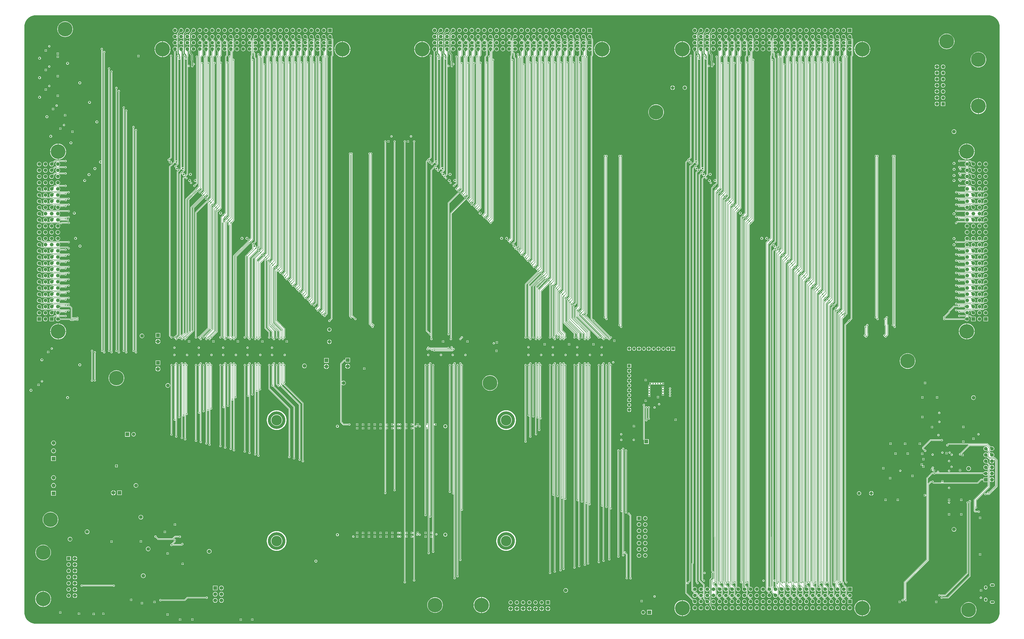
<source format=gbl>
G04*
G04 #@! TF.GenerationSoftware,Altium Limited,Altium Designer,20.0.13 (296)*
G04*
G04 Layer_Physical_Order=4*
G04 Layer_Color=16711680*
%FSLAX25Y25*%
%MOIN*%
G70*
G01*
G75*
%ADD12C,0.01500*%
%ADD26C,0.00800*%
%ADD49R,0.05906X0.05906*%
%ADD127C,0.05906*%
%ADD128C,0.06024*%
%ADD129R,0.06024X0.06024*%
%ADD130C,0.06319*%
%ADD131R,0.06319X0.06319*%
%ADD132R,0.05394X0.05394*%
%ADD133C,0.05394*%
%ADD134C,0.04799*%
%ADD135R,0.04799X0.04799*%
%ADD136C,0.05197*%
%ADD137C,0.05504*%
%ADD138R,0.06299X0.06299*%
%ADD139R,0.06299X0.06299*%
%ADD140C,0.23622*%
%ADD141C,0.03000*%
%ADD142C,0.04598*%
%ADD143C,0.17000*%
%ADD144O,0.03740X0.04921*%
%ADD145O,0.06299X0.03543*%
%ADD146R,0.06000X0.06000*%
%ADD147C,0.06000*%
%ADD148R,0.05906X0.05906*%
%ADD149R,0.05394X0.05394*%
%ADD150R,0.04799X0.04799*%
%ADD151R,0.06000X0.06000*%
%ADD152C,0.02000*%
%ADD153C,0.01100*%
G36*
X1557529Y982883D02*
X1559900Y982411D01*
X1562188Y981635D01*
X1564355Y980566D01*
X1566364Y979223D01*
X1568181Y977630D01*
X1569774Y975813D01*
X1571117Y973804D01*
X1572186Y971636D01*
X1572962Y969348D01*
X1573434Y966978D01*
X1573589Y964616D01*
X1573579Y964567D01*
Y19685D01*
X1573589Y19636D01*
X1573434Y17274D01*
X1572962Y14904D01*
X1572186Y12615D01*
X1571117Y10448D01*
X1569774Y8439D01*
X1568181Y6622D01*
X1566364Y5029D01*
X1564355Y3686D01*
X1562188Y2617D01*
X1559900Y1841D01*
X1557529Y1369D01*
X1555167Y1214D01*
X1555118Y1224D01*
X19685D01*
X19636Y1214D01*
X17274Y1369D01*
X14904Y1841D01*
X12615Y2617D01*
X10448Y3686D01*
X8439Y5029D01*
X6622Y6622D01*
X5029Y8439D01*
X3686Y10448D01*
X2617Y12615D01*
X1841Y14904D01*
X1369Y17274D01*
X1214Y19636D01*
X1224Y19685D01*
Y964567D01*
X1214Y964616D01*
X1369Y966978D01*
X1841Y969348D01*
X2617Y971636D01*
X3686Y973804D01*
X5029Y975813D01*
X6622Y977630D01*
X8439Y979223D01*
X10448Y980566D01*
X12615Y981635D01*
X14904Y982411D01*
X17274Y982883D01*
X19636Y983037D01*
X19685Y983028D01*
X19685Y983028D01*
X1555118D01*
X1555167Y983037D01*
X1557529Y982883D01*
D02*
G37*
%LPC*%
G36*
X1335701Y962472D02*
X1328394D01*
Y955165D01*
X1335701D01*
Y962472D01*
D02*
G37*
G36*
X916252D02*
X908945D01*
Y955165D01*
X916252D01*
Y962472D01*
D02*
G37*
G36*
X497669D02*
X490362D01*
Y955165D01*
X497669D01*
Y962472D01*
D02*
G37*
G36*
X1322047Y962504D02*
X1321093Y962378D01*
X1320205Y962010D01*
X1319442Y961425D01*
X1318856Y960661D01*
X1318488Y959773D01*
X1318362Y958819D01*
X1318488Y957865D01*
X1318856Y956976D01*
X1319442Y956213D01*
X1320205Y955628D01*
X1321093Y955259D01*
X1322047Y955134D01*
X1323001Y955259D01*
X1323890Y955628D01*
X1324653Y956213D01*
X1325239Y956976D01*
X1325607Y957865D01*
X1325732Y958819D01*
X1325607Y959773D01*
X1325239Y960661D01*
X1324653Y961425D01*
X1323890Y962010D01*
X1323001Y962378D01*
X1322047Y962504D01*
D02*
G37*
G36*
X1312047D02*
X1311094Y962378D01*
X1310205Y962010D01*
X1309441Y961425D01*
X1308856Y960661D01*
X1308488Y959773D01*
X1308362Y958819D01*
X1308488Y957865D01*
X1308856Y956976D01*
X1309441Y956213D01*
X1310205Y955628D01*
X1311094Y955259D01*
X1312047Y955134D01*
X1313001Y955259D01*
X1313890Y955628D01*
X1314653Y956213D01*
X1315239Y956976D01*
X1315607Y957865D01*
X1315732Y958819D01*
X1315607Y959773D01*
X1315239Y960661D01*
X1314653Y961425D01*
X1313890Y962010D01*
X1313001Y962378D01*
X1312047Y962504D01*
D02*
G37*
G36*
X1302047D02*
X1301093Y962378D01*
X1300205Y962010D01*
X1299442Y961425D01*
X1298856Y960661D01*
X1298488Y959773D01*
X1298362Y958819D01*
X1298488Y957865D01*
X1298856Y956976D01*
X1299442Y956213D01*
X1300205Y955628D01*
X1301093Y955259D01*
X1302047Y955134D01*
X1303001Y955259D01*
X1303890Y955628D01*
X1304653Y956213D01*
X1305239Y956976D01*
X1305607Y957865D01*
X1305732Y958819D01*
X1305607Y959773D01*
X1305239Y960661D01*
X1304653Y961425D01*
X1303890Y962010D01*
X1303001Y962378D01*
X1302047Y962504D01*
D02*
G37*
G36*
X1292047D02*
X1291094Y962378D01*
X1290205Y962010D01*
X1289441Y961425D01*
X1288856Y960661D01*
X1288488Y959773D01*
X1288362Y958819D01*
X1288488Y957865D01*
X1288856Y956976D01*
X1289441Y956213D01*
X1290205Y955628D01*
X1291094Y955259D01*
X1292047Y955134D01*
X1293001Y955259D01*
X1293890Y955628D01*
X1294653Y956213D01*
X1295239Y956976D01*
X1295607Y957865D01*
X1295732Y958819D01*
X1295607Y959773D01*
X1295239Y960661D01*
X1294653Y961425D01*
X1293890Y962010D01*
X1293001Y962378D01*
X1292047Y962504D01*
D02*
G37*
G36*
X1282047D02*
X1281094Y962378D01*
X1280205Y962010D01*
X1279442Y961425D01*
X1278856Y960661D01*
X1278488Y959773D01*
X1278362Y958819D01*
X1278488Y957865D01*
X1278856Y956976D01*
X1279442Y956213D01*
X1280205Y955628D01*
X1281094Y955259D01*
X1282047Y955134D01*
X1283001Y955259D01*
X1283890Y955628D01*
X1284653Y956213D01*
X1285239Y956976D01*
X1285607Y957865D01*
X1285732Y958819D01*
X1285607Y959773D01*
X1285239Y960661D01*
X1284653Y961425D01*
X1283890Y962010D01*
X1283001Y962378D01*
X1282047Y962504D01*
D02*
G37*
G36*
X1272047D02*
X1271093Y962378D01*
X1270205Y962010D01*
X1269442Y961425D01*
X1268856Y960661D01*
X1268488Y959773D01*
X1268362Y958819D01*
X1268488Y957865D01*
X1268856Y956976D01*
X1269442Y956213D01*
X1270205Y955628D01*
X1271093Y955259D01*
X1272047Y955134D01*
X1273001Y955259D01*
X1273890Y955628D01*
X1274653Y956213D01*
X1275239Y956976D01*
X1275607Y957865D01*
X1275732Y958819D01*
X1275607Y959773D01*
X1275239Y960661D01*
X1274653Y961425D01*
X1273890Y962010D01*
X1273001Y962378D01*
X1272047Y962504D01*
D02*
G37*
G36*
X1262047D02*
X1261094Y962378D01*
X1260205Y962010D01*
X1259441Y961425D01*
X1258856Y960661D01*
X1258488Y959773D01*
X1258362Y958819D01*
X1258488Y957865D01*
X1258856Y956976D01*
X1259441Y956213D01*
X1260205Y955628D01*
X1261094Y955259D01*
X1262047Y955134D01*
X1263001Y955259D01*
X1263890Y955628D01*
X1264653Y956213D01*
X1265239Y956976D01*
X1265607Y957865D01*
X1265732Y958819D01*
X1265607Y959773D01*
X1265239Y960661D01*
X1264653Y961425D01*
X1263890Y962010D01*
X1263001Y962378D01*
X1262047Y962504D01*
D02*
G37*
G36*
X1251949D02*
X1250995Y962378D01*
X1250106Y962010D01*
X1249343Y961425D01*
X1248757Y960661D01*
X1248389Y959773D01*
X1248264Y958819D01*
X1248389Y957865D01*
X1248757Y956976D01*
X1249343Y956213D01*
X1250106Y955628D01*
X1250995Y955259D01*
X1251949Y955134D01*
X1252903Y955259D01*
X1253791Y955628D01*
X1254555Y956213D01*
X1255140Y956976D01*
X1255508Y957865D01*
X1255634Y958819D01*
X1255508Y959773D01*
X1255140Y960661D01*
X1254555Y961425D01*
X1253791Y962010D01*
X1252903Y962378D01*
X1251949Y962504D01*
D02*
G37*
G36*
X1242047D02*
X1241094Y962378D01*
X1240205Y962010D01*
X1239441Y961425D01*
X1238856Y960661D01*
X1238488Y959773D01*
X1238362Y958819D01*
X1238488Y957865D01*
X1238856Y956976D01*
X1239441Y956213D01*
X1240205Y955628D01*
X1241094Y955259D01*
X1242047Y955134D01*
X1243001Y955259D01*
X1243890Y955628D01*
X1244653Y956213D01*
X1245239Y956976D01*
X1245607Y957865D01*
X1245732Y958819D01*
X1245607Y959773D01*
X1245239Y960661D01*
X1244653Y961425D01*
X1243890Y962010D01*
X1243001Y962378D01*
X1242047Y962504D01*
D02*
G37*
G36*
X1232047D02*
X1231094Y962378D01*
X1230205Y962010D01*
X1229442Y961425D01*
X1228856Y960661D01*
X1228488Y959773D01*
X1228362Y958819D01*
X1228488Y957865D01*
X1228856Y956976D01*
X1229442Y956213D01*
X1230205Y955628D01*
X1231094Y955259D01*
X1232047Y955134D01*
X1233001Y955259D01*
X1233890Y955628D01*
X1234653Y956213D01*
X1235239Y956976D01*
X1235607Y957865D01*
X1235732Y958819D01*
X1235607Y959773D01*
X1235239Y960661D01*
X1234653Y961425D01*
X1233890Y962010D01*
X1233001Y962378D01*
X1232047Y962504D01*
D02*
G37*
G36*
X1222047D02*
X1221093Y962378D01*
X1220205Y962010D01*
X1219442Y961425D01*
X1218856Y960661D01*
X1218488Y959773D01*
X1218362Y958819D01*
X1218488Y957865D01*
X1218856Y956976D01*
X1219442Y956213D01*
X1220205Y955628D01*
X1221093Y955259D01*
X1222047Y955134D01*
X1223001Y955259D01*
X1223890Y955628D01*
X1224653Y956213D01*
X1225239Y956976D01*
X1225607Y957865D01*
X1225732Y958819D01*
X1225607Y959773D01*
X1225239Y960661D01*
X1224653Y961425D01*
X1223890Y962010D01*
X1223001Y962378D01*
X1222047Y962504D01*
D02*
G37*
G36*
X1212047D02*
X1211094Y962378D01*
X1210205Y962010D01*
X1209441Y961425D01*
X1208856Y960661D01*
X1208488Y959773D01*
X1208362Y958819D01*
X1208488Y957865D01*
X1208856Y956976D01*
X1209441Y956213D01*
X1210205Y955628D01*
X1211094Y955259D01*
X1212047Y955134D01*
X1213001Y955259D01*
X1213890Y955628D01*
X1214653Y956213D01*
X1215239Y956976D01*
X1215607Y957865D01*
X1215732Y958819D01*
X1215607Y959773D01*
X1215239Y960661D01*
X1214653Y961425D01*
X1213890Y962010D01*
X1213001Y962378D01*
X1212047Y962504D01*
D02*
G37*
G36*
X1202047D02*
X1201093Y962378D01*
X1200205Y962010D01*
X1199442Y961425D01*
X1198856Y960661D01*
X1198488Y959773D01*
X1198362Y958819D01*
X1198488Y957865D01*
X1198856Y956976D01*
X1199442Y956213D01*
X1200205Y955628D01*
X1201093Y955259D01*
X1202047Y955134D01*
X1203001Y955259D01*
X1203890Y955628D01*
X1204653Y956213D01*
X1205239Y956976D01*
X1205607Y957865D01*
X1205732Y958819D01*
X1205607Y959773D01*
X1205239Y960661D01*
X1204653Y961425D01*
X1203890Y962010D01*
X1203001Y962378D01*
X1202047Y962504D01*
D02*
G37*
G36*
X1192047D02*
X1191094Y962378D01*
X1190205Y962010D01*
X1189441Y961425D01*
X1188856Y960661D01*
X1188488Y959773D01*
X1188362Y958819D01*
X1188488Y957865D01*
X1188856Y956976D01*
X1189441Y956213D01*
X1190205Y955628D01*
X1191094Y955259D01*
X1192047Y955134D01*
X1193001Y955259D01*
X1193890Y955628D01*
X1194653Y956213D01*
X1195239Y956976D01*
X1195607Y957865D01*
X1195732Y958819D01*
X1195607Y959773D01*
X1195239Y960661D01*
X1194653Y961425D01*
X1193890Y962010D01*
X1193001Y962378D01*
X1192047Y962504D01*
D02*
G37*
G36*
X1182047D02*
X1181094Y962378D01*
X1180205Y962010D01*
X1179442Y961425D01*
X1178856Y960661D01*
X1178488Y959773D01*
X1178362Y958819D01*
X1178488Y957865D01*
X1178856Y956976D01*
X1179442Y956213D01*
X1180205Y955628D01*
X1181094Y955259D01*
X1182047Y955134D01*
X1183001Y955259D01*
X1183890Y955628D01*
X1184653Y956213D01*
X1185239Y956976D01*
X1185607Y957865D01*
X1185732Y958819D01*
X1185607Y959773D01*
X1185239Y960661D01*
X1184653Y961425D01*
X1183890Y962010D01*
X1183001Y962378D01*
X1182047Y962504D01*
D02*
G37*
G36*
X1172047D02*
X1171093Y962378D01*
X1170205Y962010D01*
X1169442Y961425D01*
X1168856Y960661D01*
X1168488Y959773D01*
X1168362Y958819D01*
X1168488Y957865D01*
X1168856Y956976D01*
X1169442Y956213D01*
X1170205Y955628D01*
X1171093Y955259D01*
X1172047Y955134D01*
X1173001Y955259D01*
X1173890Y955628D01*
X1174653Y956213D01*
X1175239Y956976D01*
X1175607Y957865D01*
X1175732Y958819D01*
X1175607Y959773D01*
X1175239Y960661D01*
X1174653Y961425D01*
X1173890Y962010D01*
X1173001Y962378D01*
X1172047Y962504D01*
D02*
G37*
G36*
X1162047D02*
X1161094Y962378D01*
X1160205Y962010D01*
X1159441Y961425D01*
X1158856Y960661D01*
X1158488Y959773D01*
X1158362Y958819D01*
X1158488Y957865D01*
X1158856Y956976D01*
X1159441Y956213D01*
X1160205Y955628D01*
X1161094Y955259D01*
X1162047Y955134D01*
X1163001Y955259D01*
X1163890Y955628D01*
X1164653Y956213D01*
X1165239Y956976D01*
X1165607Y957865D01*
X1165732Y958819D01*
X1165607Y959773D01*
X1165239Y960661D01*
X1164653Y961425D01*
X1163890Y962010D01*
X1163001Y962378D01*
X1162047Y962504D01*
D02*
G37*
G36*
X1152047D02*
X1151093Y962378D01*
X1150205Y962010D01*
X1149442Y961425D01*
X1148856Y960661D01*
X1148488Y959773D01*
X1148362Y958819D01*
X1148488Y957865D01*
X1148856Y956976D01*
X1149442Y956213D01*
X1150205Y955628D01*
X1151093Y955259D01*
X1152047Y955134D01*
X1153001Y955259D01*
X1153890Y955628D01*
X1154653Y956213D01*
X1155239Y956976D01*
X1155607Y957865D01*
X1155732Y958819D01*
X1155607Y959773D01*
X1155239Y960661D01*
X1154653Y961425D01*
X1153890Y962010D01*
X1153001Y962378D01*
X1152047Y962504D01*
D02*
G37*
G36*
X1142047D02*
X1141094Y962378D01*
X1140205Y962010D01*
X1139441Y961425D01*
X1138856Y960661D01*
X1138488Y959773D01*
X1138362Y958819D01*
X1138488Y957865D01*
X1138856Y956976D01*
X1139441Y956213D01*
X1140205Y955628D01*
X1141094Y955259D01*
X1142047Y955134D01*
X1143001Y955259D01*
X1143890Y955628D01*
X1144653Y956213D01*
X1145239Y956976D01*
X1145607Y957865D01*
X1145732Y958819D01*
X1145607Y959773D01*
X1145239Y960661D01*
X1144653Y961425D01*
X1143890Y962010D01*
X1143001Y962378D01*
X1142047Y962504D01*
D02*
G37*
G36*
X1132047D02*
X1131094Y962378D01*
X1130205Y962010D01*
X1129442Y961425D01*
X1128856Y960661D01*
X1128488Y959773D01*
X1128362Y958819D01*
X1128488Y957865D01*
X1128856Y956976D01*
X1129442Y956213D01*
X1130205Y955628D01*
X1131094Y955259D01*
X1132047Y955134D01*
X1133001Y955259D01*
X1133890Y955628D01*
X1134653Y956213D01*
X1135239Y956976D01*
X1135607Y957865D01*
X1135732Y958819D01*
X1135607Y959773D01*
X1135239Y960661D01*
X1134653Y961425D01*
X1133890Y962010D01*
X1133001Y962378D01*
X1132047Y962504D01*
D02*
G37*
G36*
X1122047D02*
X1121093Y962378D01*
X1120205Y962010D01*
X1119442Y961425D01*
X1118856Y960661D01*
X1118488Y959773D01*
X1118362Y958819D01*
X1118488Y957865D01*
X1118856Y956976D01*
X1119442Y956213D01*
X1120205Y955628D01*
X1121093Y955259D01*
X1122047Y955134D01*
X1123001Y955259D01*
X1123890Y955628D01*
X1124653Y956213D01*
X1125239Y956976D01*
X1125607Y957865D01*
X1125732Y958819D01*
X1125607Y959773D01*
X1125239Y960661D01*
X1124653Y961425D01*
X1123890Y962010D01*
X1123001Y962378D01*
X1122047Y962504D01*
D02*
G37*
G36*
X1112047D02*
X1111094Y962378D01*
X1110205Y962010D01*
X1109441Y961425D01*
X1108856Y960661D01*
X1108488Y959773D01*
X1108362Y958819D01*
X1108379Y958694D01*
X1108375Y958459D01*
X1108355Y958160D01*
X1108320Y957884D01*
X1108271Y957632D01*
X1108209Y957404D01*
X1108136Y957199D01*
X1108051Y957016D01*
X1107957Y956854D01*
X1107870Y956734D01*
X1105784Y954648D01*
X1105464Y954168D01*
X1105351Y953602D01*
Y951336D01*
X1104851Y951167D01*
X1104653Y951425D01*
X1103890Y952010D01*
X1103001Y952378D01*
X1102047Y952504D01*
X1101093Y952378D01*
X1100205Y952010D01*
X1099442Y951425D01*
X1098856Y950661D01*
X1098810Y950550D01*
X1098310Y950649D01*
Y952989D01*
X1099962Y954642D01*
X1100082Y954729D01*
X1100244Y954823D01*
X1100427Y954907D01*
X1100632Y954981D01*
X1100860Y955043D01*
X1101112Y955092D01*
X1101388Y955127D01*
X1101688Y955147D01*
X1101922Y955150D01*
X1102047Y955134D01*
X1103001Y955259D01*
X1103890Y955628D01*
X1104653Y956213D01*
X1105239Y956976D01*
X1105607Y957865D01*
X1105732Y958819D01*
X1105607Y959773D01*
X1105239Y960661D01*
X1104653Y961425D01*
X1103890Y962010D01*
X1103001Y962378D01*
X1102047Y962504D01*
X1101093Y962378D01*
X1100205Y962010D01*
X1099442Y961425D01*
X1098856Y960661D01*
X1098488Y959773D01*
X1098362Y958819D01*
X1098379Y958694D01*
X1098375Y958459D01*
X1098355Y958160D01*
X1098320Y957884D01*
X1098271Y957632D01*
X1098209Y957404D01*
X1098136Y957199D01*
X1098051Y957016D01*
X1097957Y956854D01*
X1097870Y956734D01*
X1095784Y954648D01*
X1095464Y954168D01*
X1095351Y953602D01*
Y951336D01*
X1094851Y951167D01*
X1094653Y951425D01*
X1093890Y952010D01*
X1093001Y952378D01*
X1092047Y952504D01*
X1091094Y952378D01*
X1090205Y952010D01*
X1089441Y951425D01*
X1088856Y950661D01*
X1088809Y950550D01*
X1088309Y950649D01*
Y952989D01*
X1089962Y954642D01*
X1090082Y954729D01*
X1090244Y954823D01*
X1090427Y954907D01*
X1090632Y954981D01*
X1090860Y955043D01*
X1091113Y955092D01*
X1091388Y955127D01*
X1091688Y955147D01*
X1091922Y955150D01*
X1092047Y955134D01*
X1093001Y955259D01*
X1093890Y955628D01*
X1094653Y956213D01*
X1095239Y956976D01*
X1095607Y957865D01*
X1095732Y958819D01*
X1095607Y959773D01*
X1095239Y960661D01*
X1094653Y961425D01*
X1093890Y962010D01*
X1093001Y962378D01*
X1092047Y962504D01*
X1091094Y962378D01*
X1090205Y962010D01*
X1089441Y961425D01*
X1088856Y960661D01*
X1088488Y959773D01*
X1088362Y958819D01*
X1088379Y958694D01*
X1088375Y958459D01*
X1088355Y958160D01*
X1088320Y957884D01*
X1088271Y957632D01*
X1088209Y957404D01*
X1088136Y957199D01*
X1088051Y957016D01*
X1087957Y956854D01*
X1087870Y956734D01*
X1085784Y954648D01*
X1085464Y954168D01*
X1085351Y953602D01*
Y951336D01*
X1084851Y951167D01*
X1084653Y951425D01*
X1083890Y952010D01*
X1083001Y952378D01*
X1082047Y952504D01*
X1081094Y952378D01*
X1080205Y952010D01*
X1079442Y951425D01*
X1078856Y950661D01*
X1078488Y949773D01*
X1078362Y948819D01*
X1078488Y947865D01*
X1078856Y946976D01*
X1079442Y946213D01*
X1080205Y945627D01*
X1081094Y945259D01*
X1082047Y945134D01*
X1083001Y945259D01*
X1083890Y945627D01*
X1084653Y946213D01*
X1084851Y946471D01*
X1085351Y946302D01*
Y941336D01*
X1084851Y941166D01*
X1084653Y941425D01*
X1083890Y942010D01*
X1083001Y942378D01*
X1082047Y942504D01*
X1081094Y942378D01*
X1080205Y942010D01*
X1079442Y941425D01*
X1078856Y940661D01*
X1078488Y939773D01*
X1078362Y938819D01*
X1078488Y937865D01*
X1078856Y936976D01*
X1079442Y936213D01*
X1080205Y935627D01*
X1081094Y935259D01*
X1082047Y935134D01*
X1083001Y935259D01*
X1083890Y935627D01*
X1084653Y936213D01*
X1084851Y936471D01*
X1085351Y936302D01*
Y931336D01*
X1084851Y931166D01*
X1084653Y931425D01*
X1083890Y932010D01*
X1083001Y932378D01*
X1082047Y932504D01*
X1081094Y932378D01*
X1080205Y932010D01*
X1079442Y931425D01*
X1078856Y930661D01*
X1078488Y929773D01*
X1078362Y928819D01*
X1078488Y927865D01*
X1078856Y926976D01*
X1079115Y926639D01*
X1079142Y926581D01*
X1079687Y925848D01*
X1079898Y925538D01*
X1080243Y924969D01*
X1080360Y924743D01*
X1080447Y924544D01*
X1080502Y924384D01*
X1080528Y924269D01*
X1080529Y924263D01*
X1080529Y747315D01*
X1077914Y744701D01*
X1077888Y744682D01*
X1077858Y744664D01*
X1077833Y744651D01*
X1077810Y744642D01*
X1077790Y744636D01*
X1077782Y744634D01*
X1077714Y744648D01*
X1077050Y744516D01*
X1076488Y744140D01*
X1076112Y743577D01*
X1075980Y742913D01*
X1075994Y742845D01*
X1075992Y742837D01*
X1075986Y742817D01*
X1075977Y742795D01*
X1075964Y742769D01*
X1075946Y742740D01*
X1075927Y742713D01*
X1073478Y740265D01*
X1073235Y739901D01*
X1073150Y739471D01*
X1073149Y141732D01*
Y70800D01*
X1071066Y68717D01*
X1071040Y68698D01*
X1071010Y68680D01*
X1070985Y68667D01*
X1070962Y68658D01*
X1070942Y68651D01*
X1070934Y68650D01*
X1070866Y68663D01*
X1070203Y68531D01*
X1069640Y68155D01*
X1069546Y68015D01*
X1069046Y68167D01*
Y141732D01*
X1069046Y745355D01*
X1071661Y747969D01*
X1071687Y747988D01*
X1071716Y748006D01*
X1071742Y748019D01*
X1071764Y748028D01*
X1071785Y748034D01*
X1071793Y748036D01*
X1071861Y748022D01*
X1072349Y748119D01*
X1072666Y747693D01*
X1072305Y747153D01*
X1072134Y746295D01*
X1072305Y745436D01*
X1072791Y744708D01*
X1073519Y744222D01*
X1074378Y744051D01*
X1075237Y744222D01*
X1075965Y744708D01*
X1076451Y745436D01*
X1076622Y746295D01*
X1076451Y747153D01*
X1075965Y747881D01*
X1075237Y748368D01*
X1074378Y748539D01*
X1073589Y748382D01*
X1073412Y748540D01*
X1073258Y748787D01*
X1073463Y749093D01*
X1073595Y749756D01*
X1073581Y749825D01*
X1073583Y749832D01*
X1073589Y749853D01*
X1073598Y749875D01*
X1073611Y749901D01*
X1073629Y749930D01*
X1073648Y749957D01*
X1076591Y752900D01*
X1076835Y753264D01*
X1076920Y753693D01*
X1076920Y916227D01*
X1076925Y916259D01*
X1076933Y916293D01*
X1076942Y916320D01*
X1076952Y916343D01*
X1076962Y916361D01*
X1076966Y916368D01*
X1077024Y916406D01*
X1077400Y916969D01*
X1077532Y917633D01*
X1077400Y918296D01*
X1077024Y918859D01*
X1076461Y919235D01*
X1075798Y919367D01*
X1075134Y919235D01*
X1074572Y918859D01*
X1074196Y918296D01*
X1074064Y917633D01*
X1074196Y916969D01*
X1074572Y916406D01*
X1074629Y916368D01*
X1074634Y916361D01*
X1074644Y916343D01*
X1074653Y916320D01*
X1074662Y916293D01*
X1074670Y916259D01*
X1074675Y916227D01*
X1074675Y754158D01*
X1072061Y751544D01*
X1072034Y751525D01*
X1072005Y751507D01*
X1071979Y751494D01*
X1071957Y751485D01*
X1071937Y751479D01*
X1071929Y751477D01*
X1071861Y751490D01*
X1071197Y751359D01*
X1070634Y750983D01*
X1070259Y750420D01*
X1070127Y749756D01*
X1070140Y749688D01*
X1070138Y749680D01*
X1070132Y749660D01*
X1070123Y749638D01*
X1070110Y749612D01*
X1070092Y749583D01*
X1070073Y749556D01*
X1067130Y746613D01*
X1066887Y746249D01*
X1066801Y745819D01*
X1066801Y141732D01*
Y51177D01*
X1066887Y50747D01*
X1067130Y50383D01*
X1078088Y39425D01*
X1078102Y39408D01*
X1078166Y39306D01*
X1078232Y39160D01*
X1078297Y38971D01*
X1078356Y38738D01*
X1078407Y38464D01*
X1078445Y38157D01*
X1078489Y37399D01*
X1078491Y37074D01*
X1078474Y36942D01*
X1078599Y35988D01*
X1078967Y35099D01*
X1079553Y34336D01*
X1080316Y33750D01*
X1081205Y33382D01*
X1082159Y33257D01*
X1083113Y33382D01*
X1084001Y33750D01*
X1084764Y34336D01*
X1085350Y35099D01*
X1085718Y35988D01*
X1085844Y36942D01*
X1085718Y37896D01*
X1085350Y38784D01*
X1084764Y39548D01*
X1084001Y40133D01*
X1083113Y40501D01*
X1082159Y40627D01*
X1082026Y40609D01*
X1081702Y40611D01*
X1080943Y40655D01*
X1080637Y40694D01*
X1080362Y40744D01*
X1080130Y40803D01*
X1079940Y40868D01*
X1079795Y40935D01*
X1079692Y40998D01*
X1079675Y41012D01*
X1069046Y51642D01*
Y65692D01*
X1069546Y65843D01*
X1069640Y65703D01*
X1070203Y65327D01*
X1070866Y65195D01*
X1071530Y65327D01*
X1072092Y65703D01*
X1072468Y66265D01*
X1072600Y66929D01*
X1072587Y66997D01*
X1072588Y67005D01*
X1072595Y67025D01*
X1072604Y67048D01*
X1072617Y67073D01*
X1072635Y67103D01*
X1072654Y67129D01*
X1075066Y69541D01*
X1075309Y69905D01*
X1075394Y70335D01*
Y141732D01*
X1075394Y739006D01*
X1077514Y741126D01*
X1077540Y741145D01*
X1077570Y741163D01*
X1077596Y741176D01*
X1077618Y741185D01*
X1077638Y741191D01*
X1077646Y741193D01*
X1077714Y741179D01*
X1078378Y741311D01*
X1078940Y741687D01*
X1079316Y742250D01*
X1079448Y742913D01*
X1079435Y742982D01*
X1079436Y742989D01*
X1079443Y743010D01*
X1079452Y743032D01*
X1079465Y743058D01*
X1079483Y743087D01*
X1079502Y743114D01*
X1081727Y745339D01*
X1082320Y745225D01*
X1082665Y744708D01*
X1083393Y744222D01*
X1084252Y744051D01*
X1085111Y744222D01*
X1085139Y744241D01*
X1085618Y744002D01*
X1085652Y743649D01*
X1083116Y741113D01*
X1083089Y741094D01*
X1083060Y741076D01*
X1083034Y741063D01*
X1083012Y741054D01*
X1082992Y741048D01*
X1082984Y741046D01*
X1082916Y741060D01*
X1082252Y740928D01*
X1081689Y740552D01*
X1081314Y739989D01*
X1081182Y739325D01*
X1081195Y739257D01*
X1081194Y739250D01*
X1081187Y739229D01*
X1081178Y739207D01*
X1081165Y739181D01*
X1081147Y739152D01*
X1081128Y739125D01*
X1078185Y736182D01*
X1077942Y735818D01*
X1077856Y735388D01*
X1077856Y141732D01*
Y99399D01*
X1077312Y98854D01*
X1077068Y98490D01*
X1076983Y98061D01*
Y55263D01*
X1077068Y54833D01*
X1077312Y54469D01*
X1080875Y50906D01*
X1080758Y50316D01*
X1080316Y50133D01*
X1079553Y49547D01*
X1078967Y48784D01*
X1078599Y47896D01*
X1078474Y46942D01*
X1078599Y45988D01*
X1078967Y45099D01*
X1079553Y44336D01*
X1080316Y43750D01*
X1081205Y43382D01*
X1082159Y43257D01*
X1083113Y43382D01*
X1084001Y43750D01*
X1084764Y44336D01*
X1085350Y45099D01*
X1085533Y45541D01*
X1086123Y45658D01*
X1090967Y40814D01*
X1090937Y40743D01*
X1090875Y40635D01*
X1090795Y40526D01*
X1090695Y40415D01*
X1090572Y40302D01*
X1090425Y40189D01*
X1090383Y40161D01*
X1090316Y40133D01*
X1089553Y39548D01*
X1088967Y38784D01*
X1088599Y37896D01*
X1088474Y36942D01*
X1088599Y35988D01*
X1088967Y35099D01*
X1089553Y34336D01*
X1090316Y33750D01*
X1091205Y33382D01*
X1092159Y33257D01*
X1093112Y33382D01*
X1094001Y33750D01*
X1094764Y34336D01*
X1095350Y35099D01*
X1095718Y35988D01*
X1095844Y36942D01*
X1095718Y37896D01*
X1095350Y38784D01*
X1094764Y39548D01*
X1094001Y40133D01*
X1093935Y40161D01*
X1093892Y40189D01*
X1093745Y40302D01*
X1093622Y40415D01*
X1093522Y40526D01*
X1093442Y40635D01*
X1093381Y40743D01*
X1093334Y40851D01*
X1093301Y40963D01*
X1093281Y41082D01*
X1093281Y41085D01*
Y41209D01*
X1093196Y41639D01*
X1092952Y42003D01*
X1092183Y42772D01*
X1092377Y43285D01*
X1093112Y43382D01*
X1094001Y43750D01*
X1094764Y44336D01*
X1095166Y44859D01*
X1095666Y44689D01*
Y42312D01*
X1095751Y41883D01*
X1095994Y41519D01*
X1098088Y39425D01*
X1098102Y39408D01*
X1098166Y39306D01*
X1098232Y39160D01*
X1098297Y38971D01*
X1098356Y38738D01*
X1098407Y38464D01*
X1098445Y38157D01*
X1098489Y37399D01*
X1098491Y37074D01*
X1098474Y36942D01*
X1098599Y35988D01*
X1098967Y35099D01*
X1099553Y34336D01*
X1100316Y33750D01*
X1101205Y33382D01*
X1102159Y33257D01*
X1103113Y33382D01*
X1104001Y33750D01*
X1104764Y34336D01*
X1105350Y35099D01*
X1105718Y35988D01*
X1105776Y36426D01*
X1106276Y36394D01*
Y31345D01*
X1106388Y30779D01*
X1106709Y30299D01*
X1107981Y29027D01*
X1108068Y28907D01*
X1108163Y28745D01*
X1108247Y28562D01*
X1108321Y28357D01*
X1108383Y28129D01*
X1108432Y27876D01*
X1108467Y27601D01*
X1108487Y27301D01*
X1108490Y27067D01*
X1108474Y26942D01*
X1108599Y25988D01*
X1108967Y25099D01*
X1109553Y24336D01*
X1110316Y23750D01*
X1111205Y23382D01*
X1112159Y23257D01*
X1113113Y23382D01*
X1114001Y23750D01*
X1114764Y24336D01*
X1115350Y25099D01*
X1115718Y25988D01*
X1115844Y26942D01*
X1115718Y27896D01*
X1115350Y28784D01*
X1114764Y29548D01*
X1114001Y30133D01*
X1113113Y30501D01*
X1112159Y30627D01*
X1112033Y30610D01*
X1111799Y30614D01*
X1111500Y30634D01*
X1111224Y30669D01*
X1110972Y30718D01*
X1110744Y30780D01*
X1110538Y30853D01*
X1110356Y30938D01*
X1110193Y31032D01*
X1110073Y31119D01*
X1109234Y31958D01*
Y33964D01*
X1109734Y34197D01*
X1110316Y33750D01*
X1111205Y33382D01*
X1112159Y33257D01*
X1113113Y33382D01*
X1114001Y33750D01*
X1114764Y34336D01*
X1115350Y35099D01*
X1115718Y35988D01*
X1115844Y36942D01*
X1115718Y37896D01*
X1115350Y38784D01*
X1114764Y39548D01*
X1114001Y40133D01*
X1113113Y40501D01*
X1112159Y40627D01*
X1111205Y40501D01*
X1110316Y40133D01*
X1109734Y39687D01*
X1109234Y39919D01*
Y43964D01*
X1109734Y44197D01*
X1110316Y43750D01*
X1111205Y43382D01*
X1112159Y43257D01*
X1113113Y43382D01*
X1114001Y43750D01*
X1114764Y44336D01*
X1115350Y45099D01*
X1115533Y45541D01*
X1116123Y45658D01*
X1120967Y40814D01*
X1120937Y40743D01*
X1120875Y40635D01*
X1120795Y40526D01*
X1120695Y40415D01*
X1120572Y40302D01*
X1120425Y40189D01*
X1120383Y40161D01*
X1120316Y40133D01*
X1119553Y39548D01*
X1118967Y38784D01*
X1118599Y37896D01*
X1118474Y36942D01*
X1118599Y35988D01*
X1118967Y35099D01*
X1119553Y34336D01*
X1120316Y33750D01*
X1121205Y33382D01*
X1122159Y33257D01*
X1123112Y33382D01*
X1124001Y33750D01*
X1124764Y34336D01*
X1125350Y35099D01*
X1125718Y35988D01*
X1125844Y36942D01*
X1125718Y37896D01*
X1125350Y38784D01*
X1124764Y39548D01*
X1124001Y40133D01*
X1123935Y40161D01*
X1123892Y40189D01*
X1123745Y40302D01*
X1123622Y40415D01*
X1123522Y40526D01*
X1123442Y40635D01*
X1123381Y40743D01*
X1123334Y40851D01*
X1123301Y40963D01*
X1123281Y41082D01*
X1123281Y41085D01*
Y41209D01*
X1123196Y41639D01*
X1122952Y42003D01*
X1122183Y42772D01*
X1122377Y43285D01*
X1123112Y43382D01*
X1124001Y43750D01*
X1124764Y44336D01*
X1125350Y45099D01*
X1125533Y45541D01*
X1126123Y45658D01*
X1130967Y40814D01*
X1130937Y40743D01*
X1130875Y40635D01*
X1130795Y40526D01*
X1130695Y40415D01*
X1130572Y40302D01*
X1130425Y40189D01*
X1130383Y40161D01*
X1130316Y40133D01*
X1129553Y39548D01*
X1128967Y38784D01*
X1128599Y37896D01*
X1128474Y36942D01*
X1128599Y35988D01*
X1128967Y35099D01*
X1129553Y34336D01*
X1130316Y33750D01*
X1131205Y33382D01*
X1132159Y33257D01*
X1133113Y33382D01*
X1134001Y33750D01*
X1134764Y34336D01*
X1135350Y35099D01*
X1135718Y35988D01*
X1135844Y36942D01*
X1135718Y37896D01*
X1135350Y38784D01*
X1134764Y39548D01*
X1134001Y40133D01*
X1133935Y40161D01*
X1133892Y40189D01*
X1133745Y40302D01*
X1133622Y40415D01*
X1133522Y40526D01*
X1133442Y40635D01*
X1133381Y40743D01*
X1133334Y40851D01*
X1133301Y40963D01*
X1133281Y41082D01*
X1133281Y41085D01*
Y41209D01*
X1133196Y41639D01*
X1132952Y42003D01*
X1132183Y42772D01*
X1132377Y43285D01*
X1133113Y43382D01*
X1134001Y43750D01*
X1134764Y44336D01*
X1135350Y45099D01*
X1135533Y45541D01*
X1136123Y45658D01*
X1140967Y40814D01*
X1140937Y40743D01*
X1140875Y40635D01*
X1140795Y40526D01*
X1140695Y40415D01*
X1140572Y40302D01*
X1140425Y40189D01*
X1140383Y40161D01*
X1140316Y40133D01*
X1139553Y39548D01*
X1138967Y38784D01*
X1138599Y37896D01*
X1138474Y36942D01*
X1138599Y35988D01*
X1138967Y35099D01*
X1139553Y34336D01*
X1140316Y33750D01*
X1141205Y33382D01*
X1142159Y33257D01*
X1143112Y33382D01*
X1144001Y33750D01*
X1144764Y34336D01*
X1145350Y35099D01*
X1145718Y35988D01*
X1145844Y36942D01*
X1145718Y37896D01*
X1145350Y38784D01*
X1144764Y39548D01*
X1144001Y40133D01*
X1143935Y40161D01*
X1143892Y40189D01*
X1143745Y40302D01*
X1143622Y40415D01*
X1143522Y40526D01*
X1143442Y40635D01*
X1143381Y40743D01*
X1143334Y40851D01*
X1143301Y40963D01*
X1143281Y41082D01*
X1143281Y41085D01*
Y41209D01*
X1143196Y41639D01*
X1142952Y42003D01*
X1142183Y42772D01*
X1142377Y43285D01*
X1143112Y43382D01*
X1144001Y43750D01*
X1144764Y44336D01*
X1145350Y45099D01*
X1145533Y45541D01*
X1146123Y45658D01*
X1150967Y40814D01*
X1150937Y40743D01*
X1150875Y40635D01*
X1150795Y40526D01*
X1150695Y40415D01*
X1150572Y40302D01*
X1150425Y40189D01*
X1150383Y40161D01*
X1150316Y40133D01*
X1149553Y39548D01*
X1148967Y38784D01*
X1148599Y37896D01*
X1148474Y36942D01*
X1148599Y35988D01*
X1148967Y35099D01*
X1149553Y34336D01*
X1150316Y33750D01*
X1151205Y33382D01*
X1152159Y33257D01*
X1153113Y33382D01*
X1154001Y33750D01*
X1154764Y34336D01*
X1155350Y35099D01*
X1155718Y35988D01*
X1155844Y36942D01*
X1155718Y37896D01*
X1155350Y38784D01*
X1154764Y39548D01*
X1154001Y40133D01*
X1153935Y40161D01*
X1153892Y40189D01*
X1153745Y40302D01*
X1153622Y40415D01*
X1153522Y40526D01*
X1153442Y40635D01*
X1153381Y40743D01*
X1153334Y40851D01*
X1153301Y40963D01*
X1153281Y41082D01*
X1153281Y41085D01*
Y41209D01*
X1153196Y41639D01*
X1152952Y42003D01*
X1152183Y42772D01*
X1152377Y43285D01*
X1153113Y43382D01*
X1154001Y43750D01*
X1154764Y44336D01*
X1155350Y45099D01*
X1155718Y45988D01*
X1155844Y46942D01*
X1155718Y47896D01*
X1155350Y48784D01*
X1154764Y49547D01*
X1154001Y50133D01*
X1153113Y50501D01*
X1152159Y50627D01*
X1151205Y50501D01*
X1150316Y50133D01*
X1149553Y49547D01*
X1148967Y48784D01*
X1148599Y47896D01*
X1148502Y47160D01*
X1147989Y46966D01*
X1147335Y47620D01*
Y59828D01*
X1147249Y60258D01*
X1147006Y60622D01*
X1142172Y65455D01*
Y66275D01*
X1142570Y66421D01*
X1142672Y66441D01*
X1143218Y66076D01*
X1143882Y65944D01*
X1144545Y66076D01*
X1145108Y66452D01*
X1145252Y66668D01*
X1145539Y66985D01*
X1145893Y66795D01*
X1146128Y66638D01*
X1146791Y66506D01*
X1147455Y66638D01*
X1147511Y66676D01*
X1147952Y66440D01*
Y60026D01*
X1148038Y59596D01*
X1148281Y59232D01*
X1148361Y59152D01*
X1148371Y59141D01*
X1148443Y59038D01*
X1148503Y58925D01*
X1148552Y58799D01*
X1148590Y58657D01*
X1148615Y58497D01*
X1148626Y58316D01*
X1148622Y58115D01*
X1148601Y57901D01*
X1148599Y57895D01*
X1148593Y57846D01*
X1148557Y57631D01*
X1148559Y57586D01*
X1148552Y57537D01*
X1148547Y57514D01*
X1148548Y57509D01*
X1148474Y56942D01*
X1148599Y55988D01*
X1148967Y55099D01*
X1149553Y54336D01*
X1150316Y53750D01*
X1151205Y53382D01*
X1152159Y53257D01*
X1153113Y53382D01*
X1154001Y53750D01*
X1154764Y54336D01*
X1155350Y55099D01*
X1155718Y55988D01*
X1155844Y56942D01*
X1155718Y57895D01*
X1155350Y58784D01*
X1154764Y59548D01*
X1154001Y60133D01*
X1153113Y60501D01*
X1152159Y60627D01*
X1151591Y60552D01*
X1151587Y60553D01*
X1151563Y60548D01*
X1151514Y60542D01*
X1151470Y60543D01*
X1151255Y60508D01*
X1151205Y60501D01*
X1151200Y60499D01*
X1150985Y60478D01*
X1150784Y60474D01*
X1150604Y60486D01*
X1150443Y60511D01*
X1150301Y60549D01*
X1150197Y60589D01*
Y69120D01*
X1150111Y69550D01*
X1149868Y69914D01*
X1149842Y69940D01*
Y141732D01*
X1149842Y664558D01*
X1152021Y666737D01*
X1152048Y666756D01*
X1152077Y666774D01*
X1152103Y666787D01*
X1152125Y666796D01*
X1152145Y666803D01*
X1152153Y666804D01*
X1152221Y666791D01*
X1152885Y666923D01*
X1153447Y667299D01*
X1153823Y667861D01*
X1153955Y668525D01*
X1153942Y668593D01*
X1153943Y668601D01*
X1153950Y668621D01*
X1153959Y668643D01*
X1153972Y668669D01*
X1153990Y668698D01*
X1154009Y668725D01*
X1156952Y671668D01*
X1157195Y672032D01*
X1157281Y672462D01*
X1157281Y904877D01*
X1157286Y904909D01*
X1157294Y904943D01*
X1157303Y904970D01*
X1157312Y904992D01*
X1157322Y905011D01*
X1157327Y905017D01*
X1157384Y905056D01*
X1157760Y905619D01*
X1157892Y906282D01*
X1157760Y906946D01*
X1157384Y907509D01*
X1156822Y907885D01*
X1156158Y908016D01*
X1155629Y907911D01*
X1155129Y908196D01*
Y916010D01*
X1156894Y917775D01*
X1157138Y918139D01*
X1157223Y918569D01*
Y940498D01*
X1157223Y940498D01*
X1157138Y940927D01*
X1156894Y941292D01*
X1153239Y944947D01*
X1153269Y945018D01*
X1153331Y945126D01*
X1153411Y945235D01*
X1153511Y945346D01*
X1153634Y945459D01*
X1153781Y945572D01*
X1153823Y945600D01*
X1153890Y945627D01*
X1154653Y946213D01*
X1155239Y946976D01*
X1155607Y947865D01*
X1155732Y948819D01*
X1155607Y949773D01*
X1155239Y950661D01*
X1154653Y951425D01*
X1153890Y952010D01*
X1153001Y952378D01*
X1152047Y952504D01*
X1151093Y952378D01*
X1150205Y952010D01*
X1149442Y951425D01*
X1148856Y950661D01*
X1148488Y949773D01*
X1148362Y948819D01*
X1148488Y947865D01*
X1148856Y946976D01*
X1149442Y946213D01*
X1150205Y945627D01*
X1150271Y945600D01*
X1150314Y945572D01*
X1150461Y945459D01*
X1150584Y945346D01*
X1150684Y945235D01*
X1150764Y945126D01*
X1150825Y945018D01*
X1150872Y944909D01*
X1150904Y944798D01*
X1150925Y944679D01*
X1150925Y944675D01*
Y944551D01*
X1151010Y944122D01*
X1151254Y943758D01*
X1152023Y942989D01*
X1151829Y942475D01*
X1151093Y942378D01*
X1150205Y942010D01*
X1149442Y941425D01*
X1148856Y940661D01*
X1148488Y939773D01*
X1148362Y938819D01*
X1148488Y937865D01*
X1148856Y936976D01*
X1149442Y936213D01*
X1150205Y935627D01*
X1151093Y935259D01*
X1152047Y935134D01*
X1153001Y935259D01*
X1153890Y935627D01*
X1154478Y936079D01*
X1154978Y935853D01*
Y931785D01*
X1154478Y931559D01*
X1153890Y932010D01*
X1153001Y932378D01*
X1152047Y932504D01*
X1151093Y932378D01*
X1150205Y932010D01*
X1149442Y931425D01*
X1148856Y930661D01*
X1148488Y929773D01*
X1148362Y928819D01*
X1148488Y927865D01*
X1148856Y926976D01*
X1149442Y926213D01*
X1149555Y926126D01*
X1149800Y925883D01*
X1150307Y925322D01*
X1150496Y925081D01*
X1150655Y924854D01*
X1150778Y924649D01*
X1150866Y924470D01*
X1150921Y924321D01*
X1150949Y924204D01*
X1150951Y924181D01*
X1150951Y918250D01*
X1150451Y917942D01*
X1149973Y918037D01*
X1149309Y917905D01*
X1148746Y917529D01*
X1148370Y916967D01*
X1148238Y916303D01*
X1148370Y915639D01*
X1148746Y915077D01*
X1148804Y915038D01*
X1148809Y915032D01*
X1148818Y915013D01*
X1148828Y914991D01*
X1148837Y914963D01*
X1148845Y914930D01*
X1148850Y914898D01*
X1148850Y679783D01*
X1146236Y677169D01*
X1146209Y677150D01*
X1146180Y677132D01*
X1146154Y677119D01*
X1146132Y677110D01*
X1146111Y677104D01*
X1146104Y677102D01*
X1146035Y677116D01*
X1145372Y676984D01*
X1144809Y676608D01*
X1144433Y676045D01*
X1144301Y675382D01*
X1144315Y675313D01*
X1144313Y675306D01*
X1144307Y675285D01*
X1144298Y675263D01*
X1144285Y675237D01*
X1144267Y675208D01*
X1144248Y675181D01*
X1141330Y672263D01*
X1141086Y671899D01*
X1141001Y671469D01*
Y69340D01*
X1140629Y69014D01*
X1140210Y69219D01*
Y141732D01*
X1140210Y674190D01*
X1141882Y675862D01*
X1142005Y675838D01*
X1142668Y675970D01*
X1143231Y676346D01*
X1143607Y676908D01*
X1143739Y677572D01*
X1143725Y677640D01*
X1143727Y677648D01*
X1143733Y677668D01*
X1143742Y677691D01*
X1143755Y677716D01*
X1143773Y677745D01*
X1143792Y677772D01*
X1145912Y679891D01*
X1146155Y680256D01*
X1146241Y680685D01*
X1146241Y904291D01*
X1146605Y904364D01*
X1147168Y904739D01*
X1147544Y905302D01*
X1147676Y905966D01*
X1147544Y906629D01*
X1147168Y907192D01*
X1146605Y907568D01*
X1145942Y907700D01*
X1145278Y907568D01*
X1145170Y907496D01*
X1144670Y907763D01*
Y915551D01*
X1146894Y917775D01*
X1147138Y918139D01*
X1147223Y918569D01*
Y940498D01*
X1147223Y940498D01*
X1147138Y940927D01*
X1146894Y941292D01*
X1143239Y944947D01*
X1143269Y945018D01*
X1143331Y945126D01*
X1143411Y945235D01*
X1143511Y945346D01*
X1143634Y945459D01*
X1143781Y945572D01*
X1143823Y945600D01*
X1143890Y945627D01*
X1144653Y946213D01*
X1145239Y946976D01*
X1145607Y947865D01*
X1145732Y948819D01*
X1145607Y949773D01*
X1145239Y950661D01*
X1144653Y951425D01*
X1143890Y952010D01*
X1143001Y952378D01*
X1142047Y952504D01*
X1141094Y952378D01*
X1140205Y952010D01*
X1139441Y951425D01*
X1138856Y950661D01*
X1138488Y949773D01*
X1138362Y948819D01*
X1138488Y947865D01*
X1138856Y946976D01*
X1139441Y946213D01*
X1140205Y945627D01*
X1140271Y945600D01*
X1140314Y945572D01*
X1140461Y945459D01*
X1140584Y945346D01*
X1140684Y945235D01*
X1140763Y945126D01*
X1140825Y945018D01*
X1140872Y944909D01*
X1140905Y944798D01*
X1140925Y944679D01*
X1140925Y944675D01*
Y944551D01*
X1141010Y944122D01*
X1141254Y943758D01*
X1142023Y942989D01*
X1141829Y942475D01*
X1141094Y942378D01*
X1140205Y942010D01*
X1139441Y941425D01*
X1138856Y940661D01*
X1138488Y939773D01*
X1138362Y938819D01*
X1138488Y937865D01*
X1138856Y936976D01*
X1139441Y936213D01*
X1140205Y935627D01*
X1141094Y935259D01*
X1142047Y935134D01*
X1143001Y935259D01*
X1143890Y935627D01*
X1144478Y936079D01*
X1144978Y935853D01*
Y931785D01*
X1144478Y931559D01*
X1143890Y932010D01*
X1143001Y932378D01*
X1142047Y932504D01*
X1141094Y932378D01*
X1140205Y932010D01*
X1139441Y931425D01*
X1138856Y930661D01*
X1138488Y929773D01*
X1138362Y928819D01*
X1138488Y927865D01*
X1138856Y926976D01*
X1139441Y926213D01*
X1139547Y926132D01*
X1139776Y925901D01*
X1140281Y925334D01*
X1140471Y925089D01*
X1140629Y924860D01*
X1140752Y924654D01*
X1140840Y924474D01*
X1140895Y924323D01*
X1140923Y924207D01*
X1140925Y924185D01*
Y918047D01*
X1140425Y917746D01*
X1139931Y917844D01*
X1139268Y917712D01*
X1138705Y917336D01*
X1138329Y916774D01*
X1138197Y916110D01*
X1138329Y915446D01*
X1138705Y914884D01*
X1138763Y914845D01*
X1138767Y914838D01*
X1138777Y914820D01*
X1138786Y914797D01*
X1138795Y914770D01*
X1138803Y914737D01*
X1138809Y914705D01*
X1138809Y689431D01*
X1136194Y686817D01*
X1136168Y686798D01*
X1136138Y686780D01*
X1136113Y686767D01*
X1136090Y686758D01*
X1136070Y686752D01*
X1136062Y686750D01*
X1135994Y686764D01*
X1135330Y686632D01*
X1134768Y686256D01*
X1134392Y685693D01*
X1134260Y685030D01*
X1134274Y684961D01*
X1134272Y684953D01*
X1134266Y684933D01*
X1134257Y684911D01*
X1134244Y684885D01*
X1134226Y684856D01*
X1134207Y684829D01*
X1131560Y682183D01*
X1131317Y681819D01*
X1131231Y681389D01*
X1131231Y141732D01*
Y70038D01*
X1130857Y69730D01*
X1130407Y69916D01*
Y141732D01*
X1130407Y683993D01*
X1131854Y685440D01*
X1131880Y685459D01*
X1131910Y685477D01*
X1131936Y685490D01*
X1131958Y685499D01*
X1131978Y685506D01*
X1131986Y685507D01*
X1132054Y685494D01*
X1132718Y685626D01*
X1133280Y686002D01*
X1133656Y686564D01*
X1133788Y687228D01*
X1133775Y687296D01*
X1133776Y687304D01*
X1133783Y687324D01*
X1133792Y687346D01*
X1133805Y687372D01*
X1133823Y687401D01*
X1133842Y687428D01*
X1136785Y690371D01*
X1137028Y690735D01*
X1137113Y691165D01*
X1137113Y904558D01*
X1137119Y904591D01*
X1137127Y904624D01*
X1137136Y904651D01*
X1137145Y904674D01*
X1137155Y904692D01*
X1137160Y904699D01*
X1137217Y904738D01*
X1137593Y905300D01*
X1137725Y905964D01*
X1137593Y906627D01*
X1137217Y907190D01*
X1136655Y907566D01*
X1135991Y907698D01*
X1135449Y907590D01*
X1134949Y907868D01*
Y915829D01*
X1136894Y917775D01*
X1137138Y918139D01*
X1137223Y918569D01*
X1137223Y918569D01*
Y940498D01*
X1137223Y940498D01*
X1137138Y940927D01*
X1136894Y941292D01*
X1133239Y944947D01*
X1133269Y945018D01*
X1133331Y945126D01*
X1133411Y945235D01*
X1133511Y945346D01*
X1133634Y945459D01*
X1133781Y945572D01*
X1133823Y945600D01*
X1133890Y945627D01*
X1134653Y946213D01*
X1135239Y946976D01*
X1135607Y947865D01*
X1135732Y948819D01*
X1135607Y949773D01*
X1135239Y950661D01*
X1134653Y951425D01*
X1133890Y952010D01*
X1133001Y952378D01*
X1132047Y952504D01*
X1131094Y952378D01*
X1130205Y952010D01*
X1129442Y951425D01*
X1128856Y950661D01*
X1128488Y949773D01*
X1128362Y948819D01*
X1128488Y947865D01*
X1128856Y946976D01*
X1129442Y946213D01*
X1130205Y945627D01*
X1130271Y945600D01*
X1130314Y945572D01*
X1130461Y945459D01*
X1130584Y945346D01*
X1130684Y945235D01*
X1130764Y945126D01*
X1130825Y945018D01*
X1130872Y944909D01*
X1130904Y944798D01*
X1130925Y944679D01*
X1130925Y944675D01*
Y944551D01*
X1131010Y944122D01*
X1131254Y943758D01*
X1132023Y942989D01*
X1131829Y942475D01*
X1131094Y942378D01*
X1130205Y942010D01*
X1129442Y941425D01*
X1128856Y940661D01*
X1128488Y939773D01*
X1128362Y938819D01*
X1128488Y937865D01*
X1128856Y936976D01*
X1129442Y936213D01*
X1130205Y935627D01*
X1131094Y935259D01*
X1132047Y935134D01*
X1133001Y935259D01*
X1133890Y935627D01*
X1134478Y936079D01*
X1134978Y935853D01*
Y931785D01*
X1134478Y931559D01*
X1133890Y932010D01*
X1133001Y932378D01*
X1132047Y932504D01*
X1131094Y932378D01*
X1130205Y932010D01*
X1129442Y931425D01*
X1128856Y930661D01*
X1128488Y929773D01*
X1128362Y928819D01*
X1128488Y927865D01*
X1128856Y926976D01*
X1129442Y926213D01*
X1129547Y926132D01*
X1129776Y925901D01*
X1130281Y925334D01*
X1130470Y925089D01*
X1130629Y924860D01*
X1130752Y924654D01*
X1130840Y924474D01*
X1130895Y924323D01*
X1130923Y924207D01*
X1130925Y924185D01*
Y918101D01*
X1130817Y918044D01*
X1130425Y917886D01*
X1129833Y918004D01*
X1129169Y917872D01*
X1128607Y917496D01*
X1128231Y916934D01*
X1128099Y916270D01*
X1128231Y915606D01*
X1128607Y915044D01*
X1128665Y915005D01*
X1128669Y914999D01*
X1128679Y914980D01*
X1128688Y914958D01*
X1128697Y914930D01*
X1128705Y914897D01*
X1128711Y914865D01*
X1128711Y699530D01*
X1126096Y696915D01*
X1126070Y696896D01*
X1126040Y696878D01*
X1126015Y696865D01*
X1125992Y696856D01*
X1125972Y696850D01*
X1125964Y696848D01*
X1125896Y696862D01*
X1125232Y696730D01*
X1124670Y696354D01*
X1124294Y695791D01*
X1124162Y695128D01*
X1124175Y695059D01*
X1124174Y695052D01*
X1124168Y695031D01*
X1124158Y695009D01*
X1124145Y694983D01*
X1124127Y694954D01*
X1124108Y694928D01*
X1121462Y692281D01*
X1121219Y691917D01*
X1121133Y691487D01*
X1121133Y141732D01*
Y69936D01*
X1120697Y69499D01*
X1120197Y69706D01*
Y141732D01*
X1120197Y694204D01*
X1121644Y695650D01*
X1121670Y695670D01*
X1121700Y695687D01*
X1121725Y695700D01*
X1121748Y695710D01*
X1121768Y695716D01*
X1121776Y695717D01*
X1121844Y695704D01*
X1122508Y695836D01*
X1123070Y696212D01*
X1123446Y696774D01*
X1123578Y697438D01*
X1123565Y697506D01*
X1123566Y697514D01*
X1123572Y697534D01*
X1123582Y697557D01*
X1123594Y697582D01*
X1123612Y697612D01*
X1123631Y697638D01*
X1126575Y700581D01*
X1126818Y700945D01*
X1126903Y701375D01*
X1126903Y904343D01*
X1126909Y904375D01*
X1126917Y904409D01*
X1126926Y904436D01*
X1126935Y904458D01*
X1126945Y904477D01*
X1126949Y904484D01*
X1127007Y904522D01*
X1127383Y905085D01*
X1127515Y905748D01*
X1127383Y906412D01*
X1127007Y906975D01*
X1126445Y907351D01*
X1125781Y907483D01*
X1125117Y907351D01*
X1124837Y907164D01*
X1124337Y907431D01*
Y915218D01*
X1126894Y917775D01*
X1127138Y918139D01*
X1127223Y918569D01*
Y940498D01*
X1127223Y940498D01*
X1127138Y940927D01*
X1126894Y941292D01*
X1123239Y944947D01*
X1123269Y945018D01*
X1123331Y945126D01*
X1123411Y945235D01*
X1123511Y945346D01*
X1123634Y945459D01*
X1123781Y945572D01*
X1123823Y945600D01*
X1123890Y945627D01*
X1124653Y946213D01*
X1125239Y946976D01*
X1125607Y947865D01*
X1125732Y948819D01*
X1125607Y949773D01*
X1125239Y950661D01*
X1124653Y951425D01*
X1123890Y952010D01*
X1123001Y952378D01*
X1122047Y952504D01*
X1121093Y952378D01*
X1120205Y952010D01*
X1119442Y951425D01*
X1118856Y950661D01*
X1118488Y949773D01*
X1118362Y948819D01*
X1118488Y947865D01*
X1118856Y946976D01*
X1119442Y946213D01*
X1120205Y945627D01*
X1120271Y945600D01*
X1120314Y945572D01*
X1120461Y945459D01*
X1120584Y945346D01*
X1120684Y945235D01*
X1120763Y945126D01*
X1120825Y945018D01*
X1120872Y944909D01*
X1120905Y944798D01*
X1120925Y944679D01*
X1120925Y944675D01*
Y944551D01*
X1121010Y944122D01*
X1121254Y943758D01*
X1122023Y942989D01*
X1121829Y942475D01*
X1121093Y942378D01*
X1120205Y942010D01*
X1119442Y941425D01*
X1118856Y940661D01*
X1118488Y939773D01*
X1118362Y938819D01*
X1118488Y937865D01*
X1118856Y936976D01*
X1119442Y936213D01*
X1120205Y935627D01*
X1121093Y935259D01*
X1122047Y935134D01*
X1123001Y935259D01*
X1123890Y935627D01*
X1124478Y936079D01*
X1124978Y935853D01*
Y931785D01*
X1124478Y931559D01*
X1123890Y932010D01*
X1123001Y932378D01*
X1122047Y932504D01*
X1121093Y932378D01*
X1120205Y932010D01*
X1119442Y931425D01*
X1118856Y930661D01*
X1118488Y929773D01*
X1118362Y928819D01*
X1118488Y927865D01*
X1118856Y926976D01*
X1119442Y926213D01*
X1119776Y925957D01*
X1119744Y925797D01*
X1119744Y707315D01*
X1117130Y704701D01*
X1117103Y704682D01*
X1117074Y704664D01*
X1117048Y704651D01*
X1117026Y704642D01*
X1117006Y704636D01*
X1116998Y704634D01*
X1116930Y704647D01*
X1116266Y704516D01*
X1115703Y704140D01*
X1115327Y703577D01*
X1115195Y702913D01*
X1115209Y702845D01*
X1115207Y702837D01*
X1115201Y702817D01*
X1115192Y702795D01*
X1115179Y702769D01*
X1115161Y702740D01*
X1115142Y702713D01*
X1113086Y700657D01*
X1112843Y700293D01*
X1112757Y699863D01*
X1112757Y141732D01*
X1112843Y141303D01*
X1113086Y140939D01*
X1113237Y140787D01*
Y85245D01*
X1112775Y85053D01*
X1110722Y87106D01*
Y141732D01*
X1110722Y703679D01*
X1113040Y705996D01*
X1113066Y706015D01*
X1113096Y706033D01*
X1113121Y706046D01*
X1113144Y706055D01*
X1113164Y706061D01*
X1113172Y706063D01*
X1113240Y706049D01*
X1113904Y706181D01*
X1114466Y706557D01*
X1114842Y707120D01*
X1114974Y707784D01*
X1114960Y707852D01*
X1114962Y707860D01*
X1114968Y707880D01*
X1114977Y707902D01*
X1114991Y707928D01*
X1115008Y707957D01*
X1115028Y707984D01*
X1118366Y711322D01*
X1118609Y711686D01*
X1118695Y712116D01*
Y915185D01*
X1118652Y915399D01*
X1118779Y915590D01*
X1118911Y916253D01*
X1118779Y916917D01*
X1118403Y917480D01*
X1117841Y917855D01*
X1117177Y917987D01*
X1116513Y917855D01*
X1115951Y917480D01*
X1115575Y916917D01*
X1115443Y916253D01*
X1115575Y915590D01*
X1115951Y915027D01*
X1116450Y914694D01*
Y718631D01*
X1115950Y718363D01*
X1115583Y718609D01*
X1114724Y718779D01*
X1113865Y718609D01*
X1113138Y718122D01*
X1112651Y717394D01*
X1112480Y716535D01*
X1112651Y715677D01*
X1113138Y714949D01*
X1113865Y714462D01*
X1114724Y714291D01*
X1115583Y714462D01*
X1115950Y714708D01*
X1116450Y714440D01*
Y712581D01*
X1113440Y709571D01*
X1113414Y709552D01*
X1113384Y709534D01*
X1113359Y709521D01*
X1113336Y709512D01*
X1113316Y709506D01*
X1113308Y709504D01*
X1113240Y709518D01*
X1112576Y709386D01*
X1112014Y709010D01*
X1111638Y708447D01*
X1111506Y707784D01*
X1111519Y707715D01*
X1111518Y707708D01*
X1111512Y707687D01*
X1111502Y707665D01*
X1111489Y707639D01*
X1111472Y707610D01*
X1111452Y707583D01*
X1108806Y704937D01*
X1108563Y704573D01*
X1108477Y704143D01*
X1108477Y141732D01*
Y86642D01*
X1108563Y86212D01*
X1108806Y85848D01*
X1110073Y84581D01*
X1109937Y84009D01*
X1109532Y83738D01*
X1109156Y83176D01*
X1109024Y82512D01*
X1109156Y81849D01*
X1109279Y81665D01*
Y75938D01*
X1106709Y73368D01*
X1106388Y72888D01*
X1106276Y72322D01*
Y57490D01*
X1105776Y57457D01*
X1105718Y57895D01*
X1105350Y58784D01*
X1104764Y59548D01*
X1104001Y60133D01*
X1103113Y60501D01*
X1102159Y60627D01*
X1101205Y60501D01*
X1100316Y60133D01*
X1099553Y59548D01*
X1098967Y58784D01*
X1098599Y57895D01*
X1098474Y56942D01*
X1098599Y55988D01*
X1098967Y55099D01*
X1099553Y54336D01*
X1100316Y53750D01*
X1101205Y53382D01*
X1102159Y53257D01*
X1103113Y53382D01*
X1104001Y53750D01*
X1104764Y54336D01*
X1105350Y55099D01*
X1105718Y55988D01*
X1105776Y56427D01*
X1106276Y56394D01*
Y47490D01*
X1105776Y47457D01*
X1105718Y47896D01*
X1105350Y48784D01*
X1104764Y49547D01*
X1104001Y50133D01*
X1103113Y50501D01*
X1102159Y50627D01*
X1101205Y50501D01*
X1100316Y50133D01*
X1099553Y49547D01*
X1098967Y48784D01*
X1098599Y47896D01*
X1098474Y46942D01*
X1098599Y45988D01*
X1098967Y45099D01*
X1099553Y44336D01*
X1100316Y43750D01*
X1101205Y43382D01*
X1102159Y43257D01*
X1103113Y43382D01*
X1104001Y43750D01*
X1104764Y44336D01*
X1105350Y45099D01*
X1105718Y45988D01*
X1105776Y46426D01*
X1106276Y46394D01*
Y37490D01*
X1105776Y37457D01*
X1105718Y37896D01*
X1105350Y38784D01*
X1104764Y39548D01*
X1104001Y40133D01*
X1103113Y40501D01*
X1102159Y40627D01*
X1102026Y40609D01*
X1101702Y40611D01*
X1100944Y40655D01*
X1100636Y40694D01*
X1100362Y40744D01*
X1100130Y40803D01*
X1099940Y40868D01*
X1099794Y40935D01*
X1099692Y40998D01*
X1099675Y41012D01*
X1097910Y42777D01*
Y64056D01*
X1097825Y64486D01*
X1097582Y64850D01*
X1090425Y72006D01*
Y141732D01*
X1090425Y725217D01*
X1093040Y727831D01*
X1093066Y727850D01*
X1093096Y727868D01*
X1093121Y727881D01*
X1093144Y727890D01*
X1093164Y727896D01*
X1093172Y727898D01*
X1093240Y727884D01*
X1093751Y727986D01*
X1094081Y727579D01*
X1093814Y727180D01*
X1093643Y726321D01*
X1093814Y725462D01*
X1094300Y724734D01*
X1095028Y724248D01*
X1095887Y724077D01*
X1096205Y724140D01*
X1096506Y723690D01*
X1096430Y723577D01*
X1096298Y722913D01*
X1096312Y722845D01*
X1096310Y722837D01*
X1096304Y722817D01*
X1096295Y722795D01*
X1096282Y722769D01*
X1096264Y722740D01*
X1096245Y722713D01*
X1093637Y720106D01*
X1093394Y719742D01*
X1093309Y719312D01*
X1093309Y141732D01*
Y72893D01*
X1093394Y72463D01*
X1093637Y72099D01*
X1094957Y70780D01*
X1094976Y70753D01*
X1094994Y70724D01*
X1095007Y70698D01*
X1095016Y70676D01*
X1095022Y70655D01*
X1095024Y70648D01*
X1095010Y70579D01*
X1095142Y69916D01*
X1095518Y69353D01*
X1096081Y68977D01*
X1096744Y68845D01*
X1097408Y68977D01*
X1097971Y69353D01*
X1098347Y69916D01*
X1098479Y70579D01*
X1098347Y71243D01*
X1097971Y71806D01*
X1097408Y72182D01*
X1096744Y72314D01*
X1096676Y72300D01*
X1096668Y72302D01*
X1096648Y72308D01*
X1096626Y72317D01*
X1096600Y72330D01*
X1096571Y72348D01*
X1096544Y72367D01*
X1095553Y73358D01*
Y141732D01*
X1095553Y718847D01*
X1097832Y721126D01*
X1097859Y721145D01*
X1097888Y721163D01*
X1097914Y721176D01*
X1097936Y721185D01*
X1097956Y721191D01*
X1097964Y721193D01*
X1098032Y721179D01*
X1098619Y721296D01*
X1098818Y721113D01*
X1098954Y720892D01*
X1098824Y720236D01*
X1098956Y719573D01*
X1099332Y719010D01*
X1099895Y718634D01*
X1100558Y718502D01*
X1101222Y718634D01*
X1101784Y719010D01*
X1102160Y719573D01*
X1102292Y720236D01*
X1102160Y720900D01*
X1101784Y721463D01*
X1101222Y721839D01*
X1100558Y721971D01*
X1099971Y721854D01*
X1099773Y722036D01*
X1099636Y722258D01*
X1099767Y722913D01*
X1099753Y722982D01*
X1099755Y722989D01*
X1099761Y723010D01*
X1099770Y723032D01*
X1099783Y723058D01*
X1099801Y723087D01*
X1099820Y723114D01*
X1102763Y726057D01*
X1103006Y726421D01*
X1103092Y726850D01*
X1103092Y899547D01*
X1103592Y899814D01*
X1103819Y899662D01*
X1104483Y899531D01*
X1105146Y899662D01*
X1105709Y900038D01*
X1106085Y900601D01*
X1106217Y901265D01*
X1106085Y901928D01*
X1105709Y902491D01*
X1105146Y902867D01*
X1104483Y902999D01*
X1103819Y902867D01*
X1103592Y902715D01*
X1103092Y902982D01*
Y916116D01*
X1103335Y916359D01*
X1103578Y916723D01*
X1103664Y917153D01*
Y924291D01*
X1103664Y924292D01*
X1103690Y924405D01*
X1103744Y924567D01*
X1103831Y924770D01*
X1103941Y924992D01*
X1104749Y926290D01*
X1104851Y926434D01*
X1105351Y926274D01*
Y921633D01*
X1105464Y921067D01*
X1105784Y920587D01*
X1107812Y918559D01*
Y910174D01*
X1107925Y909608D01*
X1108245Y909128D01*
X1108435Y908939D01*
Y901895D01*
X1108312Y901711D01*
X1108180Y901047D01*
X1108312Y900383D01*
X1108688Y899821D01*
X1109251Y899445D01*
X1109914Y899313D01*
X1110578Y899445D01*
X1111140Y899821D01*
X1111516Y900383D01*
X1111648Y901047D01*
X1111516Y901711D01*
X1111421Y901853D01*
X1111492Y902335D01*
X1111914Y902618D01*
X1112376Y902526D01*
X1113039Y902658D01*
X1113602Y903034D01*
X1113978Y903597D01*
X1114110Y904261D01*
X1113978Y904924D01*
X1113602Y905487D01*
X1113039Y905863D01*
X1112376Y905995D01*
X1111893Y905899D01*
X1111393Y906205D01*
Y909552D01*
X1111281Y910118D01*
X1110960Y910598D01*
X1110771Y910787D01*
Y919172D01*
X1110658Y919738D01*
X1110337Y920218D01*
X1108309Y922246D01*
Y926989D01*
X1108809Y927088D01*
X1108856Y926976D01*
X1109441Y926213D01*
X1110205Y925628D01*
X1111094Y925259D01*
X1112047Y925134D01*
X1113001Y925259D01*
X1113890Y925628D01*
X1114653Y926213D01*
X1115239Y926976D01*
X1115607Y927865D01*
X1115732Y928819D01*
X1115607Y929773D01*
X1115239Y930661D01*
X1114653Y931425D01*
X1113890Y932010D01*
X1113001Y932378D01*
X1112047Y932504D01*
X1111094Y932378D01*
X1110205Y932010D01*
X1109441Y931425D01*
X1108856Y930661D01*
X1108809Y930550D01*
X1108309Y930649D01*
Y936989D01*
X1108809Y937088D01*
X1108856Y936976D01*
X1109441Y936213D01*
X1110205Y935627D01*
X1111094Y935259D01*
X1112047Y935134D01*
X1113001Y935259D01*
X1113890Y935627D01*
X1114653Y936213D01*
X1115239Y936976D01*
X1115607Y937865D01*
X1115732Y938819D01*
X1115607Y939773D01*
X1115239Y940661D01*
X1114653Y941425D01*
X1113890Y942010D01*
X1113001Y942378D01*
X1112047Y942504D01*
X1111094Y942378D01*
X1110205Y942010D01*
X1109441Y941425D01*
X1108856Y940661D01*
X1108809Y940549D01*
X1108309Y940649D01*
Y946989D01*
X1108809Y947088D01*
X1108856Y946976D01*
X1109441Y946213D01*
X1110205Y945627D01*
X1111094Y945259D01*
X1112047Y945134D01*
X1113001Y945259D01*
X1113890Y945627D01*
X1114653Y946213D01*
X1115239Y946976D01*
X1115607Y947865D01*
X1115732Y948819D01*
X1115607Y949773D01*
X1115239Y950661D01*
X1114653Y951425D01*
X1113890Y952010D01*
X1113001Y952378D01*
X1112047Y952504D01*
X1111094Y952378D01*
X1110205Y952010D01*
X1109441Y951425D01*
X1108856Y950661D01*
X1108809Y950550D01*
X1108309Y950649D01*
Y952989D01*
X1109962Y954642D01*
X1110082Y954729D01*
X1110244Y954823D01*
X1110427Y954907D01*
X1110632Y954981D01*
X1110860Y955043D01*
X1111112Y955092D01*
X1111388Y955127D01*
X1111688Y955147D01*
X1111922Y955150D01*
X1112047Y955134D01*
X1113001Y955259D01*
X1113890Y955628D01*
X1114653Y956213D01*
X1115239Y956976D01*
X1115607Y957865D01*
X1115732Y958819D01*
X1115607Y959773D01*
X1115239Y960661D01*
X1114653Y961425D01*
X1113890Y962010D01*
X1113001Y962378D01*
X1112047Y962504D01*
D02*
G37*
G36*
X1082047D02*
X1081094Y962378D01*
X1080205Y962010D01*
X1079442Y961425D01*
X1078856Y960661D01*
X1078488Y959773D01*
X1078362Y958819D01*
X1078488Y957865D01*
X1078856Y956976D01*
X1079442Y956213D01*
X1080205Y955628D01*
X1081094Y955259D01*
X1082047Y955134D01*
X1083001Y955259D01*
X1083890Y955628D01*
X1084653Y956213D01*
X1085239Y956976D01*
X1085607Y957865D01*
X1085732Y958819D01*
X1085607Y959773D01*
X1085239Y960661D01*
X1084653Y961425D01*
X1083890Y962010D01*
X1083001Y962378D01*
X1082047Y962504D01*
D02*
G37*
G36*
X902598D02*
X901645Y962378D01*
X900756Y962010D01*
X899993Y961425D01*
X899407Y960661D01*
X899039Y959773D01*
X898913Y958819D01*
X899039Y957865D01*
X899407Y956976D01*
X899993Y956213D01*
X900756Y955628D01*
X901645Y955259D01*
X902598Y955134D01*
X903552Y955259D01*
X904441Y955628D01*
X905204Y956213D01*
X905790Y956976D01*
X906158Y957865D01*
X906283Y958819D01*
X906158Y959773D01*
X905790Y960661D01*
X905204Y961425D01*
X904441Y962010D01*
X903552Y962378D01*
X902598Y962504D01*
D02*
G37*
G36*
X892598D02*
X891645Y962378D01*
X890756Y962010D01*
X889993Y961425D01*
X889407Y960661D01*
X889039Y959773D01*
X888913Y958819D01*
X889039Y957865D01*
X889407Y956976D01*
X889993Y956213D01*
X890756Y955628D01*
X891645Y955259D01*
X892598Y955134D01*
X893552Y955259D01*
X894441Y955628D01*
X895204Y956213D01*
X895790Y956976D01*
X896158Y957865D01*
X896284Y958819D01*
X896158Y959773D01*
X895790Y960661D01*
X895204Y961425D01*
X894441Y962010D01*
X893552Y962378D01*
X892598Y962504D01*
D02*
G37*
G36*
X882598D02*
X881645Y962378D01*
X880756Y962010D01*
X879993Y961425D01*
X879407Y960661D01*
X879039Y959773D01*
X878913Y958819D01*
X879039Y957865D01*
X879407Y956976D01*
X879993Y956213D01*
X880756Y955628D01*
X881645Y955259D01*
X882598Y955134D01*
X883552Y955259D01*
X884441Y955628D01*
X885204Y956213D01*
X885790Y956976D01*
X886158Y957865D01*
X886283Y958819D01*
X886158Y959773D01*
X885790Y960661D01*
X885204Y961425D01*
X884441Y962010D01*
X883552Y962378D01*
X882598Y962504D01*
D02*
G37*
G36*
X872598D02*
X871645Y962378D01*
X870756Y962010D01*
X869993Y961425D01*
X869407Y960661D01*
X869039Y959773D01*
X868913Y958819D01*
X869039Y957865D01*
X869407Y956976D01*
X869993Y956213D01*
X870756Y955628D01*
X871645Y955259D01*
X872598Y955134D01*
X873552Y955259D01*
X874441Y955628D01*
X875204Y956213D01*
X875790Y956976D01*
X876158Y957865D01*
X876283Y958819D01*
X876158Y959773D01*
X875790Y960661D01*
X875204Y961425D01*
X874441Y962010D01*
X873552Y962378D01*
X872598Y962504D01*
D02*
G37*
G36*
X862598D02*
X861645Y962378D01*
X860756Y962010D01*
X859993Y961425D01*
X859407Y960661D01*
X859039Y959773D01*
X858913Y958819D01*
X859039Y957865D01*
X859407Y956976D01*
X859993Y956213D01*
X860756Y955628D01*
X861645Y955259D01*
X862598Y955134D01*
X863552Y955259D01*
X864441Y955628D01*
X865204Y956213D01*
X865790Y956976D01*
X866158Y957865D01*
X866284Y958819D01*
X866158Y959773D01*
X865790Y960661D01*
X865204Y961425D01*
X864441Y962010D01*
X863552Y962378D01*
X862598Y962504D01*
D02*
G37*
G36*
X852598D02*
X851645Y962378D01*
X850756Y962010D01*
X849993Y961425D01*
X849407Y960661D01*
X849039Y959773D01*
X848913Y958819D01*
X849039Y957865D01*
X849407Y956976D01*
X849993Y956213D01*
X850756Y955628D01*
X851645Y955259D01*
X852598Y955134D01*
X853552Y955259D01*
X854441Y955628D01*
X855204Y956213D01*
X855790Y956976D01*
X856158Y957865D01*
X856283Y958819D01*
X856158Y959773D01*
X855790Y960661D01*
X855204Y961425D01*
X854441Y962010D01*
X853552Y962378D01*
X852598Y962504D01*
D02*
G37*
G36*
X842598D02*
X841645Y962378D01*
X840756Y962010D01*
X839993Y961425D01*
X839407Y960661D01*
X839039Y959773D01*
X838913Y958819D01*
X839039Y957865D01*
X839407Y956976D01*
X839993Y956213D01*
X840756Y955628D01*
X841645Y955259D01*
X842598Y955134D01*
X843552Y955259D01*
X844441Y955628D01*
X845204Y956213D01*
X845790Y956976D01*
X846158Y957865D01*
X846284Y958819D01*
X846158Y959773D01*
X845790Y960661D01*
X845204Y961425D01*
X844441Y962010D01*
X843552Y962378D01*
X842598Y962504D01*
D02*
G37*
G36*
X832500D02*
X831546Y962378D01*
X830657Y962010D01*
X829894Y961425D01*
X829309Y960661D01*
X828940Y959773D01*
X828815Y958819D01*
X828940Y957865D01*
X829309Y956976D01*
X829894Y956213D01*
X830657Y955628D01*
X831546Y955259D01*
X832500Y955134D01*
X833454Y955259D01*
X834342Y955628D01*
X835106Y956213D01*
X835691Y956976D01*
X836059Y957865D01*
X836185Y958819D01*
X836059Y959773D01*
X835691Y960661D01*
X835106Y961425D01*
X834342Y962010D01*
X833454Y962378D01*
X832500Y962504D01*
D02*
G37*
G36*
X822598D02*
X821645Y962378D01*
X820756Y962010D01*
X819993Y961425D01*
X819407Y960661D01*
X819039Y959773D01*
X818913Y958819D01*
X819039Y957865D01*
X819407Y956976D01*
X819993Y956213D01*
X820756Y955628D01*
X821645Y955259D01*
X822598Y955134D01*
X823552Y955259D01*
X824441Y955628D01*
X825204Y956213D01*
X825790Y956976D01*
X826158Y957865D01*
X826283Y958819D01*
X826158Y959773D01*
X825790Y960661D01*
X825204Y961425D01*
X824441Y962010D01*
X823552Y962378D01*
X822598Y962504D01*
D02*
G37*
G36*
X812598D02*
X811645Y962378D01*
X810756Y962010D01*
X809993Y961425D01*
X809407Y960661D01*
X809039Y959773D01*
X808913Y958819D01*
X809039Y957865D01*
X809407Y956976D01*
X809993Y956213D01*
X810756Y955628D01*
X811645Y955259D01*
X812598Y955134D01*
X813552Y955259D01*
X814441Y955628D01*
X815204Y956213D01*
X815790Y956976D01*
X816158Y957865D01*
X816284Y958819D01*
X816158Y959773D01*
X815790Y960661D01*
X815204Y961425D01*
X814441Y962010D01*
X813552Y962378D01*
X812598Y962504D01*
D02*
G37*
G36*
X802598D02*
X801645Y962378D01*
X800756Y962010D01*
X799993Y961425D01*
X799407Y960661D01*
X799039Y959773D01*
X798913Y958819D01*
X799039Y957865D01*
X799407Y956976D01*
X799993Y956213D01*
X800756Y955628D01*
X801645Y955259D01*
X802598Y955134D01*
X803552Y955259D01*
X804441Y955628D01*
X805204Y956213D01*
X805790Y956976D01*
X806158Y957865D01*
X806283Y958819D01*
X806158Y959773D01*
X805790Y960661D01*
X805204Y961425D01*
X804441Y962010D01*
X803552Y962378D01*
X802598Y962504D01*
D02*
G37*
G36*
X792598D02*
X791645Y962378D01*
X790756Y962010D01*
X789993Y961425D01*
X789407Y960661D01*
X789039Y959773D01*
X788913Y958819D01*
X789039Y957865D01*
X789407Y956976D01*
X789993Y956213D01*
X790756Y955628D01*
X791645Y955259D01*
X792598Y955134D01*
X793552Y955259D01*
X794441Y955628D01*
X795204Y956213D01*
X795790Y956976D01*
X796158Y957865D01*
X796283Y958819D01*
X796158Y959773D01*
X795790Y960661D01*
X795204Y961425D01*
X794441Y962010D01*
X793552Y962378D01*
X792598Y962504D01*
D02*
G37*
G36*
X782598D02*
X781645Y962378D01*
X780756Y962010D01*
X779993Y961425D01*
X779407Y960661D01*
X779039Y959773D01*
X778913Y958819D01*
X779039Y957865D01*
X779407Y956976D01*
X779993Y956213D01*
X780756Y955628D01*
X781645Y955259D01*
X782598Y955134D01*
X783552Y955259D01*
X784441Y955628D01*
X785204Y956213D01*
X785790Y956976D01*
X786158Y957865D01*
X786283Y958819D01*
X786158Y959773D01*
X785790Y960661D01*
X785204Y961425D01*
X784441Y962010D01*
X783552Y962378D01*
X782598Y962504D01*
D02*
G37*
G36*
X772598D02*
X771645Y962378D01*
X770756Y962010D01*
X769993Y961425D01*
X769407Y960661D01*
X769039Y959773D01*
X768913Y958819D01*
X769039Y957865D01*
X769407Y956976D01*
X769993Y956213D01*
X770756Y955628D01*
X771645Y955259D01*
X772598Y955134D01*
X773552Y955259D01*
X774441Y955628D01*
X775204Y956213D01*
X775790Y956976D01*
X776158Y957865D01*
X776284Y958819D01*
X776158Y959773D01*
X775790Y960661D01*
X775204Y961425D01*
X774441Y962010D01*
X773552Y962378D01*
X772598Y962504D01*
D02*
G37*
G36*
X762598D02*
X761645Y962378D01*
X760756Y962010D01*
X759993Y961425D01*
X759407Y960661D01*
X759039Y959773D01*
X758913Y958819D01*
X759039Y957865D01*
X759407Y956976D01*
X759993Y956213D01*
X760756Y955628D01*
X761645Y955259D01*
X762598Y955134D01*
X763552Y955259D01*
X764441Y955628D01*
X765204Y956213D01*
X765790Y956976D01*
X766158Y957865D01*
X766284Y958819D01*
X766158Y959773D01*
X765790Y960661D01*
X765204Y961425D01*
X764441Y962010D01*
X763552Y962378D01*
X762598Y962504D01*
D02*
G37*
G36*
X752598D02*
X751645Y962378D01*
X750756Y962010D01*
X749993Y961425D01*
X749407Y960661D01*
X749039Y959773D01*
X748913Y958819D01*
X749039Y957865D01*
X749407Y956976D01*
X749993Y956213D01*
X750756Y955628D01*
X751645Y955259D01*
X752598Y955134D01*
X753552Y955259D01*
X754441Y955628D01*
X755204Y956213D01*
X755790Y956976D01*
X756158Y957865D01*
X756284Y958819D01*
X756158Y959773D01*
X755790Y960661D01*
X755204Y961425D01*
X754441Y962010D01*
X753552Y962378D01*
X752598Y962504D01*
D02*
G37*
G36*
X742598D02*
X741645Y962378D01*
X740756Y962010D01*
X739993Y961425D01*
X739407Y960661D01*
X739039Y959773D01*
X738913Y958819D01*
X739039Y957865D01*
X739407Y956976D01*
X739993Y956213D01*
X740756Y955628D01*
X741645Y955259D01*
X742598Y955134D01*
X743552Y955259D01*
X744441Y955628D01*
X745204Y956213D01*
X745790Y956976D01*
X746158Y957865D01*
X746283Y958819D01*
X746158Y959773D01*
X745790Y960661D01*
X745204Y961425D01*
X744441Y962010D01*
X743552Y962378D01*
X742598Y962504D01*
D02*
G37*
G36*
X732598D02*
X731645Y962378D01*
X730756Y962010D01*
X729993Y961425D01*
X729407Y960661D01*
X729039Y959773D01*
X728913Y958819D01*
X729039Y957865D01*
X729407Y956976D01*
X729993Y956213D01*
X730756Y955628D01*
X731645Y955259D01*
X732598Y955134D01*
X733552Y955259D01*
X734441Y955628D01*
X735204Y956213D01*
X735790Y956976D01*
X736158Y957865D01*
X736283Y958819D01*
X736158Y959773D01*
X735790Y960661D01*
X735204Y961425D01*
X734441Y962010D01*
X733552Y962378D01*
X732598Y962504D01*
D02*
G37*
G36*
X722598D02*
X721645Y962378D01*
X720756Y962010D01*
X719993Y961425D01*
X719407Y960661D01*
X719039Y959773D01*
X718913Y958819D01*
X719039Y957865D01*
X719407Y956976D01*
X719993Y956213D01*
X720756Y955628D01*
X721645Y955259D01*
X722598Y955134D01*
X723552Y955259D01*
X724441Y955628D01*
X725204Y956213D01*
X725790Y956976D01*
X726158Y957865D01*
X726284Y958819D01*
X726158Y959773D01*
X725790Y960661D01*
X725204Y961425D01*
X724441Y962010D01*
X723552Y962378D01*
X722598Y962504D01*
D02*
G37*
G36*
X712598D02*
X711645Y962378D01*
X710756Y962010D01*
X709993Y961425D01*
X709407Y960661D01*
X709039Y959773D01*
X708913Y958819D01*
X709039Y957865D01*
X709407Y956976D01*
X709993Y956213D01*
X710756Y955628D01*
X711645Y955259D01*
X712598Y955134D01*
X713552Y955259D01*
X714441Y955628D01*
X715204Y956213D01*
X715790Y956976D01*
X716158Y957865D01*
X716284Y958819D01*
X716158Y959773D01*
X715790Y960661D01*
X715204Y961425D01*
X714441Y962010D01*
X713552Y962378D01*
X712598Y962504D01*
D02*
G37*
G36*
X702598D02*
X701645Y962378D01*
X700756Y962010D01*
X699993Y961425D01*
X699407Y960661D01*
X699039Y959773D01*
X698913Y958819D01*
X699039Y957865D01*
X699407Y956976D01*
X699993Y956213D01*
X700756Y955628D01*
X701645Y955259D01*
X702598Y955134D01*
X703552Y955259D01*
X704441Y955628D01*
X705204Y956213D01*
X705790Y956976D01*
X706158Y957865D01*
X706284Y958819D01*
X706158Y959773D01*
X705790Y960661D01*
X705204Y961425D01*
X704441Y962010D01*
X703552Y962378D01*
X702598Y962504D01*
D02*
G37*
G36*
X692598D02*
X691645Y962378D01*
X690756Y962010D01*
X689993Y961425D01*
X689407Y960661D01*
X689039Y959773D01*
X688913Y958819D01*
X688930Y958694D01*
X688927Y958459D01*
X688906Y958160D01*
X688871Y957884D01*
X688822Y957632D01*
X688760Y957404D01*
X688687Y957199D01*
X688602Y957016D01*
X688508Y956854D01*
X688421Y956734D01*
X686336Y954648D01*
X686015Y954168D01*
X685902Y953602D01*
Y951336D01*
X685402Y951167D01*
X685204Y951425D01*
X684441Y952010D01*
X683552Y952378D01*
X682598Y952504D01*
X681645Y952378D01*
X680756Y952010D01*
X679993Y951425D01*
X679407Y950661D01*
X679361Y950550D01*
X678861Y950649D01*
Y952989D01*
X680513Y954642D01*
X680633Y954729D01*
X680795Y954823D01*
X680978Y954907D01*
X681183Y954981D01*
X681412Y955043D01*
X681664Y955092D01*
X681939Y955127D01*
X682239Y955147D01*
X682473Y955150D01*
X682598Y955134D01*
X683552Y955259D01*
X684441Y955628D01*
X685204Y956213D01*
X685790Y956976D01*
X686158Y957865D01*
X686283Y958819D01*
X686158Y959773D01*
X685790Y960661D01*
X685204Y961425D01*
X684441Y962010D01*
X683552Y962378D01*
X682598Y962504D01*
X681645Y962378D01*
X680756Y962010D01*
X679993Y961425D01*
X679407Y960661D01*
X679039Y959773D01*
X678913Y958819D01*
X678930Y958694D01*
X678927Y958459D01*
X678906Y958160D01*
X678871Y957884D01*
X678822Y957632D01*
X678760Y957404D01*
X678687Y957199D01*
X678602Y957016D01*
X678508Y956854D01*
X678421Y956734D01*
X676335Y954648D01*
X676015Y954168D01*
X675902Y953602D01*
Y951336D01*
X675402Y951167D01*
X675204Y951425D01*
X674441Y952010D01*
X673552Y952378D01*
X672598Y952504D01*
X671645Y952378D01*
X670756Y952010D01*
X669993Y951425D01*
X669407Y950661D01*
X669361Y950550D01*
X668861Y950649D01*
Y952989D01*
X670513Y954642D01*
X670633Y954729D01*
X670795Y954823D01*
X670978Y954907D01*
X671183Y954981D01*
X671412Y955043D01*
X671664Y955092D01*
X671939Y955127D01*
X672239Y955147D01*
X672473Y955150D01*
X672598Y955134D01*
X673552Y955259D01*
X674441Y955628D01*
X675204Y956213D01*
X675790Y956976D01*
X676158Y957865D01*
X676284Y958819D01*
X676158Y959773D01*
X675790Y960661D01*
X675204Y961425D01*
X674441Y962010D01*
X673552Y962378D01*
X672598Y962504D01*
X671645Y962378D01*
X670756Y962010D01*
X669993Y961425D01*
X669407Y960661D01*
X669039Y959773D01*
X668913Y958819D01*
X668930Y958694D01*
X668926Y958459D01*
X668906Y958160D01*
X668871Y957884D01*
X668822Y957632D01*
X668760Y957404D01*
X668687Y957199D01*
X668602Y957016D01*
X668508Y956854D01*
X668421Y956734D01*
X666335Y954648D01*
X666015Y954168D01*
X665902Y953602D01*
Y951336D01*
X665402Y951167D01*
X665204Y951425D01*
X664441Y952010D01*
X663552Y952378D01*
X662598Y952504D01*
X661645Y952378D01*
X660756Y952010D01*
X659993Y951425D01*
X659407Y950661D01*
X659039Y949773D01*
X658913Y948819D01*
X659039Y947865D01*
X659407Y946976D01*
X659993Y946213D01*
X660756Y945627D01*
X661645Y945259D01*
X662598Y945134D01*
X663552Y945259D01*
X664441Y945627D01*
X665204Y946213D01*
X665402Y946471D01*
X665902Y946302D01*
Y941336D01*
X665402Y941166D01*
X665204Y941425D01*
X664441Y942010D01*
X663552Y942378D01*
X662598Y942504D01*
X661645Y942378D01*
X660756Y942010D01*
X659993Y941425D01*
X659407Y940661D01*
X659039Y939773D01*
X658913Y938819D01*
X659039Y937865D01*
X659407Y936976D01*
X659993Y936213D01*
X660756Y935627D01*
X661645Y935259D01*
X662598Y935134D01*
X663552Y935259D01*
X664441Y935627D01*
X665204Y936213D01*
X665402Y936471D01*
X665902Y936302D01*
Y931336D01*
X665402Y931166D01*
X665204Y931425D01*
X664441Y932010D01*
X663552Y932378D01*
X662598Y932504D01*
X661645Y932378D01*
X660756Y932010D01*
X659993Y931425D01*
X659407Y930661D01*
X659039Y929773D01*
X658913Y928819D01*
X659039Y927865D01*
X659407Y926976D01*
X659666Y926639D01*
X659694Y926581D01*
X660238Y925848D01*
X660449Y925538D01*
X660795Y924969D01*
X660911Y924743D01*
X660998Y924544D01*
X661053Y924384D01*
X661079Y924269D01*
X661080Y924263D01*
X661080Y747315D01*
X658465Y744701D01*
X658439Y744682D01*
X658410Y744664D01*
X658384Y744651D01*
X658362Y744642D01*
X658341Y744636D01*
X658333Y744634D01*
X658265Y744648D01*
X657602Y744516D01*
X657039Y744140D01*
X656663Y743577D01*
X656531Y742913D01*
X656663Y742250D01*
X657039Y741687D01*
X657602Y741311D01*
X658265Y741179D01*
X658929Y741311D01*
X659491Y741687D01*
X659867Y742250D01*
X659999Y742913D01*
X659986Y742982D01*
X659987Y742989D01*
X659994Y743010D01*
X660003Y743032D01*
X660016Y743058D01*
X660034Y743087D01*
X660053Y743114D01*
X662278Y745339D01*
X662871Y745225D01*
X663216Y744708D01*
X663944Y744222D01*
X664803Y744051D01*
X665662Y744222D01*
X665690Y744241D01*
X666169Y744002D01*
X666203Y743649D01*
X663667Y741113D01*
X663640Y741094D01*
X663611Y741076D01*
X663586Y741063D01*
X663563Y741054D01*
X663543Y741048D01*
X663535Y741046D01*
X663467Y741060D01*
X662803Y740928D01*
X662241Y740552D01*
X661865Y739989D01*
X661733Y739325D01*
X661746Y739257D01*
X661745Y739250D01*
X661738Y739229D01*
X661729Y739207D01*
X661716Y739181D01*
X661698Y739152D01*
X661679Y739125D01*
X656687Y734132D01*
X656443Y733768D01*
X656358Y733339D01*
Y470379D01*
X655858Y470071D01*
X655379Y470166D01*
X655311Y470153D01*
X655303Y470154D01*
X655283Y470160D01*
X655261Y470169D01*
X655235Y470182D01*
X655206Y470200D01*
X655179Y470219D01*
X650729Y474670D01*
Y746486D01*
X652212Y747969D01*
X652238Y747988D01*
X652268Y748006D01*
X652293Y748019D01*
X652316Y748028D01*
X652336Y748034D01*
X652344Y748036D01*
X652412Y748022D01*
X652900Y748119D01*
X653217Y747693D01*
X652856Y747153D01*
X652685Y746295D01*
X652856Y745436D01*
X653343Y744708D01*
X654071Y744222D01*
X654929Y744051D01*
X655788Y744222D01*
X656516Y744708D01*
X657002Y745436D01*
X657173Y746295D01*
X657002Y747153D01*
X656516Y747881D01*
X655788Y748368D01*
X654929Y748539D01*
X654140Y748382D01*
X653963Y748540D01*
X653810Y748787D01*
X654014Y749093D01*
X654146Y749756D01*
X654132Y749825D01*
X654134Y749832D01*
X654140Y749853D01*
X654149Y749875D01*
X654162Y749901D01*
X654180Y749930D01*
X654199Y749957D01*
X657142Y752900D01*
X657386Y753264D01*
X657471Y753693D01*
X657471Y916227D01*
X657477Y916259D01*
X657485Y916293D01*
X657494Y916320D01*
X657503Y916343D01*
X657513Y916361D01*
X657517Y916368D01*
X657575Y916406D01*
X657951Y916969D01*
X658083Y917633D01*
X657951Y918296D01*
X657575Y918859D01*
X657013Y919235D01*
X656349Y919367D01*
X655685Y919235D01*
X655123Y918859D01*
X654747Y918296D01*
X654615Y917633D01*
X654747Y916969D01*
X655123Y916406D01*
X655181Y916368D01*
X655185Y916361D01*
X655195Y916343D01*
X655204Y916320D01*
X655213Y916293D01*
X655221Y916259D01*
X655227Y916227D01*
X655227Y754158D01*
X652612Y751544D01*
X652586Y751525D01*
X652556Y751507D01*
X652530Y751494D01*
X652508Y751485D01*
X652488Y751479D01*
X652480Y751477D01*
X652412Y751490D01*
X651748Y751359D01*
X651186Y750983D01*
X650810Y750420D01*
X650678Y749756D01*
X650691Y749688D01*
X650690Y749680D01*
X650683Y749660D01*
X650674Y749638D01*
X650661Y749612D01*
X650643Y749583D01*
X650624Y749556D01*
X648813Y747744D01*
X648569Y747380D01*
X648484Y746951D01*
Y474205D01*
X648569Y473776D01*
X648813Y473412D01*
X653592Y468632D01*
X653611Y468606D01*
X653629Y468576D01*
X653642Y468550D01*
X653651Y468528D01*
X653657Y468508D01*
X653659Y468500D01*
X653645Y468432D01*
X653777Y467768D01*
X654153Y467206D01*
X654716Y466830D01*
X655379Y466698D01*
X655858Y466793D01*
X656358Y466485D01*
Y462036D01*
X656353Y462003D01*
X656345Y461970D01*
X656336Y461942D01*
X656326Y461920D01*
X656316Y461902D01*
X656312Y461895D01*
X656254Y461856D01*
X655878Y461294D01*
X655746Y460630D01*
X655878Y459966D01*
X656254Y459404D01*
X656817Y459028D01*
X657480Y458896D01*
X658144Y459028D01*
X658707Y459404D01*
X659082Y459966D01*
X659214Y460630D01*
X659082Y461294D01*
X658707Y461856D01*
X658649Y461895D01*
X658644Y461902D01*
X658635Y461920D01*
X658625Y461942D01*
X658616Y461970D01*
X658608Y462003D01*
X658603Y462036D01*
Y732874D01*
X663267Y737538D01*
X663286Y737552D01*
X663317Y737557D01*
X663706Y737549D01*
X663944Y737110D01*
X663598Y736592D01*
X663427Y735734D01*
X663598Y734875D01*
X664084Y734147D01*
X664812Y733660D01*
X665671Y733490D01*
X666530Y733660D01*
X666584Y733697D01*
X666945Y733336D01*
X666693Y732960D01*
X666562Y732297D01*
X666693Y731633D01*
X667069Y731070D01*
X667632Y730694D01*
X668296Y730562D01*
X668959Y730694D01*
X669522Y731070D01*
X669898Y731633D01*
X670030Y732297D01*
X670016Y732365D01*
X670018Y732373D01*
X670024Y732393D01*
X670033Y732415D01*
X670046Y732441D01*
X670064Y732470D01*
X670083Y732497D01*
X672542Y734956D01*
X673085Y734791D01*
X673515Y734147D01*
X674243Y733660D01*
X675102Y733490D01*
X675434Y733556D01*
X675680Y733095D01*
X673991Y731406D01*
X673965Y731387D01*
X673936Y731369D01*
X673910Y731356D01*
X673887Y731347D01*
X673867Y731341D01*
X673859Y731339D01*
X673791Y731353D01*
X673128Y731221D01*
X672565Y730845D01*
X672189Y730282D01*
X672057Y729619D01*
X672189Y728955D01*
X672565Y728392D01*
X673128Y728016D01*
X673791Y727884D01*
X674302Y727986D01*
X674632Y727579D01*
X674365Y727180D01*
X674194Y726321D01*
X674365Y725462D01*
X674851Y724734D01*
X675579Y724248D01*
X676438Y724077D01*
X676756Y724140D01*
X677057Y723690D01*
X676981Y723577D01*
X676849Y722913D01*
X676981Y722250D01*
X677357Y721687D01*
X677920Y721311D01*
X678583Y721179D01*
X679171Y721296D01*
X679369Y721113D01*
X679506Y720892D01*
X679375Y720236D01*
X679507Y719573D01*
X679883Y719010D01*
X680446Y718634D01*
X681109Y718502D01*
X681773Y718634D01*
X682336Y719010D01*
X682712Y719573D01*
X682843Y720236D01*
X682712Y720900D01*
X682336Y721463D01*
X681773Y721839D01*
X681109Y721971D01*
X680522Y721854D01*
X680324Y722036D01*
X680187Y722258D01*
X680318Y722913D01*
X680304Y722982D01*
X680306Y722989D01*
X680312Y723010D01*
X680321Y723032D01*
X680334Y723058D01*
X680352Y723087D01*
X680371Y723114D01*
X683314Y726057D01*
X683557Y726421D01*
X683643Y726850D01*
X683643Y899547D01*
X684143Y899814D01*
X684370Y899662D01*
X685034Y899531D01*
X685697Y899662D01*
X686260Y900038D01*
X686636Y900601D01*
X686768Y901265D01*
X686636Y901928D01*
X686260Y902491D01*
X685697Y902867D01*
X685034Y902999D01*
X684370Y902867D01*
X684143Y902715D01*
X683643Y902982D01*
Y916116D01*
X683886Y916359D01*
X684129Y916723D01*
X684215Y917153D01*
Y924291D01*
X684215Y924292D01*
X684241Y924405D01*
X684296Y924567D01*
X684382Y924770D01*
X684492Y924992D01*
X685300Y926290D01*
X685402Y926434D01*
X685902Y926274D01*
Y921633D01*
X686015Y921067D01*
X686336Y920587D01*
X688363Y918559D01*
Y910174D01*
X688476Y909608D01*
X688797Y909128D01*
X688986Y908939D01*
Y901895D01*
X688863Y901711D01*
X688731Y901047D01*
X688863Y900383D01*
X689239Y899821D01*
X689802Y899445D01*
X690465Y899313D01*
X691129Y899445D01*
X691691Y899821D01*
X692067Y900383D01*
X692199Y901047D01*
X692067Y901711D01*
X691972Y901853D01*
X692043Y902335D01*
X692465Y902618D01*
X692927Y902526D01*
X693590Y902658D01*
X694153Y903034D01*
X694529Y903597D01*
X694661Y904261D01*
X694529Y904924D01*
X694153Y905487D01*
X693590Y905863D01*
X692927Y905995D01*
X692445Y905899D01*
X691945Y906205D01*
Y909552D01*
X691832Y910118D01*
X691511Y910598D01*
X691322Y910787D01*
Y919172D01*
X691209Y919738D01*
X690888Y920218D01*
X688861Y922246D01*
Y926989D01*
X689361Y927088D01*
X689407Y926976D01*
X689993Y926213D01*
X690756Y925628D01*
X691645Y925259D01*
X692598Y925134D01*
X693552Y925259D01*
X694441Y925628D01*
X695204Y926213D01*
X695790Y926976D01*
X696158Y927865D01*
X696283Y928819D01*
X696158Y929773D01*
X695790Y930661D01*
X695204Y931425D01*
X694441Y932010D01*
X693552Y932378D01*
X692598Y932504D01*
X691645Y932378D01*
X690756Y932010D01*
X689993Y931425D01*
X689407Y930661D01*
X689361Y930550D01*
X688861Y930649D01*
Y936989D01*
X689361Y937088D01*
X689407Y936976D01*
X689993Y936213D01*
X690756Y935627D01*
X691645Y935259D01*
X692598Y935134D01*
X693552Y935259D01*
X694441Y935627D01*
X695204Y936213D01*
X695790Y936976D01*
X696158Y937865D01*
X696283Y938819D01*
X696158Y939773D01*
X695790Y940661D01*
X695204Y941425D01*
X694441Y942010D01*
X693552Y942378D01*
X692598Y942504D01*
X691645Y942378D01*
X690756Y942010D01*
X689993Y941425D01*
X689407Y940661D01*
X689361Y940549D01*
X688861Y940649D01*
Y946989D01*
X689361Y947088D01*
X689407Y946976D01*
X689993Y946213D01*
X690756Y945627D01*
X691645Y945259D01*
X692598Y945134D01*
X693552Y945259D01*
X694441Y945627D01*
X695204Y946213D01*
X695790Y946976D01*
X696158Y947865D01*
X696283Y948819D01*
X696158Y949773D01*
X695790Y950661D01*
X695204Y951425D01*
X694441Y952010D01*
X693552Y952378D01*
X692598Y952504D01*
X691645Y952378D01*
X690756Y952010D01*
X689993Y951425D01*
X689407Y950661D01*
X689361Y950550D01*
X688861Y950649D01*
Y952989D01*
X690513Y954642D01*
X690633Y954729D01*
X690795Y954823D01*
X690978Y954907D01*
X691183Y954981D01*
X691412Y955043D01*
X691664Y955092D01*
X691939Y955127D01*
X692239Y955147D01*
X692473Y955150D01*
X692598Y955134D01*
X693552Y955259D01*
X694441Y955628D01*
X695204Y956213D01*
X695790Y956976D01*
X696158Y957865D01*
X696283Y958819D01*
X696158Y959773D01*
X695790Y960661D01*
X695204Y961425D01*
X694441Y962010D01*
X693552Y962378D01*
X692598Y962504D01*
D02*
G37*
G36*
X662598D02*
X661645Y962378D01*
X660756Y962010D01*
X659993Y961425D01*
X659407Y960661D01*
X659039Y959773D01*
X658913Y958819D01*
X659039Y957865D01*
X659407Y956976D01*
X659993Y956213D01*
X660756Y955628D01*
X661645Y955259D01*
X662598Y955134D01*
X663552Y955259D01*
X664441Y955628D01*
X665204Y956213D01*
X665790Y956976D01*
X666158Y957865D01*
X666284Y958819D01*
X666158Y959773D01*
X665790Y960661D01*
X665204Y961425D01*
X664441Y962010D01*
X663552Y962378D01*
X662598Y962504D01*
D02*
G37*
G36*
X484016D02*
X483062Y962378D01*
X482173Y962010D01*
X481410Y961425D01*
X480824Y960661D01*
X480456Y959773D01*
X480331Y958819D01*
X480456Y957865D01*
X480824Y956976D01*
X481410Y956213D01*
X482173Y955628D01*
X483062Y955259D01*
X484016Y955134D01*
X484970Y955259D01*
X485858Y955628D01*
X486622Y956213D01*
X487207Y956976D01*
X487575Y957865D01*
X487701Y958819D01*
X487575Y959773D01*
X487207Y960661D01*
X486622Y961425D01*
X485858Y962010D01*
X484970Y962378D01*
X484016Y962504D01*
D02*
G37*
G36*
X474016D02*
X473062Y962378D01*
X472173Y962010D01*
X471410Y961425D01*
X470824Y960661D01*
X470456Y959773D01*
X470331Y958819D01*
X470456Y957865D01*
X470824Y956976D01*
X471410Y956213D01*
X472173Y955628D01*
X473062Y955259D01*
X474016Y955134D01*
X474969Y955259D01*
X475858Y955628D01*
X476621Y956213D01*
X477207Y956976D01*
X477575Y957865D01*
X477701Y958819D01*
X477575Y959773D01*
X477207Y960661D01*
X476621Y961425D01*
X475858Y962010D01*
X474969Y962378D01*
X474016Y962504D01*
D02*
G37*
G36*
X464016D02*
X463062Y962378D01*
X462173Y962010D01*
X461410Y961425D01*
X460824Y960661D01*
X460456Y959773D01*
X460331Y958819D01*
X460456Y957865D01*
X460824Y956976D01*
X461410Y956213D01*
X462173Y955628D01*
X463062Y955259D01*
X464016Y955134D01*
X464969Y955259D01*
X465858Y955628D01*
X466621Y956213D01*
X467207Y956976D01*
X467575Y957865D01*
X467701Y958819D01*
X467575Y959773D01*
X467207Y960661D01*
X466621Y961425D01*
X465858Y962010D01*
X464969Y962378D01*
X464016Y962504D01*
D02*
G37*
G36*
X454016D02*
X453062Y962378D01*
X452173Y962010D01*
X451410Y961425D01*
X450824Y960661D01*
X450456Y959773D01*
X450331Y958819D01*
X450456Y957865D01*
X450824Y956976D01*
X451410Y956213D01*
X452173Y955628D01*
X453062Y955259D01*
X454016Y955134D01*
X454970Y955259D01*
X455858Y955628D01*
X456622Y956213D01*
X457207Y956976D01*
X457575Y957865D01*
X457701Y958819D01*
X457575Y959773D01*
X457207Y960661D01*
X456622Y961425D01*
X455858Y962010D01*
X454970Y962378D01*
X454016Y962504D01*
D02*
G37*
G36*
X444016D02*
X443062Y962378D01*
X442173Y962010D01*
X441410Y961425D01*
X440824Y960661D01*
X440456Y959773D01*
X440331Y958819D01*
X440456Y957865D01*
X440824Y956976D01*
X441410Y956213D01*
X442173Y955628D01*
X443062Y955259D01*
X444016Y955134D01*
X444970Y955259D01*
X445858Y955628D01*
X446622Y956213D01*
X447207Y956976D01*
X447575Y957865D01*
X447701Y958819D01*
X447575Y959773D01*
X447207Y960661D01*
X446622Y961425D01*
X445858Y962010D01*
X444970Y962378D01*
X444016Y962504D01*
D02*
G37*
G36*
X434016D02*
X433062Y962378D01*
X432173Y962010D01*
X431410Y961425D01*
X430824Y960661D01*
X430456Y959773D01*
X430331Y958819D01*
X430456Y957865D01*
X430824Y956976D01*
X431410Y956213D01*
X432173Y955628D01*
X433062Y955259D01*
X434016Y955134D01*
X434970Y955259D01*
X435858Y955628D01*
X436622Y956213D01*
X437207Y956976D01*
X437575Y957865D01*
X437701Y958819D01*
X437575Y959773D01*
X437207Y960661D01*
X436622Y961425D01*
X435858Y962010D01*
X434970Y962378D01*
X434016Y962504D01*
D02*
G37*
G36*
X424016D02*
X423062Y962378D01*
X422173Y962010D01*
X421410Y961425D01*
X420824Y960661D01*
X420456Y959773D01*
X420331Y958819D01*
X420456Y957865D01*
X420824Y956976D01*
X421410Y956213D01*
X422173Y955628D01*
X423062Y955259D01*
X424016Y955134D01*
X424969Y955259D01*
X425858Y955628D01*
X426621Y956213D01*
X427207Y956976D01*
X427575Y957865D01*
X427701Y958819D01*
X427575Y959773D01*
X427207Y960661D01*
X426621Y961425D01*
X425858Y962010D01*
X424969Y962378D01*
X424016Y962504D01*
D02*
G37*
G36*
X413917D02*
X412964Y962378D01*
X412075Y962010D01*
X411312Y961425D01*
X410726Y960661D01*
X410358Y959773D01*
X410232Y958819D01*
X410358Y957865D01*
X410726Y956976D01*
X411312Y956213D01*
X412075Y955628D01*
X412964Y955259D01*
X413917Y955134D01*
X414871Y955259D01*
X415760Y955628D01*
X416523Y956213D01*
X417109Y956976D01*
X417477Y957865D01*
X417602Y958819D01*
X417477Y959773D01*
X417109Y960661D01*
X416523Y961425D01*
X415760Y962010D01*
X414871Y962378D01*
X413917Y962504D01*
D02*
G37*
G36*
X404016D02*
X403062Y962378D01*
X402173Y962010D01*
X401410Y961425D01*
X400824Y960661D01*
X400456Y959773D01*
X400331Y958819D01*
X400456Y957865D01*
X400824Y956976D01*
X401410Y956213D01*
X402173Y955628D01*
X403062Y955259D01*
X404016Y955134D01*
X404970Y955259D01*
X405858Y955628D01*
X406622Y956213D01*
X407207Y956976D01*
X407575Y957865D01*
X407701Y958819D01*
X407575Y959773D01*
X407207Y960661D01*
X406622Y961425D01*
X405858Y962010D01*
X404970Y962378D01*
X404016Y962504D01*
D02*
G37*
G36*
X394016D02*
X393062Y962378D01*
X392173Y962010D01*
X391410Y961425D01*
X390824Y960661D01*
X390456Y959773D01*
X390331Y958819D01*
X390456Y957865D01*
X390824Y956976D01*
X391410Y956213D01*
X392173Y955628D01*
X393062Y955259D01*
X394016Y955134D01*
X394970Y955259D01*
X395858Y955628D01*
X396621Y956213D01*
X397207Y956976D01*
X397575Y957865D01*
X397701Y958819D01*
X397575Y959773D01*
X397207Y960661D01*
X396621Y961425D01*
X395858Y962010D01*
X394970Y962378D01*
X394016Y962504D01*
D02*
G37*
G36*
X384016D02*
X383062Y962378D01*
X382173Y962010D01*
X381410Y961425D01*
X380824Y960661D01*
X380456Y959773D01*
X380331Y958819D01*
X380456Y957865D01*
X380824Y956976D01*
X381410Y956213D01*
X382173Y955628D01*
X383062Y955259D01*
X384016Y955134D01*
X384969Y955259D01*
X385858Y955628D01*
X386621Y956213D01*
X387207Y956976D01*
X387575Y957865D01*
X387701Y958819D01*
X387575Y959773D01*
X387207Y960661D01*
X386621Y961425D01*
X385858Y962010D01*
X384969Y962378D01*
X384016Y962504D01*
D02*
G37*
G36*
X374016D02*
X373062Y962378D01*
X372173Y962010D01*
X371410Y961425D01*
X370824Y960661D01*
X370456Y959773D01*
X370331Y958819D01*
X370456Y957865D01*
X370824Y956976D01*
X371410Y956213D01*
X372173Y955628D01*
X373062Y955259D01*
X374016Y955134D01*
X374970Y955259D01*
X375858Y955628D01*
X376622Y956213D01*
X377207Y956976D01*
X377575Y957865D01*
X377701Y958819D01*
X377575Y959773D01*
X377207Y960661D01*
X376622Y961425D01*
X375858Y962010D01*
X374970Y962378D01*
X374016Y962504D01*
D02*
G37*
G36*
X364016D02*
X363062Y962378D01*
X362173Y962010D01*
X361410Y961425D01*
X360824Y960661D01*
X360456Y959773D01*
X360331Y958819D01*
X360456Y957865D01*
X360824Y956976D01*
X361410Y956213D01*
X362173Y955628D01*
X363062Y955259D01*
X364016Y955134D01*
X364969Y955259D01*
X365858Y955628D01*
X366621Y956213D01*
X367207Y956976D01*
X367575Y957865D01*
X367701Y958819D01*
X367575Y959773D01*
X367207Y960661D01*
X366621Y961425D01*
X365858Y962010D01*
X364969Y962378D01*
X364016Y962504D01*
D02*
G37*
G36*
X354016D02*
X353062Y962378D01*
X352173Y962010D01*
X351410Y961425D01*
X350824Y960661D01*
X350456Y959773D01*
X350331Y958819D01*
X350456Y957865D01*
X350824Y956976D01*
X351410Y956213D01*
X352173Y955628D01*
X353062Y955259D01*
X354016Y955134D01*
X354970Y955259D01*
X355858Y955628D01*
X356622Y956213D01*
X357207Y956976D01*
X357575Y957865D01*
X357701Y958819D01*
X357575Y959773D01*
X357207Y960661D01*
X356622Y961425D01*
X355858Y962010D01*
X354970Y962378D01*
X354016Y962504D01*
D02*
G37*
G36*
X344016D02*
X343062Y962378D01*
X342173Y962010D01*
X341410Y961425D01*
X340824Y960661D01*
X340456Y959773D01*
X340331Y958819D01*
X340456Y957865D01*
X340824Y956976D01*
X341410Y956213D01*
X342173Y955628D01*
X343062Y955259D01*
X344016Y955134D01*
X344970Y955259D01*
X345858Y955628D01*
X346621Y956213D01*
X347207Y956976D01*
X347575Y957865D01*
X347701Y958819D01*
X347575Y959773D01*
X347207Y960661D01*
X346621Y961425D01*
X345858Y962010D01*
X344970Y962378D01*
X344016Y962504D01*
D02*
G37*
G36*
X334016D02*
X333062Y962378D01*
X332173Y962010D01*
X331410Y961425D01*
X330824Y960661D01*
X330456Y959773D01*
X330331Y958819D01*
X330456Y957865D01*
X330824Y956976D01*
X331410Y956213D01*
X332173Y955628D01*
X333062Y955259D01*
X334016Y955134D01*
X334969Y955259D01*
X335858Y955628D01*
X336621Y956213D01*
X337207Y956976D01*
X337575Y957865D01*
X337701Y958819D01*
X337575Y959773D01*
X337207Y960661D01*
X336621Y961425D01*
X335858Y962010D01*
X334969Y962378D01*
X334016Y962504D01*
D02*
G37*
G36*
X324016D02*
X323062Y962378D01*
X322173Y962010D01*
X321410Y961425D01*
X320824Y960661D01*
X320456Y959773D01*
X320331Y958819D01*
X320456Y957865D01*
X320824Y956976D01*
X321410Y956213D01*
X322173Y955628D01*
X323062Y955259D01*
X324016Y955134D01*
X324970Y955259D01*
X325858Y955628D01*
X326622Y956213D01*
X327207Y956976D01*
X327575Y957865D01*
X327701Y958819D01*
X327575Y959773D01*
X327207Y960661D01*
X326622Y961425D01*
X325858Y962010D01*
X324970Y962378D01*
X324016Y962504D01*
D02*
G37*
G36*
X314016D02*
X313062Y962378D01*
X312173Y962010D01*
X311410Y961425D01*
X310824Y960661D01*
X310456Y959773D01*
X310331Y958819D01*
X310456Y957865D01*
X310824Y956976D01*
X311410Y956213D01*
X312173Y955628D01*
X313062Y955259D01*
X314016Y955134D01*
X314969Y955259D01*
X315858Y955628D01*
X316621Y956213D01*
X317207Y956976D01*
X317575Y957865D01*
X317701Y958819D01*
X317575Y959773D01*
X317207Y960661D01*
X316621Y961425D01*
X315858Y962010D01*
X314969Y962378D01*
X314016Y962504D01*
D02*
G37*
G36*
X304016D02*
X303062Y962378D01*
X302173Y962010D01*
X301410Y961425D01*
X300824Y960661D01*
X300456Y959773D01*
X300331Y958819D01*
X300456Y957865D01*
X300824Y956976D01*
X301410Y956213D01*
X302173Y955628D01*
X303062Y955259D01*
X304016Y955134D01*
X304970Y955259D01*
X305858Y955628D01*
X306622Y956213D01*
X307207Y956976D01*
X307575Y957865D01*
X307701Y958819D01*
X307575Y959773D01*
X307207Y960661D01*
X306622Y961425D01*
X305858Y962010D01*
X304970Y962378D01*
X304016Y962504D01*
D02*
G37*
G36*
X294016D02*
X293062Y962378D01*
X292173Y962010D01*
X291410Y961425D01*
X290824Y960661D01*
X290456Y959773D01*
X290331Y958819D01*
X290456Y957865D01*
X290824Y956976D01*
X291410Y956213D01*
X292173Y955628D01*
X293062Y955259D01*
X294016Y955134D01*
X294970Y955259D01*
X295858Y955628D01*
X296621Y956213D01*
X297207Y956976D01*
X297575Y957865D01*
X297701Y958819D01*
X297575Y959773D01*
X297207Y960661D01*
X296621Y961425D01*
X295858Y962010D01*
X294970Y962378D01*
X294016Y962504D01*
D02*
G37*
G36*
X284016D02*
X283062Y962378D01*
X282173Y962010D01*
X281410Y961425D01*
X280824Y960661D01*
X280456Y959773D01*
X280331Y958819D01*
X280456Y957865D01*
X280824Y956976D01*
X281410Y956213D01*
X282173Y955628D01*
X283062Y955259D01*
X284016Y955134D01*
X284969Y955259D01*
X285858Y955628D01*
X286621Y956213D01*
X287207Y956976D01*
X287575Y957865D01*
X287701Y958819D01*
X287575Y959773D01*
X287207Y960661D01*
X286621Y961425D01*
X285858Y962010D01*
X284969Y962378D01*
X284016Y962504D01*
D02*
G37*
G36*
X274016D02*
X273062Y962378D01*
X272173Y962010D01*
X271410Y961425D01*
X270824Y960661D01*
X270456Y959773D01*
X270331Y958819D01*
X270347Y958694D01*
X270344Y958459D01*
X270324Y958160D01*
X270288Y957884D01*
X270240Y957632D01*
X270178Y957404D01*
X270104Y957199D01*
X270020Y957016D01*
X269925Y956854D01*
X269838Y956734D01*
X267753Y954648D01*
X267432Y954168D01*
X267320Y953602D01*
Y951336D01*
X266820Y951167D01*
X266621Y951425D01*
X265858Y952010D01*
X264969Y952378D01*
X264016Y952504D01*
X263062Y952378D01*
X262173Y952010D01*
X261410Y951425D01*
X260824Y950661D01*
X260778Y950550D01*
X260278Y950649D01*
Y952989D01*
X261930Y954642D01*
X262051Y954729D01*
X262213Y954823D01*
X262396Y954907D01*
X262601Y954981D01*
X262829Y955043D01*
X263081Y955092D01*
X263357Y955127D01*
X263656Y955147D01*
X263891Y955150D01*
X264016Y955134D01*
X264969Y955259D01*
X265858Y955628D01*
X266621Y956213D01*
X267207Y956976D01*
X267575Y957865D01*
X267701Y958819D01*
X267575Y959773D01*
X267207Y960661D01*
X266621Y961425D01*
X265858Y962010D01*
X264969Y962378D01*
X264016Y962504D01*
X263062Y962378D01*
X262173Y962010D01*
X261410Y961425D01*
X260824Y960661D01*
X260456Y959773D01*
X260331Y958819D01*
X260347Y958694D01*
X260344Y958459D01*
X260324Y958160D01*
X260289Y957884D01*
X260240Y957632D01*
X260178Y957404D01*
X260104Y957199D01*
X260020Y957016D01*
X259925Y956854D01*
X259838Y956734D01*
X257753Y954648D01*
X257432Y954168D01*
X257320Y953602D01*
Y951336D01*
X256820Y951167D01*
X256622Y951425D01*
X255858Y952010D01*
X254970Y952378D01*
X254016Y952504D01*
X253062Y952378D01*
X252173Y952010D01*
X251410Y951425D01*
X250824Y950661D01*
X250778Y950550D01*
X250278Y950649D01*
Y952989D01*
X251930Y954642D01*
X252050Y954729D01*
X252213Y954823D01*
X252396Y954907D01*
X252601Y954981D01*
X252829Y955043D01*
X253081Y955092D01*
X253357Y955127D01*
X253656Y955147D01*
X253891Y955150D01*
X254016Y955134D01*
X254970Y955259D01*
X255858Y955628D01*
X256622Y956213D01*
X257207Y956976D01*
X257575Y957865D01*
X257701Y958819D01*
X257575Y959773D01*
X257207Y960661D01*
X256622Y961425D01*
X255858Y962010D01*
X254970Y962378D01*
X254016Y962504D01*
X253062Y962378D01*
X252173Y962010D01*
X251410Y961425D01*
X250824Y960661D01*
X250456Y959773D01*
X250331Y958819D01*
X250347Y958694D01*
X250344Y958459D01*
X250324Y958160D01*
X250289Y957884D01*
X250240Y957632D01*
X250178Y957404D01*
X250104Y957199D01*
X250020Y957016D01*
X249925Y956854D01*
X249838Y956734D01*
X247753Y954648D01*
X247432Y954168D01*
X247320Y953602D01*
Y951336D01*
X246820Y951167D01*
X246621Y951425D01*
X245858Y952010D01*
X244970Y952378D01*
X244016Y952504D01*
X243062Y952378D01*
X242173Y952010D01*
X241410Y951425D01*
X240824Y950661D01*
X240456Y949773D01*
X240331Y948819D01*
X240456Y947865D01*
X240824Y946976D01*
X241410Y946213D01*
X242173Y945627D01*
X243062Y945259D01*
X244016Y945134D01*
X244970Y945259D01*
X245858Y945627D01*
X246621Y946213D01*
X246820Y946471D01*
X247320Y946302D01*
Y941336D01*
X246820Y941166D01*
X246621Y941425D01*
X245858Y942010D01*
X244970Y942378D01*
X244016Y942504D01*
X243062Y942378D01*
X242173Y942010D01*
X241410Y941425D01*
X240824Y940661D01*
X240456Y939773D01*
X240331Y938819D01*
X240456Y937865D01*
X240824Y936976D01*
X241410Y936213D01*
X242173Y935627D01*
X243062Y935259D01*
X244016Y935134D01*
X244970Y935259D01*
X245858Y935627D01*
X246621Y936213D01*
X246820Y936471D01*
X247320Y936302D01*
Y931336D01*
X246820Y931166D01*
X246621Y931425D01*
X245858Y932010D01*
X244970Y932378D01*
X244016Y932504D01*
X243062Y932378D01*
X242173Y932010D01*
X241410Y931425D01*
X240824Y930661D01*
X240456Y929773D01*
X240331Y928819D01*
X240456Y927865D01*
X240824Y926976D01*
X241083Y926639D01*
X241111Y926581D01*
X241655Y925848D01*
X241867Y925538D01*
X242212Y924969D01*
X242328Y924743D01*
X242415Y924544D01*
X242470Y924384D01*
X242497Y924269D01*
X242497Y924263D01*
X242497Y747315D01*
X239883Y744701D01*
X239856Y744682D01*
X239827Y744664D01*
X239801Y744651D01*
X239779Y744642D01*
X239759Y744636D01*
X239751Y744634D01*
X239683Y744648D01*
X239019Y744516D01*
X238456Y744140D01*
X238081Y743577D01*
X237948Y742913D01*
X237962Y742845D01*
X237960Y742837D01*
X237954Y742817D01*
X237945Y742795D01*
X237932Y742769D01*
X237914Y742740D01*
X237895Y742713D01*
X234952Y739770D01*
X234709Y739406D01*
X234623Y738976D01*
Y466012D01*
X234709Y465582D01*
X234952Y465218D01*
X236667Y463503D01*
X236686Y463476D01*
X236704Y463447D01*
X236717Y463421D01*
X236726Y463399D01*
X236733Y463379D01*
X236734Y463371D01*
X236721Y463303D01*
X236853Y462639D01*
X237229Y462076D01*
X237791Y461700D01*
X238455Y461568D01*
X239118Y461700D01*
X239681Y462076D01*
X240057Y462639D01*
X240189Y463303D01*
X240057Y463966D01*
X239681Y464529D01*
X239118Y464905D01*
X238455Y465037D01*
X238387Y465023D01*
X238379Y465025D01*
X238359Y465031D01*
X238336Y465040D01*
X238311Y465053D01*
X238281Y465071D01*
X238255Y465090D01*
X236868Y466477D01*
Y738512D01*
X239482Y741126D01*
X239509Y741145D01*
X239538Y741163D01*
X239564Y741176D01*
X239586Y741185D01*
X239607Y741191D01*
X239614Y741193D01*
X239683Y741179D01*
X240346Y741311D01*
X240909Y741687D01*
X241285Y742250D01*
X241417Y742913D01*
X241403Y742982D01*
X241405Y742989D01*
X241411Y743010D01*
X241420Y743032D01*
X241433Y743058D01*
X241451Y743087D01*
X241470Y743114D01*
X243696Y745339D01*
X244288Y745225D01*
X244634Y744708D01*
X245362Y744222D01*
X246220Y744051D01*
X247079Y744222D01*
X247108Y744241D01*
X247587Y744002D01*
X247620Y743649D01*
X245084Y741113D01*
X245058Y741094D01*
X245028Y741076D01*
X245003Y741063D01*
X244981Y741054D01*
X244960Y741048D01*
X244952Y741046D01*
X244884Y741060D01*
X244221Y740928D01*
X243658Y740552D01*
X243282Y739989D01*
X243150Y739325D01*
X243282Y738662D01*
X243658Y738099D01*
X244221Y737723D01*
X244884Y737591D01*
X245157Y737646D01*
X245412Y737187D01*
X245015Y736592D01*
X244844Y735734D01*
X245015Y734875D01*
X245502Y734147D01*
X246230Y733660D01*
X247088Y733490D01*
X247947Y733660D01*
X248002Y733697D01*
X248362Y733336D01*
X248111Y732960D01*
X247979Y732297D01*
X247992Y732228D01*
X247991Y732221D01*
X247985Y732200D01*
X247975Y732178D01*
X247962Y732152D01*
X247944Y732123D01*
X247925Y732096D01*
X247238Y731409D01*
X246995Y731045D01*
X246909Y730615D01*
Y468226D01*
X243773Y465090D01*
X243747Y465071D01*
X243717Y465053D01*
X243692Y465040D01*
X243669Y465031D01*
X243649Y465025D01*
X243641Y465023D01*
X243573Y465037D01*
X242909Y464905D01*
X242347Y464529D01*
X241971Y463966D01*
X241839Y463303D01*
X241971Y462639D01*
X242347Y462076D01*
X242909Y461700D01*
X243573Y461568D01*
X244212Y461696D01*
X244287Y461640D01*
X244559Y461314D01*
X244530Y461271D01*
X244398Y460608D01*
X244530Y459944D01*
X244906Y459381D01*
X245468Y459005D01*
X246132Y458874D01*
X246796Y459005D01*
X247358Y459381D01*
X247734Y459944D01*
X247866Y460608D01*
X247852Y460676D01*
X247854Y460684D01*
X247860Y460704D01*
X247869Y460726D01*
X247883Y460752D01*
X247900Y460781D01*
X247920Y460808D01*
X249175Y462063D01*
X249746Y461928D01*
X250017Y461522D01*
X250580Y461146D01*
X251243Y461014D01*
X251907Y461146D01*
X252470Y461522D01*
X252846Y462084D01*
X252978Y462748D01*
X252964Y462816D01*
X252966Y462824D01*
X252972Y462844D01*
X252981Y462867D01*
X252994Y462892D01*
X253012Y462922D01*
X253031Y462948D01*
X253624Y463541D01*
X254124Y463334D01*
Y462013D01*
X254118Y461981D01*
X254110Y461947D01*
X254101Y461920D01*
X254092Y461898D01*
X254082Y461879D01*
X254078Y461872D01*
X254020Y461834D01*
X253644Y461271D01*
X253512Y460608D01*
X253644Y459944D01*
X254020Y459381D01*
X254582Y459005D01*
X255246Y458874D01*
X255910Y459005D01*
X256472Y459381D01*
X256848Y459944D01*
X256980Y460608D01*
X256848Y461271D01*
X256819Y461314D01*
X257091Y461640D01*
X257166Y461696D01*
X257805Y461568D01*
X258444Y461696D01*
X258519Y461640D01*
X258791Y461314D01*
X258762Y461271D01*
X258630Y460608D01*
X258762Y459944D01*
X259138Y459381D01*
X259700Y459005D01*
X260364Y458874D01*
X261028Y459005D01*
X261590Y459381D01*
X261966Y459944D01*
X262098Y460608D01*
X261966Y461271D01*
X261937Y461314D01*
X262209Y461640D01*
X262284Y461696D01*
X262923Y461568D01*
X263587Y461700D01*
X264149Y462076D01*
X264525Y462639D01*
X264657Y463303D01*
X264644Y463371D01*
X264645Y463379D01*
X264652Y463399D01*
X264661Y463421D01*
X264674Y463447D01*
X264692Y463476D01*
X264711Y463503D01*
X274681Y473474D01*
X274925Y473838D01*
X275010Y474267D01*
Y672352D01*
X291658Y689000D01*
X291684Y689019D01*
X291714Y689037D01*
X291739Y689050D01*
X291762Y689059D01*
X291782Y689065D01*
X291790Y689067D01*
X291858Y689053D01*
X292522Y689185D01*
X293084Y689561D01*
X293460Y690124D01*
X293592Y690787D01*
X293579Y690856D01*
X293580Y690863D01*
X293586Y690884D01*
X293596Y690906D01*
X293608Y690932D01*
X293626Y690961D01*
X293646Y690988D01*
X296337Y693679D01*
X296837Y693472D01*
Y691630D01*
X294223Y689015D01*
X294196Y688996D01*
X294167Y688978D01*
X294141Y688965D01*
X294119Y688956D01*
X294099Y688950D01*
X294091Y688948D01*
X294023Y688962D01*
X293359Y688830D01*
X292796Y688454D01*
X292421Y687891D01*
X292288Y687228D01*
X292421Y686564D01*
X292796Y686002D01*
X293359Y685626D01*
X294023Y685494D01*
X294686Y685626D01*
X295249Y686002D01*
X295625Y686564D01*
X295757Y687228D01*
X295743Y687296D01*
X295745Y687304D01*
X295751Y687324D01*
X295760Y687346D01*
X295773Y687372D01*
X295791Y687401D01*
X295810Y687428D01*
X298753Y690371D01*
X298996Y690735D01*
X299082Y691165D01*
X299082Y904558D01*
X299087Y904591D01*
X299095Y904624D01*
X299104Y904651D01*
X299114Y904674D01*
X299124Y904692D01*
X299128Y904699D01*
X299186Y904738D01*
X299562Y905300D01*
X299694Y905964D01*
X299562Y906627D01*
X299186Y907190D01*
X298623Y907566D01*
X297960Y907698D01*
X297417Y907590D01*
X296917Y907868D01*
Y915829D01*
X298863Y917775D01*
X299106Y918139D01*
X299192Y918569D01*
X299192Y918569D01*
Y940498D01*
X299192Y940498D01*
X299106Y940927D01*
X298863Y941292D01*
X295208Y944947D01*
X295238Y945018D01*
X295300Y945126D01*
X295379Y945235D01*
X295479Y945346D01*
X295602Y945459D01*
X295749Y945572D01*
X295792Y945600D01*
X295858Y945627D01*
X296621Y946213D01*
X297207Y946976D01*
X297575Y947865D01*
X297701Y948819D01*
X297575Y949773D01*
X297207Y950661D01*
X296621Y951425D01*
X295858Y952010D01*
X294970Y952378D01*
X294016Y952504D01*
X293062Y952378D01*
X292173Y952010D01*
X291410Y951425D01*
X290824Y950661D01*
X290456Y949773D01*
X290331Y948819D01*
X290456Y947865D01*
X290824Y946976D01*
X291410Y946213D01*
X292173Y945627D01*
X292240Y945600D01*
X292282Y945572D01*
X292429Y945459D01*
X292552Y945346D01*
X292652Y945235D01*
X292732Y945126D01*
X292794Y945018D01*
X292840Y944909D01*
X292873Y944798D01*
X292893Y944679D01*
X292893Y944675D01*
Y944551D01*
X292979Y944122D01*
X293222Y943758D01*
X293991Y942989D01*
X293798Y942475D01*
X293062Y942378D01*
X292173Y942010D01*
X291410Y941425D01*
X290824Y940661D01*
X290456Y939773D01*
X290331Y938819D01*
X290456Y937865D01*
X290824Y936976D01*
X291410Y936213D01*
X292173Y935627D01*
X293062Y935259D01*
X294016Y935134D01*
X294970Y935259D01*
X295858Y935627D01*
X296447Y936079D01*
X296947Y935853D01*
Y931785D01*
X296447Y931559D01*
X295858Y932010D01*
X294970Y932378D01*
X294016Y932504D01*
X293062Y932378D01*
X292173Y932010D01*
X291410Y931425D01*
X290824Y930661D01*
X290456Y929773D01*
X290331Y928819D01*
X290456Y927865D01*
X290824Y926976D01*
X291410Y926213D01*
X291516Y926132D01*
X291744Y925901D01*
X292249Y925334D01*
X292439Y925089D01*
X292597Y924860D01*
X292720Y924654D01*
X292808Y924474D01*
X292864Y924323D01*
X292892Y924207D01*
X292893Y924185D01*
Y918101D01*
X292786Y918044D01*
X292393Y917886D01*
X291802Y918004D01*
X291138Y917872D01*
X290575Y917496D01*
X290199Y916934D01*
X290067Y916270D01*
X290199Y915606D01*
X290575Y915044D01*
X290633Y915005D01*
X290637Y914999D01*
X290647Y914980D01*
X290657Y914958D01*
X290666Y914930D01*
X290674Y914897D01*
X290679Y914865D01*
X290679Y699530D01*
X288065Y696915D01*
X288038Y696896D01*
X288009Y696878D01*
X287983Y696865D01*
X287961Y696856D01*
X287940Y696850D01*
X287933Y696848D01*
X287864Y696862D01*
X287201Y696730D01*
X286638Y696354D01*
X286262Y695791D01*
X286130Y695128D01*
X286262Y694464D01*
X286638Y693901D01*
X287201Y693526D01*
X287864Y693394D01*
X288240Y693014D01*
X288216Y692638D01*
X269157Y673579D01*
X268914Y673215D01*
X268829Y672786D01*
Y473766D01*
X267266Y472204D01*
X266804Y472395D01*
Y684758D01*
X281046Y699000D01*
X281073Y699019D01*
X281102Y699037D01*
X281128Y699050D01*
X281150Y699059D01*
X281171Y699065D01*
X281178Y699067D01*
X281247Y699053D01*
X281910Y699185D01*
X282473Y699561D01*
X282849Y700124D01*
X282981Y700787D01*
X282967Y700856D01*
X282969Y700863D01*
X282975Y700884D01*
X282984Y700906D01*
X282997Y700932D01*
X283015Y700961D01*
X283034Y700988D01*
X285977Y703931D01*
X286127Y704155D01*
X286627Y704003D01*
Y701840D01*
X284013Y699225D01*
X283986Y699206D01*
X283957Y699188D01*
X283931Y699176D01*
X283909Y699166D01*
X283888Y699160D01*
X283881Y699158D01*
X283812Y699172D01*
X283149Y699040D01*
X282586Y698664D01*
X282210Y698102D01*
X282078Y697438D01*
X282210Y696774D01*
X282586Y696212D01*
X283149Y695836D01*
X283812Y695704D01*
X284476Y695836D01*
X285039Y696212D01*
X285415Y696774D01*
X285547Y697438D01*
X285533Y697506D01*
X285535Y697514D01*
X285541Y697534D01*
X285550Y697557D01*
X285563Y697582D01*
X285581Y697612D01*
X285600Y697638D01*
X288543Y700581D01*
X288786Y700945D01*
X288872Y701375D01*
X288872Y904343D01*
X288877Y904375D01*
X288885Y904409D01*
X288894Y904436D01*
X288904Y904458D01*
X288913Y904477D01*
X288918Y904484D01*
X288976Y904522D01*
X289352Y905085D01*
X289484Y905748D01*
X289352Y906412D01*
X288976Y906975D01*
X288413Y907351D01*
X287750Y907483D01*
X287086Y907351D01*
X286806Y907164D01*
X286306Y907431D01*
Y915218D01*
X288863Y917775D01*
X289106Y918139D01*
X289192Y918569D01*
Y940498D01*
X289192Y940498D01*
X289106Y940927D01*
X288863Y941292D01*
X285208Y944947D01*
X285238Y945018D01*
X285299Y945126D01*
X285379Y945235D01*
X285479Y945346D01*
X285602Y945459D01*
X285749Y945572D01*
X285792Y945600D01*
X285858Y945627D01*
X286621Y946213D01*
X287207Y946976D01*
X287575Y947865D01*
X287701Y948819D01*
X287575Y949773D01*
X287207Y950661D01*
X286621Y951425D01*
X285858Y952010D01*
X284969Y952378D01*
X284016Y952504D01*
X283062Y952378D01*
X282173Y952010D01*
X281410Y951425D01*
X280824Y950661D01*
X280456Y949773D01*
X280331Y948819D01*
X280456Y947865D01*
X280824Y946976D01*
X281410Y946213D01*
X282173Y945627D01*
X282240Y945600D01*
X282282Y945572D01*
X282429Y945459D01*
X282552Y945346D01*
X282652Y945235D01*
X282732Y945126D01*
X282794Y945018D01*
X282840Y944909D01*
X282873Y944798D01*
X282893Y944679D01*
X282893Y944675D01*
Y944551D01*
X282979Y944122D01*
X283222Y943758D01*
X283991Y942989D01*
X283798Y942475D01*
X283062Y942378D01*
X282173Y942010D01*
X281410Y941425D01*
X280824Y940661D01*
X280456Y939773D01*
X280331Y938819D01*
X280456Y937865D01*
X280824Y936976D01*
X281410Y936213D01*
X282173Y935627D01*
X283062Y935259D01*
X284016Y935134D01*
X284969Y935259D01*
X285858Y935627D01*
X286447Y936079D01*
X286947Y935853D01*
Y931785D01*
X286447Y931559D01*
X285858Y932010D01*
X284969Y932378D01*
X284016Y932504D01*
X283062Y932378D01*
X282173Y932010D01*
X281410Y931425D01*
X280824Y930661D01*
X280456Y929773D01*
X280331Y928819D01*
X280456Y927865D01*
X280824Y926976D01*
X281410Y926213D01*
X281744Y925957D01*
X281713Y925797D01*
X281713Y707315D01*
X279098Y704701D01*
X279072Y704682D01*
X279042Y704664D01*
X279017Y704651D01*
X278994Y704642D01*
X278974Y704636D01*
X278966Y704634D01*
X278898Y704647D01*
X278235Y704516D01*
X277672Y704140D01*
X277296Y703577D01*
X277164Y702913D01*
X277178Y702845D01*
X277176Y702837D01*
X277170Y702817D01*
X277161Y702795D01*
X277148Y702769D01*
X277130Y702740D01*
X277111Y702713D01*
X261283Y686886D01*
X261040Y686522D01*
X260954Y686092D01*
Y471203D01*
X258928Y469177D01*
X258428Y469384D01*
Y719754D01*
X259801Y721126D01*
X259827Y721145D01*
X259857Y721163D01*
X259882Y721176D01*
X259905Y721185D01*
X259925Y721191D01*
X259933Y721193D01*
X260001Y721179D01*
X260588Y721296D01*
X260786Y721113D01*
X260923Y720892D01*
X260793Y720236D01*
X260925Y719573D01*
X261301Y719010D01*
X261863Y718634D01*
X262527Y718502D01*
X263190Y718634D01*
X263753Y719010D01*
X264129Y719573D01*
X264261Y720236D01*
X264129Y720900D01*
X263753Y721463D01*
X263190Y721839D01*
X262527Y721971D01*
X261940Y721854D01*
X261741Y722036D01*
X261605Y722258D01*
X261735Y722913D01*
X261721Y722982D01*
X261723Y722989D01*
X261729Y723010D01*
X261738Y723032D01*
X261751Y723058D01*
X261769Y723087D01*
X261788Y723114D01*
X264732Y726057D01*
X264975Y726421D01*
X265060Y726850D01*
X265060Y899547D01*
X265560Y899814D01*
X265787Y899662D01*
X266451Y899531D01*
X267115Y899662D01*
X267677Y900038D01*
X268053Y900601D01*
X268185Y901265D01*
X268053Y901928D01*
X267677Y902491D01*
X267115Y902867D01*
X266451Y902999D01*
X265787Y902867D01*
X265560Y902715D01*
X265060Y902982D01*
Y916116D01*
X265304Y916359D01*
X265547Y916723D01*
X265632Y917153D01*
Y924291D01*
X265632Y924292D01*
X265658Y924405D01*
X265713Y924567D01*
X265799Y924770D01*
X265909Y924992D01*
X266717Y926290D01*
X266820Y926434D01*
X267320Y926274D01*
Y921633D01*
X267432Y921067D01*
X267753Y920587D01*
X269780Y918559D01*
Y910174D01*
X269893Y909608D01*
X270214Y909128D01*
X270403Y908939D01*
Y901895D01*
X270281Y901711D01*
X270148Y901047D01*
X270281Y900383D01*
X270656Y899821D01*
X271219Y899445D01*
X271883Y899313D01*
X272546Y899445D01*
X273109Y899821D01*
X273485Y900383D01*
X273617Y901047D01*
X273485Y901711D01*
X273390Y901853D01*
X273460Y902335D01*
X273883Y902618D01*
X274344Y902526D01*
X275008Y902658D01*
X275570Y903034D01*
X275946Y903597D01*
X276078Y904261D01*
X275946Y904924D01*
X275570Y905487D01*
X275008Y905863D01*
X274344Y905995D01*
X273862Y905899D01*
X273362Y906205D01*
Y909552D01*
X273249Y910118D01*
X272929Y910598D01*
X272739Y910787D01*
Y919172D01*
X272626Y919738D01*
X272306Y920218D01*
X270278Y922246D01*
Y926989D01*
X270778Y927088D01*
X270824Y926976D01*
X271410Y926213D01*
X272173Y925628D01*
X273062Y925259D01*
X274016Y925134D01*
X274970Y925259D01*
X275858Y925628D01*
X276622Y926213D01*
X277207Y926976D01*
X277575Y927865D01*
X277701Y928819D01*
X277575Y929773D01*
X277207Y930661D01*
X276622Y931425D01*
X275858Y932010D01*
X274970Y932378D01*
X274016Y932504D01*
X273062Y932378D01*
X272173Y932010D01*
X271410Y931425D01*
X270824Y930661D01*
X270778Y930550D01*
X270278Y930649D01*
Y936989D01*
X270778Y937088D01*
X270824Y936976D01*
X271410Y936213D01*
X272173Y935627D01*
X273062Y935259D01*
X274016Y935134D01*
X274970Y935259D01*
X275858Y935627D01*
X276622Y936213D01*
X277207Y936976D01*
X277575Y937865D01*
X277701Y938819D01*
X277575Y939773D01*
X277207Y940661D01*
X276622Y941425D01*
X275858Y942010D01*
X274970Y942378D01*
X274016Y942504D01*
X273062Y942378D01*
X272173Y942010D01*
X271410Y941425D01*
X270824Y940661D01*
X270778Y940549D01*
X270278Y940649D01*
Y946989D01*
X270778Y947088D01*
X270824Y946976D01*
X271410Y946213D01*
X272173Y945627D01*
X273062Y945259D01*
X274016Y945134D01*
X274970Y945259D01*
X275858Y945627D01*
X276622Y946213D01*
X277207Y946976D01*
X277575Y947865D01*
X277701Y948819D01*
X277575Y949773D01*
X277207Y950661D01*
X276622Y951425D01*
X275858Y952010D01*
X274970Y952378D01*
X274016Y952504D01*
X273062Y952378D01*
X272173Y952010D01*
X271410Y951425D01*
X270824Y950661D01*
X270778Y950550D01*
X270278Y950649D01*
Y952989D01*
X271930Y954642D01*
X272050Y954729D01*
X272213Y954823D01*
X272395Y954907D01*
X272601Y954981D01*
X272829Y955043D01*
X273081Y955092D01*
X273357Y955127D01*
X273656Y955147D01*
X273891Y955150D01*
X274016Y955134D01*
X274970Y955259D01*
X275858Y955628D01*
X276622Y956213D01*
X277207Y956976D01*
X277575Y957865D01*
X277701Y958819D01*
X277575Y959773D01*
X277207Y960661D01*
X276622Y961425D01*
X275858Y962010D01*
X274970Y962378D01*
X274016Y962504D01*
D02*
G37*
G36*
X244016D02*
X243062Y962378D01*
X242173Y962010D01*
X241410Y961425D01*
X240824Y960661D01*
X240456Y959773D01*
X240331Y958819D01*
X240456Y957865D01*
X240824Y956976D01*
X241410Y956213D01*
X242173Y955628D01*
X243062Y955259D01*
X244016Y955134D01*
X244970Y955259D01*
X245858Y955628D01*
X246621Y956213D01*
X247207Y956976D01*
X247575Y957865D01*
X247701Y958819D01*
X247575Y959773D01*
X247207Y960661D01*
X246621Y961425D01*
X245858Y962010D01*
X244970Y962378D01*
X244016Y962504D01*
D02*
G37*
G36*
X66929Y973180D02*
X64966Y973026D01*
X63051Y972566D01*
X61231Y971813D01*
X59552Y970784D01*
X58055Y969505D01*
X56776Y968007D01*
X55747Y966328D01*
X54993Y964508D01*
X54533Y962593D01*
X54379Y960630D01*
X54533Y958667D01*
X54993Y956752D01*
X55747Y954932D01*
X56776Y953253D01*
X58055Y951755D01*
X59552Y950476D01*
X61231Y949447D01*
X63051Y948694D01*
X64966Y948234D01*
X66929Y948079D01*
X68893Y948234D01*
X70807Y948694D01*
X72627Y949447D01*
X74306Y950476D01*
X75804Y951755D01*
X77083Y953253D01*
X78112Y954932D01*
X78865Y956752D01*
X79325Y958667D01*
X79480Y960630D01*
X79325Y962593D01*
X78865Y964508D01*
X78112Y966328D01*
X77083Y968007D01*
X75804Y969505D01*
X74306Y970784D01*
X72627Y971813D01*
X70807Y972566D01*
X68893Y973026D01*
X66929Y973180D01*
D02*
G37*
G36*
X1192047Y952504D02*
X1191094Y952378D01*
X1190205Y952010D01*
X1189441Y951425D01*
X1188856Y950661D01*
X1188488Y949773D01*
X1188362Y948819D01*
X1188488Y947865D01*
X1188856Y946976D01*
X1189441Y946213D01*
X1190205Y945627D01*
X1191094Y945259D01*
X1192047Y945134D01*
X1193001Y945259D01*
X1193890Y945627D01*
X1194653Y946213D01*
X1195239Y946976D01*
X1195607Y947865D01*
X1195732Y948819D01*
X1195607Y949773D01*
X1195239Y950661D01*
X1194653Y951425D01*
X1193890Y952010D01*
X1193001Y952378D01*
X1192047Y952504D01*
D02*
G37*
G36*
X1182047D02*
X1181094Y952378D01*
X1180205Y952010D01*
X1179442Y951425D01*
X1178856Y950661D01*
X1178488Y949773D01*
X1178362Y948819D01*
X1178488Y947865D01*
X1178856Y946976D01*
X1179442Y946213D01*
X1180205Y945627D01*
X1181094Y945259D01*
X1182047Y945134D01*
X1183001Y945259D01*
X1183890Y945627D01*
X1184653Y946213D01*
X1185239Y946976D01*
X1185607Y947865D01*
X1185732Y948819D01*
X1185607Y949773D01*
X1185239Y950661D01*
X1184653Y951425D01*
X1183890Y952010D01*
X1183001Y952378D01*
X1182047Y952504D01*
D02*
G37*
G36*
X772598D02*
X771645Y952378D01*
X770756Y952010D01*
X769993Y951425D01*
X769407Y950661D01*
X769039Y949773D01*
X768913Y948819D01*
X769039Y947865D01*
X769407Y946976D01*
X769993Y946213D01*
X770756Y945627D01*
X771645Y945259D01*
X772598Y945134D01*
X773552Y945259D01*
X774441Y945627D01*
X775204Y946213D01*
X775790Y946976D01*
X776158Y947865D01*
X776284Y948819D01*
X776158Y949773D01*
X775790Y950661D01*
X775204Y951425D01*
X774441Y952010D01*
X773552Y952378D01*
X772598Y952504D01*
D02*
G37*
G36*
X762598D02*
X761645Y952378D01*
X760756Y952010D01*
X759993Y951425D01*
X759407Y950661D01*
X759039Y949773D01*
X758913Y948819D01*
X759039Y947865D01*
X759407Y946976D01*
X759993Y946213D01*
X760756Y945627D01*
X761645Y945259D01*
X762598Y945134D01*
X763552Y945259D01*
X764441Y945627D01*
X765204Y946213D01*
X765790Y946976D01*
X766158Y947865D01*
X766284Y948819D01*
X766158Y949773D01*
X765790Y950661D01*
X765204Y951425D01*
X764441Y952010D01*
X763552Y952378D01*
X762598Y952504D01*
D02*
G37*
G36*
X354016D02*
X353062Y952378D01*
X352173Y952010D01*
X351410Y951425D01*
X350824Y950661D01*
X350456Y949773D01*
X350331Y948819D01*
X350456Y947865D01*
X350824Y946976D01*
X351410Y946213D01*
X352173Y945627D01*
X353062Y945259D01*
X354016Y945134D01*
X354970Y945259D01*
X355858Y945627D01*
X356622Y946213D01*
X357207Y946976D01*
X357575Y947865D01*
X357701Y948819D01*
X357575Y949773D01*
X357207Y950661D01*
X356622Y951425D01*
X355858Y952010D01*
X354970Y952378D01*
X354016Y952504D01*
D02*
G37*
G36*
X344016D02*
X343062Y952378D01*
X342173Y952010D01*
X341410Y951425D01*
X340824Y950661D01*
X340456Y949773D01*
X340331Y948819D01*
X340456Y947865D01*
X340824Y946976D01*
X341410Y946213D01*
X342173Y945627D01*
X343062Y945259D01*
X344016Y945134D01*
X344970Y945259D01*
X345858Y945627D01*
X346621Y946213D01*
X347207Y946976D01*
X347575Y947865D01*
X347701Y948819D01*
X347575Y949773D01*
X347207Y950661D01*
X346621Y951425D01*
X345858Y952010D01*
X344970Y952378D01*
X344016Y952504D01*
D02*
G37*
G36*
X792598D02*
X791645Y952378D01*
X790756Y952010D01*
X789993Y951425D01*
X789407Y950661D01*
X789039Y949773D01*
X788913Y948819D01*
X788931Y948687D01*
X788929Y948362D01*
X788885Y947604D01*
X788846Y947297D01*
X788796Y947023D01*
X788737Y946790D01*
X788672Y946600D01*
X788605Y946455D01*
X788542Y946352D01*
X788528Y946336D01*
X787751Y945559D01*
X787508Y945195D01*
X787423Y944765D01*
Y941968D01*
X786961Y941777D01*
X783790Y944947D01*
X783820Y945018D01*
X783882Y945126D01*
X783962Y945235D01*
X784062Y945346D01*
X784185Y945459D01*
X784332Y945572D01*
X784375Y945600D01*
X784441Y945627D01*
X785204Y946213D01*
X785790Y946976D01*
X786158Y947865D01*
X786283Y948819D01*
X786158Y949773D01*
X785790Y950661D01*
X785204Y951425D01*
X784441Y952010D01*
X783552Y952378D01*
X782598Y952504D01*
X781645Y952378D01*
X780756Y952010D01*
X779993Y951425D01*
X779407Y950661D01*
X779039Y949773D01*
X778913Y948819D01*
X779039Y947865D01*
X779407Y946976D01*
X779993Y946213D01*
X780756Y945627D01*
X780822Y945600D01*
X780865Y945572D01*
X781012Y945459D01*
X781135Y945346D01*
X781235Y945235D01*
X781315Y945126D01*
X781377Y945018D01*
X781423Y944909D01*
X781456Y944798D01*
X781476Y944679D01*
X781476Y944675D01*
Y944551D01*
X781562Y944122D01*
X781805Y943758D01*
X782574Y942989D01*
X782380Y942475D01*
X781645Y942378D01*
X780756Y942010D01*
X779993Y941425D01*
X779407Y940661D01*
X779039Y939773D01*
X778913Y938819D01*
X779039Y937865D01*
X779407Y936976D01*
X779993Y936213D01*
X780756Y935627D01*
X781645Y935259D01*
X782598Y935134D01*
X783552Y935259D01*
X784441Y935627D01*
X785030Y936079D01*
X785530Y935853D01*
Y931785D01*
X785030Y931559D01*
X784441Y932010D01*
X783552Y932378D01*
X782598Y932504D01*
X781645Y932378D01*
X780756Y932010D01*
X779993Y931425D01*
X779407Y930661D01*
X779039Y929773D01*
X778913Y928819D01*
X779039Y927865D01*
X779407Y926976D01*
X779993Y926213D01*
X780756Y925628D01*
X781645Y925259D01*
X782598Y925134D01*
X783552Y925259D01*
X784441Y925628D01*
X785030Y926079D01*
X785530Y925853D01*
Y919033D01*
X784857Y918361D01*
X784614Y917997D01*
X784528Y917567D01*
X784528Y623956D01*
X781914Y621342D01*
X781887Y621323D01*
X781858Y621305D01*
X781832Y621292D01*
X781810Y621283D01*
X781789Y621277D01*
X781782Y621275D01*
X781713Y621288D01*
X781050Y621156D01*
X780487Y620781D01*
X780111Y620218D01*
X779979Y619554D01*
X780111Y618891D01*
X780487Y618328D01*
X781050Y617952D01*
X781713Y617820D01*
X782025Y617882D01*
X782421Y617451D01*
X782343Y617061D01*
X782475Y616397D01*
X782851Y615834D01*
X783414Y615458D01*
X784077Y615326D01*
X784741Y615458D01*
X785303Y615834D01*
X785679Y616397D01*
X785811Y617061D01*
X785798Y617129D01*
X785800Y617137D01*
X785806Y617157D01*
X785815Y617179D01*
X785828Y617205D01*
X785846Y617234D01*
X785865Y617261D01*
X788808Y620204D01*
X789051Y620568D01*
X789137Y620998D01*
X789137Y909347D01*
X789142Y909380D01*
X789150Y909413D01*
X789159Y909440D01*
X789169Y909463D01*
X789178Y909481D01*
X789183Y909488D01*
X789241Y909527D01*
X789616Y910089D01*
X789748Y910753D01*
X789616Y911417D01*
X789241Y911979D01*
X788678Y912355D01*
X788014Y912487D01*
X787351Y912355D01*
X787273Y912303D01*
X786773Y912570D01*
Y917102D01*
X787446Y917775D01*
X787689Y918139D01*
X787774Y918569D01*
Y922269D01*
X788236Y922460D01*
X789522Y921174D01*
Y915697D01*
X789608Y915267D01*
X789851Y914903D01*
X791538Y913216D01*
X791538Y618812D01*
X788914Y616188D01*
X788889Y616170D01*
X788861Y616154D01*
X788837Y616142D01*
X788817Y616134D01*
X788800Y616129D01*
X788783Y616126D01*
X788780Y616125D01*
X788687Y616144D01*
X788024Y616012D01*
X787461Y615636D01*
X787085Y615073D01*
X786953Y614410D01*
X787085Y613746D01*
X787461Y613183D01*
X788024Y612808D01*
X788687Y612676D01*
X789351Y612808D01*
X789914Y613183D01*
X790289Y613746D01*
X790421Y614410D01*
X790413Y614453D01*
X790419Y614472D01*
X790429Y614496D01*
X790444Y614524D01*
X790463Y614555D01*
X790483Y614582D01*
X793454Y617553D01*
X793697Y617917D01*
X793782Y618347D01*
X793782Y913681D01*
X793697Y914111D01*
X793454Y914475D01*
X791767Y916161D01*
Y921639D01*
X791767Y921639D01*
X791682Y922068D01*
X791438Y922432D01*
X789667Y924203D01*
Y925853D01*
X790167Y926079D01*
X790756Y925628D01*
X791645Y925259D01*
X792598Y925134D01*
X793552Y925259D01*
X794441Y925628D01*
X795204Y926213D01*
X795790Y926976D01*
X796158Y927865D01*
X796283Y928819D01*
X796158Y929773D01*
X795790Y930661D01*
X795204Y931425D01*
X794441Y932010D01*
X793552Y932378D01*
X792598Y932504D01*
X791645Y932378D01*
X790756Y932010D01*
X790167Y931559D01*
X789667Y931785D01*
Y935853D01*
X790167Y936079D01*
X790756Y935627D01*
X791645Y935259D01*
X792598Y935134D01*
X793552Y935259D01*
X794441Y935627D01*
X795204Y936213D01*
X795790Y936976D01*
X796158Y937865D01*
X796283Y938819D01*
X796158Y939773D01*
X795790Y940661D01*
X795204Y941425D01*
X794441Y942010D01*
X793552Y942378D01*
X792598Y942504D01*
X791645Y942378D01*
X790756Y942010D01*
X790167Y941559D01*
X789667Y941785D01*
Y944300D01*
X790115Y944748D01*
X790132Y944763D01*
X790234Y944826D01*
X790380Y944893D01*
X790569Y944958D01*
X790802Y945017D01*
X791076Y945067D01*
X791383Y945105D01*
X792141Y945150D01*
X792466Y945151D01*
X792598Y945134D01*
X793552Y945259D01*
X794441Y945627D01*
X795204Y946213D01*
X795790Y946976D01*
X796158Y947865D01*
X796283Y948819D01*
X796158Y949773D01*
X795790Y950661D01*
X795204Y951425D01*
X794441Y952010D01*
X793552Y952378D01*
X792598Y952504D01*
D02*
G37*
G36*
X454016D02*
X453062Y952378D01*
X452173Y952010D01*
X451410Y951425D01*
X450824Y950661D01*
X450456Y949773D01*
X450331Y948819D01*
X450456Y947865D01*
X450824Y946976D01*
X451410Y946213D01*
X452173Y945627D01*
X453062Y945259D01*
X453375Y945218D01*
X453422Y945200D01*
X453423Y945200D01*
X453423Y945200D01*
X453896Y945119D01*
X454714Y944950D01*
X455365Y944775D01*
X455612Y944691D01*
X455816Y944608D01*
X455970Y944533D01*
X456068Y944471D01*
X456068Y944471D01*
X456947Y943592D01*
Y941805D01*
X456447Y941578D01*
X455858Y942030D01*
X454970Y942398D01*
X454016Y942524D01*
X453062Y942398D01*
X452173Y942030D01*
X451410Y941444D01*
X450824Y940681D01*
X450456Y939792D01*
X450331Y938839D01*
X450456Y937885D01*
X450824Y936996D01*
X451410Y936233D01*
X452173Y935647D01*
X453062Y935279D01*
X454016Y935153D01*
X454970Y935279D01*
X455858Y935647D01*
X456447Y936099D01*
X456947Y935873D01*
Y931785D01*
X456447Y931559D01*
X455858Y932010D01*
X454970Y932378D01*
X454016Y932504D01*
X453062Y932378D01*
X452173Y932010D01*
X451410Y931425D01*
X450824Y930661D01*
X450456Y929773D01*
X450331Y928819D01*
X450456Y927865D01*
X450824Y926976D01*
X451410Y926213D01*
X451621Y926051D01*
X451640Y926025D01*
X452244Y925480D01*
X452473Y925244D01*
X452669Y925018D01*
X452828Y924808D01*
X452951Y924618D01*
X453038Y924450D01*
X453093Y924308D01*
X453121Y924192D01*
X453123Y924163D01*
Y918226D01*
X452623Y917917D01*
X452145Y918012D01*
X451481Y917880D01*
X450919Y917505D01*
X450543Y916942D01*
X450411Y916278D01*
X450543Y915615D01*
X450919Y915052D01*
X450977Y915013D01*
X450981Y915007D01*
X450991Y914988D01*
X451000Y914966D01*
X451009Y914938D01*
X451017Y914905D01*
X451022Y914873D01*
X451022Y539957D01*
X448408Y537343D01*
X448382Y537324D01*
X448352Y537306D01*
X448326Y537293D01*
X448304Y537284D01*
X448284Y537277D01*
X448276Y537276D01*
X448208Y537289D01*
X447544Y537157D01*
X446982Y536781D01*
X446606Y536219D01*
X446474Y535555D01*
X446606Y534892D01*
X446982Y534329D01*
X447544Y533953D01*
X448208Y533821D01*
X448287Y533837D01*
X448383Y533778D01*
X448672Y533404D01*
X448574Y532913D01*
X448706Y532250D01*
X449082Y531687D01*
X449645Y531311D01*
X450096Y531222D01*
X450345Y530750D01*
X450349Y530700D01*
X450290Y530613D01*
X450158Y529949D01*
X450290Y529285D01*
X450666Y528723D01*
X451229Y528347D01*
X451892Y528215D01*
X452379Y528312D01*
X452694Y527884D01*
X452588Y527724D01*
X452456Y527061D01*
X452588Y526397D01*
X452964Y525834D01*
X453526Y525458D01*
X454190Y525326D01*
X454853Y525458D01*
X455416Y525834D01*
X455792Y526397D01*
X455924Y527061D01*
X455910Y527129D01*
X455912Y527137D01*
X455918Y527157D01*
X455927Y527179D01*
X455940Y527205D01*
X455958Y527234D01*
X455977Y527261D01*
X458920Y530204D01*
X459164Y530568D01*
X459249Y530998D01*
X459249Y905480D01*
X459254Y905513D01*
X459263Y905546D01*
X459271Y905573D01*
X459281Y905596D01*
X459291Y905614D01*
X459295Y905621D01*
X459353Y905659D01*
X459729Y906222D01*
X459861Y906886D01*
X459729Y907549D01*
X459353Y908112D01*
X458790Y908488D01*
X458127Y908620D01*
X457463Y908488D01*
X457393Y908441D01*
X456952Y908676D01*
Y915864D01*
X458863Y917775D01*
X459106Y918139D01*
X459192Y918569D01*
Y944057D01*
X459192Y944057D01*
X459106Y944486D01*
X458863Y944850D01*
X457749Y945965D01*
X457727Y945991D01*
X457666Y946091D01*
X457610Y946222D01*
X457562Y946390D01*
X457526Y946595D01*
X457506Y946838D01*
X457505Y947107D01*
X457564Y947789D01*
X457626Y948175D01*
X457624Y948234D01*
X457701Y948819D01*
X457575Y949773D01*
X457207Y950661D01*
X456622Y951425D01*
X455858Y952010D01*
X454970Y952378D01*
X454016Y952504D01*
D02*
G37*
G36*
X444016D02*
X443062Y952378D01*
X442173Y952010D01*
X441410Y951425D01*
X440824Y950661D01*
X440456Y949773D01*
X440331Y948819D01*
X440456Y947865D01*
X440824Y946976D01*
X441410Y946213D01*
X442173Y945627D01*
X443062Y945259D01*
X443375Y945218D01*
X443423Y945200D01*
X443423Y945200D01*
X443423Y945200D01*
X443896Y945119D01*
X444714Y944950D01*
X445365Y944775D01*
X445612Y944691D01*
X445816Y944608D01*
X445970Y944533D01*
X446068Y944471D01*
X446068Y944471D01*
X446947Y943592D01*
Y941805D01*
X446447Y941578D01*
X445858Y942030D01*
X444970Y942398D01*
X444016Y942524D01*
X443062Y942398D01*
X442173Y942030D01*
X441410Y941444D01*
X440824Y940681D01*
X440456Y939792D01*
X440331Y938839D01*
X440456Y937885D01*
X440824Y936996D01*
X441410Y936233D01*
X442173Y935647D01*
X443062Y935279D01*
X444016Y935153D01*
X444970Y935279D01*
X445858Y935647D01*
X446447Y936099D01*
X446947Y935873D01*
Y931785D01*
X446447Y931559D01*
X445858Y932010D01*
X444970Y932378D01*
X444016Y932504D01*
X443062Y932378D01*
X442173Y932010D01*
X441410Y931425D01*
X440824Y930661D01*
X440456Y929773D01*
X440331Y928819D01*
X440456Y927865D01*
X440824Y926976D01*
X441410Y926213D01*
X441621Y926052D01*
X441640Y926026D01*
X442243Y925481D01*
X442472Y925245D01*
X442668Y925018D01*
X442827Y924808D01*
X442950Y924618D01*
X443037Y924450D01*
X443092Y924308D01*
X443120Y924192D01*
X443122Y924163D01*
Y918275D01*
X442622Y917967D01*
X442144Y918062D01*
X441480Y917930D01*
X440918Y917554D01*
X440542Y916992D01*
X440410Y916328D01*
X440542Y915664D01*
X440918Y915102D01*
X440976Y915063D01*
X440980Y915057D01*
X440990Y915038D01*
X440999Y915016D01*
X441008Y914988D01*
X441016Y914955D01*
X441022Y914923D01*
X441022Y549353D01*
X438407Y546739D01*
X438381Y546720D01*
X438351Y546702D01*
X438326Y546689D01*
X438303Y546680D01*
X438283Y546673D01*
X438275Y546672D01*
X438207Y546685D01*
X437543Y546553D01*
X436981Y546177D01*
X436605Y545615D01*
X436473Y544951D01*
X436605Y544287D01*
X436981Y543725D01*
X437543Y543349D01*
X438171Y543224D01*
X438317Y543167D01*
X438611Y542874D01*
X438574Y542684D01*
X438706Y542021D01*
X439081Y541458D01*
X439644Y541082D01*
X439842Y541043D01*
X440237Y540465D01*
X440214Y540349D01*
X440346Y539685D01*
X440722Y539123D01*
X441284Y538747D01*
X441948Y538615D01*
X442118Y538649D01*
X442528Y538221D01*
X442456Y537856D01*
X442588Y537193D01*
X442964Y536630D01*
X443526Y536254D01*
X444190Y536122D01*
X444853Y536254D01*
X445416Y536630D01*
X445792Y537193D01*
X445924Y537856D01*
X445910Y537924D01*
X445912Y537932D01*
X445918Y537953D01*
X445927Y537975D01*
X445940Y538000D01*
X445958Y538030D01*
X445977Y538056D01*
X448920Y541000D01*
X449164Y541364D01*
X449249Y541793D01*
X449249Y905480D01*
X449254Y905513D01*
X449263Y905546D01*
X449271Y905573D01*
X449281Y905596D01*
X449291Y905614D01*
X449295Y905621D01*
X449353Y905659D01*
X449729Y906222D01*
X449861Y906886D01*
X449729Y907549D01*
X449353Y908112D01*
X448790Y908488D01*
X448127Y908620D01*
X447507Y908497D01*
X447382Y908513D01*
X447007Y908714D01*
Y915919D01*
X448863Y917775D01*
X449106Y918139D01*
X449192Y918569D01*
Y944057D01*
X449192Y944057D01*
X449106Y944486D01*
X448863Y944850D01*
X447749Y945965D01*
X447727Y945991D01*
X447666Y946091D01*
X447610Y946222D01*
X447562Y946390D01*
X447527Y946595D01*
X447506Y946838D01*
X447505Y947107D01*
X447564Y947789D01*
X447626Y948175D01*
X447624Y948234D01*
X447701Y948819D01*
X447575Y949773D01*
X447207Y950661D01*
X446622Y951425D01*
X445858Y952010D01*
X444970Y952378D01*
X444016Y952504D01*
D02*
G37*
G36*
X1322047D02*
X1321093Y952378D01*
X1320205Y952010D01*
X1319442Y951425D01*
X1318856Y950661D01*
X1318488Y949773D01*
X1318362Y948819D01*
X1318488Y947865D01*
X1318856Y946976D01*
X1319442Y946213D01*
X1320205Y945627D01*
X1321093Y945259D01*
X1321407Y945218D01*
X1321454Y945200D01*
X1321454Y945200D01*
X1321455Y945200D01*
X1321927Y945119D01*
X1322746Y944950D01*
X1323396Y944775D01*
X1323643Y944691D01*
X1323848Y944608D01*
X1324001Y944533D01*
X1324099Y944471D01*
X1324099Y944471D01*
X1324978Y943592D01*
Y941785D01*
X1324478Y941559D01*
X1323890Y942010D01*
X1323001Y942378D01*
X1322047Y942504D01*
X1321093Y942378D01*
X1320205Y942010D01*
X1319442Y941425D01*
X1318856Y940661D01*
X1318488Y939773D01*
X1318362Y938819D01*
X1318488Y937865D01*
X1318856Y936976D01*
X1319442Y936213D01*
X1320205Y935627D01*
X1321093Y935259D01*
X1322047Y935134D01*
X1323001Y935259D01*
X1323890Y935627D01*
X1324478Y936079D01*
X1324978Y935853D01*
Y931785D01*
X1324478Y931559D01*
X1323890Y932010D01*
X1323001Y932378D01*
X1322047Y932504D01*
X1321093Y932378D01*
X1320205Y932010D01*
X1319442Y931425D01*
X1318856Y930661D01*
X1318488Y929773D01*
X1318362Y928819D01*
X1318488Y927865D01*
X1318856Y926976D01*
X1319442Y926213D01*
X1319761Y925968D01*
X1319796Y925924D01*
X1320408Y925416D01*
X1320637Y925196D01*
X1320834Y924983D01*
X1320992Y924784D01*
X1321114Y924604D01*
X1321200Y924443D01*
X1321254Y924305D01*
X1321282Y924190D01*
X1321285Y924159D01*
Y918226D01*
X1320785Y917917D01*
X1320306Y918012D01*
X1319643Y917880D01*
X1319080Y917505D01*
X1318704Y916942D01*
X1318572Y916278D01*
X1318704Y915615D01*
X1319080Y915052D01*
X1319138Y915013D01*
X1319142Y915007D01*
X1319152Y914988D01*
X1319162Y914966D01*
X1319171Y914938D01*
X1319179Y914905D01*
X1319184Y914873D01*
X1319184Y509056D01*
X1316570Y506442D01*
X1316543Y506423D01*
X1316514Y506405D01*
X1316488Y506392D01*
X1316466Y506383D01*
X1316445Y506376D01*
X1316438Y506375D01*
X1316369Y506388D01*
X1315706Y506256D01*
X1315143Y505880D01*
X1314767Y505318D01*
X1314635Y504654D01*
X1314649Y504586D01*
X1314647Y504578D01*
X1314641Y504558D01*
X1314632Y504535D01*
X1314619Y504510D01*
X1314601Y504481D01*
X1314582Y504454D01*
X1312666Y502538D01*
X1312423Y502174D01*
X1312337Y501745D01*
Y71891D01*
X1311731Y71284D01*
X1311487Y70920D01*
X1311427Y70614D01*
X1310927Y70663D01*
Y504179D01*
X1312021Y505273D01*
X1312048Y505292D01*
X1312077Y505310D01*
X1312103Y505323D01*
X1312125Y505332D01*
X1312145Y505338D01*
X1312153Y505340D01*
X1312221Y505327D01*
X1312885Y505458D01*
X1313447Y505834D01*
X1313823Y506397D01*
X1313955Y507061D01*
X1313942Y507129D01*
X1313943Y507137D01*
X1313950Y507157D01*
X1313959Y507179D01*
X1313972Y507205D01*
X1313990Y507234D01*
X1314009Y507261D01*
X1316952Y510204D01*
X1317195Y510568D01*
X1317281Y510998D01*
X1317281Y905540D01*
X1317286Y905573D01*
X1317294Y905606D01*
X1317303Y905633D01*
X1317312Y905656D01*
X1317322Y905674D01*
X1317327Y905681D01*
X1317384Y905719D01*
X1317760Y906282D01*
X1317892Y906946D01*
X1317760Y907609D01*
X1317384Y908172D01*
X1316822Y908548D01*
X1316158Y908680D01*
X1315495Y908548D01*
X1315430Y908505D01*
X1314989Y908740D01*
Y915869D01*
X1316894Y917775D01*
X1317138Y918139D01*
X1317223Y918569D01*
Y944057D01*
X1317223Y944057D01*
X1317138Y944486D01*
X1316894Y944850D01*
X1315780Y945965D01*
X1315758Y945991D01*
X1315698Y946091D01*
X1315642Y946222D01*
X1315594Y946390D01*
X1315558Y946595D01*
X1315538Y946838D01*
X1315536Y947107D01*
X1315595Y947789D01*
X1315658Y948175D01*
X1315655Y948234D01*
X1315732Y948819D01*
X1315607Y949773D01*
X1315239Y950661D01*
X1314653Y951425D01*
X1313890Y952010D01*
X1313001Y952378D01*
X1312047Y952504D01*
X1311094Y952378D01*
X1310205Y952010D01*
X1309441Y951425D01*
X1308856Y950661D01*
X1308488Y949773D01*
X1308362Y948819D01*
X1308488Y947865D01*
X1308856Y946976D01*
X1309441Y946213D01*
X1310205Y945627D01*
X1311094Y945259D01*
X1311407Y945218D01*
X1311454Y945200D01*
X1311454Y945200D01*
X1311454Y945200D01*
X1311927Y945119D01*
X1312746Y944950D01*
X1313396Y944775D01*
X1313643Y944691D01*
X1313848Y944608D01*
X1314001Y944533D01*
X1314099Y944471D01*
X1314099Y944471D01*
X1314978Y943592D01*
Y941785D01*
X1314478Y941559D01*
X1313890Y942010D01*
X1313001Y942378D01*
X1312047Y942504D01*
X1311094Y942378D01*
X1310205Y942010D01*
X1309441Y941425D01*
X1308856Y940661D01*
X1308488Y939773D01*
X1308362Y938819D01*
X1308488Y937865D01*
X1308856Y936976D01*
X1309441Y936213D01*
X1310205Y935627D01*
X1311094Y935259D01*
X1312047Y935134D01*
X1313001Y935259D01*
X1313890Y935627D01*
X1314478Y936079D01*
X1314978Y935853D01*
Y931785D01*
X1314478Y931559D01*
X1313890Y932010D01*
X1313001Y932378D01*
X1312047Y932504D01*
X1311094Y932378D01*
X1310205Y932010D01*
X1309441Y931425D01*
X1308856Y930661D01*
X1308488Y929773D01*
X1308362Y928819D01*
X1308488Y927865D01*
X1308856Y926976D01*
X1309441Y926213D01*
X1310205Y925628D01*
X1311094Y925259D01*
X1312047Y925134D01*
X1313001Y925259D01*
X1313890Y925628D01*
X1314478Y926079D01*
X1314978Y925853D01*
Y919033D01*
X1313073Y917128D01*
X1312830Y916764D01*
X1312744Y916334D01*
X1312744Y514351D01*
X1310130Y511736D01*
X1310103Y511717D01*
X1310074Y511699D01*
X1310048Y511687D01*
X1310026Y511677D01*
X1310006Y511671D01*
X1309998Y511669D01*
X1309930Y511683D01*
X1309266Y511551D01*
X1308703Y511175D01*
X1308327Y510613D01*
X1308195Y509949D01*
X1308209Y509881D01*
X1308207Y509873D01*
X1308201Y509853D01*
X1308192Y509830D01*
X1308179Y509805D01*
X1308161Y509775D01*
X1308142Y509749D01*
X1305855Y507461D01*
X1305611Y507097D01*
X1305526Y506668D01*
X1305526Y141732D01*
Y69551D01*
X1305521Y69513D01*
X1305511Y69468D01*
X1305501Y69428D01*
X1305489Y69392D01*
X1305476Y69361D01*
X1305461Y69332D01*
X1305445Y69306D01*
X1305413Y69260D01*
X1305385Y69197D01*
X1305189Y68904D01*
X1305057Y68241D01*
X1305189Y67577D01*
X1305565Y67014D01*
X1306128Y66638D01*
X1306791Y66506D01*
X1307455Y66638D01*
X1308017Y67014D01*
X1308182Y67260D01*
X1308682Y67109D01*
Y61183D01*
X1308767Y60753D01*
X1309011Y60389D01*
X1309571Y59828D01*
X1309553Y59548D01*
X1308967Y58784D01*
X1308599Y57895D01*
X1308474Y56942D01*
X1308599Y55988D01*
X1308967Y55099D01*
X1309553Y54336D01*
X1310316Y53750D01*
X1311205Y53382D01*
X1312159Y53257D01*
X1313113Y53382D01*
X1314001Y53750D01*
X1314590Y54202D01*
X1315090Y53976D01*
Y49908D01*
X1314590Y49681D01*
X1314001Y50133D01*
X1313113Y50501D01*
X1312159Y50627D01*
X1311205Y50501D01*
X1310316Y50133D01*
X1309553Y49547D01*
X1308967Y48784D01*
X1308599Y47896D01*
X1308502Y47160D01*
X1307989Y46966D01*
X1307335Y47620D01*
Y59828D01*
X1307249Y60258D01*
X1307006Y60622D01*
X1303694Y63933D01*
Y510678D01*
X1306026Y513010D01*
X1306053Y513029D01*
X1306082Y513047D01*
X1306108Y513060D01*
X1306130Y513069D01*
X1306150Y513075D01*
X1306158Y513077D01*
X1306226Y513063D01*
X1306890Y513195D01*
X1307452Y513571D01*
X1307828Y514134D01*
X1307960Y514797D01*
X1307947Y514865D01*
X1307948Y514873D01*
X1307955Y514893D01*
X1307964Y514916D01*
X1307977Y514942D01*
X1307995Y514971D01*
X1308014Y514997D01*
X1310957Y517941D01*
X1311200Y518305D01*
X1311286Y518734D01*
X1311286Y914848D01*
X1311291Y914880D01*
X1311299Y914913D01*
X1311308Y914941D01*
X1311318Y914963D01*
X1311327Y914982D01*
X1311332Y914989D01*
X1311390Y915027D01*
X1311765Y915590D01*
X1311897Y916253D01*
X1311765Y916917D01*
X1311390Y917480D01*
X1310827Y917855D01*
X1310163Y917987D01*
X1309500Y917855D01*
X1308937Y917480D01*
X1308561Y916917D01*
X1308429Y916253D01*
X1308561Y915590D01*
X1308937Y915027D01*
X1308995Y914989D01*
X1308999Y914982D01*
X1309009Y914963D01*
X1309019Y914941D01*
X1309028Y914913D01*
X1309036Y914880D01*
X1309041Y914848D01*
X1309041Y519199D01*
X1306427Y516585D01*
X1306400Y516566D01*
X1306371Y516548D01*
X1306345Y516535D01*
X1306323Y516526D01*
X1306302Y516519D01*
X1306295Y516518D01*
X1306226Y516531D01*
X1305563Y516399D01*
X1305000Y516023D01*
X1304624Y515461D01*
X1304492Y514797D01*
X1304506Y514729D01*
X1304504Y514721D01*
X1304498Y514701D01*
X1304489Y514679D01*
X1304476Y514653D01*
X1304458Y514624D01*
X1304439Y514597D01*
X1301778Y511937D01*
X1301535Y511572D01*
X1301450Y511143D01*
Y63469D01*
X1301535Y63039D01*
X1301778Y62675D01*
X1303622Y60831D01*
X1303339Y60408D01*
X1303113Y60501D01*
X1302159Y60627D01*
X1301205Y60501D01*
X1301081Y60450D01*
X1300966Y60421D01*
X1300820Y60398D01*
X1300812Y60397D01*
X1300335Y60730D01*
Y513587D01*
X1302021Y515273D01*
X1302048Y515292D01*
X1302077Y515310D01*
X1302103Y515323D01*
X1302125Y515332D01*
X1302145Y515338D01*
X1302153Y515340D01*
X1302221Y515326D01*
X1302885Y515458D01*
X1303447Y515834D01*
X1303823Y516397D01*
X1303955Y517061D01*
X1303942Y517129D01*
X1303943Y517137D01*
X1303950Y517157D01*
X1303959Y517179D01*
X1303972Y517205D01*
X1303990Y517234D01*
X1304009Y517261D01*
X1306952Y520204D01*
X1307195Y520568D01*
X1307281Y520998D01*
X1307281Y905480D01*
X1307286Y905513D01*
X1307294Y905546D01*
X1307303Y905573D01*
X1307312Y905596D01*
X1307322Y905614D01*
X1307327Y905621D01*
X1307384Y905659D01*
X1307760Y906222D01*
X1307892Y906886D01*
X1307760Y907549D01*
X1307384Y908112D01*
X1306822Y908488D01*
X1306158Y908620D01*
X1305527Y908494D01*
X1305418Y908497D01*
X1305027Y908706D01*
Y915908D01*
X1306894Y917775D01*
X1306894Y917775D01*
X1307138Y918139D01*
X1307223Y918569D01*
Y944057D01*
X1307223Y944057D01*
X1307138Y944486D01*
X1306894Y944850D01*
X1305780Y945965D01*
X1305758Y945991D01*
X1305698Y946091D01*
X1305642Y946222D01*
X1305594Y946390D01*
X1305558Y946595D01*
X1305538Y946838D01*
X1305536Y947107D01*
X1305595Y947789D01*
X1305657Y948175D01*
X1305655Y948234D01*
X1305732Y948819D01*
X1305607Y949773D01*
X1305239Y950661D01*
X1304653Y951425D01*
X1303890Y952010D01*
X1303001Y952378D01*
X1302047Y952504D01*
X1301093Y952378D01*
X1300205Y952010D01*
X1299442Y951425D01*
X1298856Y950661D01*
X1298488Y949773D01*
X1298362Y948819D01*
X1298488Y947865D01*
X1298856Y946976D01*
X1299442Y946213D01*
X1300205Y945627D01*
X1301093Y945259D01*
X1301407Y945218D01*
X1301454Y945200D01*
X1301454Y945200D01*
X1301455Y945200D01*
X1301927Y945119D01*
X1302746Y944950D01*
X1303396Y944775D01*
X1303643Y944691D01*
X1303848Y944608D01*
X1304001Y944533D01*
X1304099Y944471D01*
X1304099Y944471D01*
X1304978Y943592D01*
Y941785D01*
X1304478Y941559D01*
X1303890Y942010D01*
X1303001Y942378D01*
X1302047Y942504D01*
X1301093Y942378D01*
X1300205Y942010D01*
X1299442Y941425D01*
X1298856Y940661D01*
X1298488Y939773D01*
X1298362Y938819D01*
X1298488Y937865D01*
X1298856Y936976D01*
X1299442Y936213D01*
X1300205Y935627D01*
X1301093Y935259D01*
X1302047Y935134D01*
X1303001Y935259D01*
X1303890Y935627D01*
X1304478Y936079D01*
X1304978Y935853D01*
Y931785D01*
X1304478Y931559D01*
X1303890Y932010D01*
X1303001Y932378D01*
X1302047Y932504D01*
X1301093Y932378D01*
X1300205Y932010D01*
X1299442Y931425D01*
X1298856Y930661D01*
X1298488Y929773D01*
X1298362Y928819D01*
X1298488Y927865D01*
X1298856Y926976D01*
X1299442Y926213D01*
X1299707Y926009D01*
X1299736Y925972D01*
X1300344Y925446D01*
X1300574Y925218D01*
X1300770Y924999D01*
X1300929Y924795D01*
X1301051Y924610D01*
X1301138Y924446D01*
X1301193Y924306D01*
X1301221Y924190D01*
X1301223Y924160D01*
Y918226D01*
X1300723Y917917D01*
X1300245Y918012D01*
X1299581Y917880D01*
X1299018Y917505D01*
X1298643Y916942D01*
X1298510Y916278D01*
X1298643Y915615D01*
X1299018Y915052D01*
X1299076Y915013D01*
X1299081Y915007D01*
X1299090Y914988D01*
X1299100Y914966D01*
X1299109Y914938D01*
X1299117Y914905D01*
X1299122Y914873D01*
X1299122Y529118D01*
X1296508Y526504D01*
X1296481Y526484D01*
X1296452Y526467D01*
X1296426Y526454D01*
X1296404Y526444D01*
X1296383Y526438D01*
X1296376Y526437D01*
X1296308Y526450D01*
X1295644Y526318D01*
X1295081Y525942D01*
X1294705Y525380D01*
X1294573Y524716D01*
X1294587Y524648D01*
X1294585Y524640D01*
X1294579Y524620D01*
X1294570Y524597D01*
X1294557Y524572D01*
X1294539Y524542D01*
X1294520Y524516D01*
X1290884Y520880D01*
X1290422Y521071D01*
Y523674D01*
X1292021Y525273D01*
X1292048Y525292D01*
X1292077Y525310D01*
X1292103Y525323D01*
X1292125Y525332D01*
X1292145Y525338D01*
X1292153Y525340D01*
X1292221Y525326D01*
X1292885Y525458D01*
X1293447Y525834D01*
X1293823Y526397D01*
X1293955Y527061D01*
X1293942Y527129D01*
X1293943Y527137D01*
X1293950Y527157D01*
X1293959Y527179D01*
X1293972Y527205D01*
X1293990Y527234D01*
X1294009Y527261D01*
X1296952Y530204D01*
X1297195Y530568D01*
X1297281Y530998D01*
X1297281Y905480D01*
X1297286Y905513D01*
X1297294Y905546D01*
X1297303Y905573D01*
X1297312Y905596D01*
X1297322Y905614D01*
X1297327Y905621D01*
X1297384Y905659D01*
X1297760Y906222D01*
X1297892Y906886D01*
X1297760Y907549D01*
X1297384Y908112D01*
X1296822Y908488D01*
X1296158Y908620D01*
X1295495Y908488D01*
X1295424Y908441D01*
X1294983Y908676D01*
Y915864D01*
X1296894Y917775D01*
X1297138Y918139D01*
X1297223Y918569D01*
Y944057D01*
X1297223Y944057D01*
X1297138Y944486D01*
X1296894Y944850D01*
X1295780Y945965D01*
X1295758Y945991D01*
X1295698Y946091D01*
X1295642Y946222D01*
X1295594Y946390D01*
X1295558Y946595D01*
X1295538Y946838D01*
X1295536Y947107D01*
X1295595Y947789D01*
X1295658Y948175D01*
X1295655Y948234D01*
X1295732Y948819D01*
X1295607Y949773D01*
X1295239Y950661D01*
X1294653Y951425D01*
X1293890Y952010D01*
X1293001Y952378D01*
X1292047Y952504D01*
X1291094Y952378D01*
X1290205Y952010D01*
X1289441Y951425D01*
X1288856Y950661D01*
X1288488Y949773D01*
X1288362Y948819D01*
X1288488Y947865D01*
X1288856Y946976D01*
X1289441Y946213D01*
X1290205Y945627D01*
X1291094Y945259D01*
X1291407Y945218D01*
X1291454Y945200D01*
X1291454Y945200D01*
X1291455Y945200D01*
X1291927Y945119D01*
X1292746Y944950D01*
X1293396Y944775D01*
X1293643Y944691D01*
X1293848Y944608D01*
X1294001Y944533D01*
X1294099Y944471D01*
X1294099Y944471D01*
X1294978Y943592D01*
Y941805D01*
X1294478Y941578D01*
X1293890Y942030D01*
X1293001Y942398D01*
X1292047Y942524D01*
X1291094Y942398D01*
X1290205Y942030D01*
X1289441Y941444D01*
X1288856Y940681D01*
X1288488Y939792D01*
X1288362Y938839D01*
X1288488Y937885D01*
X1288856Y936996D01*
X1289441Y936233D01*
X1290205Y935647D01*
X1291094Y935279D01*
X1292047Y935153D01*
X1293001Y935279D01*
X1293890Y935647D01*
X1294478Y936099D01*
X1294978Y935873D01*
Y931785D01*
X1294478Y931559D01*
X1293890Y932010D01*
X1293001Y932378D01*
X1292047Y932504D01*
X1291094Y932378D01*
X1290205Y932010D01*
X1289441Y931425D01*
X1288856Y930661D01*
X1288488Y929773D01*
X1288362Y928819D01*
X1288488Y927865D01*
X1288856Y926976D01*
X1289441Y926213D01*
X1289653Y926051D01*
X1289672Y926025D01*
X1290276Y925480D01*
X1290504Y925244D01*
X1290701Y925018D01*
X1290860Y924808D01*
X1290982Y924618D01*
X1291069Y924450D01*
X1291124Y924308D01*
X1291152Y924192D01*
X1291155Y924163D01*
Y918226D01*
X1290655Y917917D01*
X1290176Y918012D01*
X1289513Y917880D01*
X1288950Y917505D01*
X1288574Y916942D01*
X1288442Y916278D01*
X1288574Y915615D01*
X1288950Y915052D01*
X1289008Y915013D01*
X1289012Y915007D01*
X1289022Y914988D01*
X1289032Y914966D01*
X1289040Y914938D01*
X1289049Y914905D01*
X1289054Y914873D01*
X1289054Y539957D01*
X1286440Y537343D01*
X1286413Y537324D01*
X1286384Y537306D01*
X1286358Y537293D01*
X1286336Y537284D01*
X1286315Y537277D01*
X1286308Y537276D01*
X1286239Y537289D01*
X1285576Y537157D01*
X1285013Y536781D01*
X1284637Y536219D01*
X1284505Y535555D01*
X1284519Y535487D01*
X1284517Y535479D01*
X1284511Y535459D01*
X1284502Y535436D01*
X1284489Y535411D01*
X1284471Y535382D01*
X1284452Y535355D01*
X1281538Y532442D01*
X1281295Y532078D01*
X1281210Y531648D01*
Y63708D01*
X1281295Y63279D01*
X1281538Y62915D01*
X1283622Y60831D01*
X1283339Y60408D01*
X1283113Y60501D01*
X1282159Y60627D01*
X1281591Y60552D01*
X1281586Y60553D01*
X1281563Y60548D01*
X1281514Y60542D01*
X1281470Y60543D01*
X1281255Y60508D01*
X1281205Y60501D01*
X1281200Y60499D01*
X1280985Y60478D01*
X1280784Y60474D01*
X1280604Y60486D01*
X1280443Y60511D01*
X1280301Y60549D01*
X1280197Y60589D01*
Y69120D01*
X1280112Y69550D01*
X1279963Y69773D01*
Y141732D01*
X1279963Y534010D01*
X1282021Y536069D01*
X1282048Y536088D01*
X1282077Y536106D01*
X1282103Y536119D01*
X1282125Y536128D01*
X1282145Y536134D01*
X1282153Y536136D01*
X1282221Y536122D01*
X1282885Y536254D01*
X1283447Y536630D01*
X1283823Y537193D01*
X1283955Y537856D01*
X1283942Y537924D01*
X1283943Y537932D01*
X1283950Y537953D01*
X1283959Y537975D01*
X1283972Y538000D01*
X1283990Y538030D01*
X1284009Y538056D01*
X1286952Y541000D01*
X1287195Y541364D01*
X1287281Y541793D01*
X1287281Y905480D01*
X1287286Y905513D01*
X1287294Y905546D01*
X1287303Y905573D01*
X1287312Y905596D01*
X1287322Y905614D01*
X1287327Y905621D01*
X1287384Y905659D01*
X1287760Y906222D01*
X1287892Y906886D01*
X1287760Y907549D01*
X1287384Y908112D01*
X1286822Y908488D01*
X1286158Y908620D01*
X1285539Y908497D01*
X1285413Y908513D01*
X1285039Y908714D01*
Y915919D01*
X1286894Y917775D01*
X1287138Y918139D01*
X1287223Y918569D01*
Y944057D01*
X1287223Y944057D01*
X1287138Y944486D01*
X1286894Y944850D01*
X1285780Y945965D01*
X1285758Y945991D01*
X1285698Y946091D01*
X1285642Y946222D01*
X1285594Y946390D01*
X1285558Y946595D01*
X1285538Y946838D01*
X1285536Y947107D01*
X1285595Y947789D01*
X1285658Y948175D01*
X1285655Y948234D01*
X1285732Y948819D01*
X1285607Y949773D01*
X1285239Y950661D01*
X1284653Y951425D01*
X1283890Y952010D01*
X1283001Y952378D01*
X1282047Y952504D01*
X1281094Y952378D01*
X1280205Y952010D01*
X1279442Y951425D01*
X1278856Y950661D01*
X1278488Y949773D01*
X1278362Y948819D01*
X1278488Y947865D01*
X1278856Y946976D01*
X1279442Y946213D01*
X1280205Y945627D01*
X1281094Y945259D01*
X1281407Y945218D01*
X1281454Y945200D01*
X1281454Y945200D01*
X1281454Y945200D01*
X1281927Y945119D01*
X1282746Y944950D01*
X1283396Y944775D01*
X1283643Y944691D01*
X1283848Y944608D01*
X1284001Y944533D01*
X1284099Y944471D01*
X1284099Y944471D01*
X1284978Y943592D01*
Y941805D01*
X1284478Y941578D01*
X1283890Y942030D01*
X1283001Y942398D01*
X1282047Y942524D01*
X1281094Y942398D01*
X1280205Y942030D01*
X1279442Y941444D01*
X1278856Y940681D01*
X1278488Y939792D01*
X1278362Y938839D01*
X1278488Y937885D01*
X1278856Y936996D01*
X1279442Y936233D01*
X1280205Y935647D01*
X1281094Y935279D01*
X1282047Y935153D01*
X1283001Y935279D01*
X1283890Y935647D01*
X1284478Y936099D01*
X1284978Y935873D01*
Y931785D01*
X1284478Y931559D01*
X1283890Y932010D01*
X1283001Y932378D01*
X1282047Y932504D01*
X1281094Y932378D01*
X1280205Y932010D01*
X1279442Y931425D01*
X1278856Y930661D01*
X1278488Y929773D01*
X1278362Y928819D01*
X1278488Y927865D01*
X1278856Y926976D01*
X1279442Y926213D01*
X1279652Y926052D01*
X1279671Y926026D01*
X1280275Y925481D01*
X1280503Y925245D01*
X1280700Y925018D01*
X1280859Y924808D01*
X1280981Y924618D01*
X1281069Y924450D01*
X1281124Y924308D01*
X1281151Y924192D01*
X1281154Y924163D01*
Y918275D01*
X1280654Y917967D01*
X1280175Y918062D01*
X1279512Y917930D01*
X1278949Y917554D01*
X1278573Y916992D01*
X1278441Y916328D01*
X1278573Y915664D01*
X1278949Y915102D01*
X1279007Y915063D01*
X1279011Y915057D01*
X1279021Y915038D01*
X1279031Y915016D01*
X1279040Y914988D01*
X1279048Y914955D01*
X1279053Y914923D01*
X1279053Y549353D01*
X1276439Y546739D01*
X1276412Y546720D01*
X1276383Y546702D01*
X1276357Y546689D01*
X1276335Y546680D01*
X1276314Y546673D01*
X1276307Y546672D01*
X1276238Y546685D01*
X1275575Y546553D01*
X1275012Y546177D01*
X1274636Y545615D01*
X1274504Y544951D01*
X1274518Y544883D01*
X1274516Y544875D01*
X1274510Y544855D01*
X1274501Y544833D01*
X1274488Y544807D01*
X1274470Y544777D01*
X1274451Y544751D01*
X1270860Y541160D01*
X1270617Y540796D01*
X1270531Y540366D01*
Y69808D01*
X1270031Y69670D01*
X1269868Y69914D01*
X1269706Y70076D01*
Y141732D01*
X1269706Y542958D01*
X1272021Y545273D01*
X1272048Y545292D01*
X1272077Y545310D01*
X1272103Y545323D01*
X1272125Y545332D01*
X1272145Y545338D01*
X1272153Y545340D01*
X1272221Y545327D01*
X1272885Y545459D01*
X1273447Y545834D01*
X1273823Y546397D01*
X1273955Y547061D01*
X1273942Y547129D01*
X1273943Y547137D01*
X1273950Y547157D01*
X1273959Y547179D01*
X1273972Y547205D01*
X1273990Y547234D01*
X1274009Y547261D01*
X1276952Y550204D01*
X1277195Y550568D01*
X1277281Y550998D01*
X1277281Y905391D01*
X1277286Y905423D01*
X1277294Y905457D01*
X1277303Y905484D01*
X1277312Y905506D01*
X1277322Y905525D01*
X1277327Y905532D01*
X1277384Y905570D01*
X1277760Y906133D01*
X1277892Y906796D01*
X1277760Y907460D01*
X1277384Y908023D01*
X1276822Y908399D01*
X1276158Y908531D01*
X1275509Y908401D01*
X1275419Y908387D01*
X1275009Y908670D01*
Y915889D01*
X1276894Y917775D01*
X1277138Y918139D01*
X1277223Y918569D01*
Y940498D01*
X1277223Y940498D01*
X1277138Y940927D01*
X1276894Y941292D01*
X1273239Y944947D01*
X1273269Y945018D01*
X1273331Y945126D01*
X1273411Y945235D01*
X1273511Y945346D01*
X1273634Y945459D01*
X1273781Y945572D01*
X1273823Y945600D01*
X1273890Y945627D01*
X1274653Y946213D01*
X1275239Y946976D01*
X1275607Y947865D01*
X1275732Y948819D01*
X1275607Y949773D01*
X1275239Y950661D01*
X1274653Y951425D01*
X1273890Y952010D01*
X1273001Y952378D01*
X1272047Y952504D01*
X1271093Y952378D01*
X1270205Y952010D01*
X1269442Y951425D01*
X1268856Y950661D01*
X1268488Y949773D01*
X1268362Y948819D01*
X1268488Y947865D01*
X1268856Y946976D01*
X1269442Y946213D01*
X1270205Y945627D01*
X1270271Y945600D01*
X1270314Y945572D01*
X1270461Y945459D01*
X1270584Y945346D01*
X1270684Y945235D01*
X1270763Y945126D01*
X1270825Y945018D01*
X1270872Y944909D01*
X1270905Y944798D01*
X1270925Y944679D01*
X1270925Y944675D01*
Y944551D01*
X1271010Y944122D01*
X1271254Y943758D01*
X1272023Y942989D01*
X1271829Y942475D01*
X1271093Y942378D01*
X1270205Y942010D01*
X1269442Y941425D01*
X1268856Y940661D01*
X1268488Y939773D01*
X1268362Y938819D01*
X1268488Y937865D01*
X1268856Y936976D01*
X1269442Y936213D01*
X1270205Y935627D01*
X1271093Y935259D01*
X1272047Y935134D01*
X1273001Y935259D01*
X1273890Y935627D01*
X1274478Y936079D01*
X1274978Y935853D01*
Y931785D01*
X1274478Y931559D01*
X1273890Y932010D01*
X1273001Y932378D01*
X1272047Y932504D01*
X1271093Y932378D01*
X1270205Y932010D01*
X1269442Y931425D01*
X1268856Y930661D01*
X1268488Y929773D01*
X1268362Y928819D01*
X1268488Y927865D01*
X1268856Y926976D01*
X1269442Y926213D01*
X1269625Y926073D01*
X1269637Y926055D01*
X1270239Y925499D01*
X1270467Y925259D01*
X1270663Y925028D01*
X1270822Y924816D01*
X1270945Y924623D01*
X1271032Y924453D01*
X1271088Y924309D01*
X1271115Y924193D01*
X1271118Y924165D01*
Y918300D01*
X1270618Y917992D01*
X1270139Y918087D01*
X1269476Y917955D01*
X1268913Y917579D01*
X1268537Y917017D01*
X1268405Y916353D01*
X1268537Y915689D01*
X1268913Y915127D01*
X1268971Y915088D01*
X1268975Y915082D01*
X1268985Y915063D01*
X1268995Y915040D01*
X1269004Y915013D01*
X1269012Y914980D01*
X1269017Y914948D01*
X1269017Y559520D01*
X1266403Y556906D01*
X1266376Y556886D01*
X1266347Y556869D01*
X1266321Y556856D01*
X1266299Y556847D01*
X1266278Y556840D01*
X1266271Y556839D01*
X1266202Y556852D01*
X1265539Y556720D01*
X1264976Y556344D01*
X1264600Y555782D01*
X1264468Y555118D01*
X1264482Y555050D01*
X1264480Y555042D01*
X1264474Y555022D01*
X1264465Y554999D01*
X1264452Y554974D01*
X1264434Y554945D01*
X1264415Y554918D01*
X1261472Y551975D01*
X1261228Y551611D01*
X1261143Y551181D01*
X1261143Y141732D01*
Y69945D01*
X1260550Y69352D01*
X1260306Y68988D01*
X1260221Y68558D01*
Y64697D01*
X1260306Y64268D01*
X1260550Y63903D01*
X1263622Y60831D01*
X1263338Y60408D01*
X1263113Y60501D01*
X1262701Y60555D01*
X1262637Y60578D01*
X1262172Y60643D01*
X1261366Y60786D01*
X1260724Y60945D01*
X1260481Y61023D01*
X1260278Y61103D01*
X1260126Y61177D01*
X1260026Y61240D01*
X1260022Y61243D01*
X1259489Y61776D01*
Y69103D01*
X1259407Y69518D01*
Y141732D01*
X1259407Y552950D01*
X1262021Y555564D01*
X1262048Y555583D01*
X1262077Y555601D01*
X1262103Y555614D01*
X1262125Y555623D01*
X1262145Y555629D01*
X1262153Y555631D01*
X1262221Y555617D01*
X1262885Y555749D01*
X1263447Y556125D01*
X1263823Y556688D01*
X1263955Y557351D01*
X1263942Y557420D01*
X1263943Y557428D01*
X1263950Y557448D01*
X1263959Y557470D01*
X1263972Y557496D01*
X1263990Y557525D01*
X1264009Y557552D01*
X1266952Y560495D01*
X1267195Y560859D01*
X1267281Y561288D01*
X1267281Y905248D01*
X1267286Y905280D01*
X1267294Y905314D01*
X1267303Y905341D01*
X1267312Y905363D01*
X1267322Y905382D01*
X1267327Y905389D01*
X1267384Y905427D01*
X1267760Y905990D01*
X1267892Y906654D01*
X1267760Y907317D01*
X1267384Y907880D01*
X1266822Y908256D01*
X1266158Y908388D01*
X1265495Y908256D01*
X1265336Y908150D01*
X1264836Y908417D01*
Y915716D01*
X1266894Y917775D01*
X1267138Y918139D01*
X1267223Y918569D01*
Y940498D01*
X1267223Y940498D01*
X1267138Y940927D01*
X1266894Y941292D01*
X1263239Y944947D01*
X1263269Y945018D01*
X1263331Y945126D01*
X1263411Y945235D01*
X1263511Y945346D01*
X1263634Y945459D01*
X1263781Y945572D01*
X1263823Y945600D01*
X1263890Y945627D01*
X1264653Y946213D01*
X1265239Y946976D01*
X1265607Y947865D01*
X1265732Y948819D01*
X1265607Y949773D01*
X1265239Y950661D01*
X1264653Y951425D01*
X1263890Y952010D01*
X1263001Y952378D01*
X1262047Y952504D01*
X1261094Y952378D01*
X1260205Y952010D01*
X1259441Y951425D01*
X1258856Y950661D01*
X1258488Y949773D01*
X1258362Y948819D01*
X1258488Y947865D01*
X1258856Y946976D01*
X1259441Y946213D01*
X1260205Y945627D01*
X1260271Y945600D01*
X1260314Y945572D01*
X1260461Y945459D01*
X1260584Y945346D01*
X1260684Y945235D01*
X1260763Y945126D01*
X1260825Y945018D01*
X1260872Y944909D01*
X1260905Y944798D01*
X1260925Y944679D01*
X1260925Y944675D01*
Y944551D01*
X1261010Y944122D01*
X1261254Y943758D01*
X1262023Y942989D01*
X1261829Y942475D01*
X1261094Y942378D01*
X1260205Y942010D01*
X1259441Y941425D01*
X1258856Y940661D01*
X1258488Y939773D01*
X1258362Y938819D01*
X1258488Y937865D01*
X1258856Y936976D01*
X1259441Y936213D01*
X1260205Y935627D01*
X1261094Y935259D01*
X1262047Y935134D01*
X1263001Y935259D01*
X1263890Y935627D01*
X1264478Y936079D01*
X1264978Y935853D01*
Y931785D01*
X1264478Y931559D01*
X1263890Y932010D01*
X1263001Y932378D01*
X1262047Y932504D01*
X1261094Y932378D01*
X1260205Y932010D01*
X1259441Y931425D01*
X1258856Y930661D01*
X1258488Y929773D01*
X1258362Y928819D01*
X1258488Y927865D01*
X1258856Y926976D01*
X1259441Y926213D01*
X1259547Y926132D01*
X1259776Y925901D01*
X1260281Y925334D01*
X1260470Y925089D01*
X1260629Y924860D01*
X1260752Y924654D01*
X1260840Y924474D01*
X1260895Y924323D01*
X1260923Y924207D01*
X1260925Y924185D01*
Y918226D01*
X1260425Y917917D01*
X1259946Y918012D01*
X1259283Y917880D01*
X1258720Y917505D01*
X1258344Y916942D01*
X1258212Y916278D01*
X1258344Y915615D01*
X1258720Y915052D01*
X1258778Y915013D01*
X1258782Y915007D01*
X1258792Y914988D01*
X1258802Y914966D01*
X1258811Y914938D01*
X1258819Y914905D01*
X1258824Y914873D01*
X1258824Y569704D01*
X1256210Y567090D01*
X1256183Y567071D01*
X1256154Y567053D01*
X1256128Y567040D01*
X1256106Y567031D01*
X1256085Y567024D01*
X1256078Y567023D01*
X1256009Y567036D01*
X1255346Y566904D01*
X1254783Y566528D01*
X1254407Y565966D01*
X1254275Y565302D01*
X1254289Y565234D01*
X1254287Y565226D01*
X1254281Y565206D01*
X1254272Y565183D01*
X1254259Y565158D01*
X1254241Y565129D01*
X1254222Y565102D01*
X1251324Y562204D01*
X1251081Y561840D01*
X1250995Y561410D01*
Y69287D01*
X1250256Y68548D01*
X1250013Y68184D01*
X1249928Y67755D01*
Y64991D01*
X1250013Y64561D01*
X1250256Y64197D01*
X1253691Y60762D01*
X1253408Y60338D01*
X1253014Y60501D01*
X1252060Y60627D01*
X1251956Y60613D01*
X1251683Y60621D01*
X1250915Y60681D01*
X1250604Y60725D01*
X1250326Y60780D01*
X1250090Y60843D01*
X1249898Y60910D01*
X1249751Y60979D01*
X1249648Y61042D01*
X1249633Y61054D01*
X1249308Y61380D01*
Y141732D01*
X1249308Y563356D01*
X1251923Y565970D01*
X1251949Y565989D01*
X1251978Y566007D01*
X1252004Y566020D01*
X1252026Y566029D01*
X1252047Y566035D01*
X1252055Y566037D01*
X1252123Y566023D01*
X1252786Y566155D01*
X1253349Y566531D01*
X1253725Y567094D01*
X1253857Y567758D01*
X1253843Y567826D01*
X1253845Y567834D01*
X1253851Y567854D01*
X1253860Y567876D01*
X1253873Y567902D01*
X1253891Y567931D01*
X1253910Y567958D01*
X1256853Y570901D01*
X1257097Y571265D01*
X1257182Y571695D01*
X1257182Y905234D01*
X1257187Y905266D01*
X1257196Y905300D01*
X1257205Y905327D01*
X1257214Y905349D01*
X1257224Y905368D01*
X1257228Y905375D01*
X1257286Y905413D01*
X1257662Y905976D01*
X1257794Y906639D01*
X1257662Y907303D01*
X1257286Y907866D01*
X1256723Y908242D01*
X1256060Y908374D01*
X1255527Y908268D01*
X1255027Y908551D01*
Y915908D01*
X1256894Y917775D01*
X1257138Y918139D01*
X1257223Y918569D01*
Y940498D01*
X1257223Y940498D01*
X1257138Y940927D01*
X1256894Y941292D01*
X1253239Y944947D01*
X1253269Y945018D01*
X1253331Y945126D01*
X1253411Y945235D01*
X1253511Y945346D01*
X1253634Y945459D01*
X1253781Y945572D01*
X1253823Y945600D01*
X1253890Y945627D01*
X1254653Y946213D01*
X1255239Y946976D01*
X1255607Y947865D01*
X1255732Y948819D01*
X1255607Y949773D01*
X1255239Y950661D01*
X1254653Y951425D01*
X1253890Y952010D01*
X1253001Y952378D01*
X1252047Y952504D01*
X1251093Y952378D01*
X1250205Y952010D01*
X1249442Y951425D01*
X1248856Y950661D01*
X1248488Y949773D01*
X1248362Y948819D01*
X1248488Y947865D01*
X1248856Y946976D01*
X1249442Y946213D01*
X1250205Y945627D01*
X1250271Y945600D01*
X1250314Y945572D01*
X1250461Y945459D01*
X1250584Y945346D01*
X1250684Y945235D01*
X1250764Y945126D01*
X1250825Y945018D01*
X1250872Y944909D01*
X1250904Y944798D01*
X1250925Y944679D01*
X1250925Y944675D01*
Y944551D01*
X1251010Y944122D01*
X1251254Y943758D01*
X1252059Y942953D01*
X1251818Y942487D01*
X1250995Y942378D01*
X1250106Y942010D01*
X1249343Y941425D01*
X1248757Y940661D01*
X1248389Y939773D01*
X1248264Y938819D01*
X1248389Y937865D01*
X1248757Y936976D01*
X1249343Y936213D01*
X1250106Y935627D01*
X1250995Y935259D01*
X1251949Y935134D01*
X1252903Y935259D01*
X1253791Y935627D01*
X1254478Y936155D01*
X1254978Y936024D01*
Y931785D01*
X1254478Y931559D01*
X1253890Y932010D01*
X1253001Y932378D01*
X1252047Y932504D01*
X1251093Y932378D01*
X1250205Y932010D01*
X1249442Y931425D01*
X1248856Y930661D01*
X1248488Y929773D01*
X1248362Y928819D01*
X1248488Y927865D01*
X1248856Y926976D01*
X1249442Y926213D01*
X1249604Y926089D01*
X1249613Y926076D01*
X1249922Y925794D01*
X1250435Y925267D01*
X1250626Y925039D01*
X1250785Y924823D01*
X1250908Y924628D01*
X1250995Y924456D01*
X1251051Y924311D01*
X1251079Y924195D01*
X1251081Y924168D01*
Y918250D01*
X1250581Y917942D01*
X1250102Y918037D01*
X1249439Y917905D01*
X1248876Y917529D01*
X1248500Y916967D01*
X1248368Y916303D01*
X1248500Y915640D01*
X1248876Y915077D01*
X1248934Y915038D01*
X1248938Y915032D01*
X1248948Y915013D01*
X1248958Y914991D01*
X1248967Y914963D01*
X1248975Y914930D01*
X1248980Y914898D01*
X1248980Y579260D01*
X1246366Y576646D01*
X1246339Y576627D01*
X1246310Y576609D01*
X1246284Y576596D01*
X1246262Y576587D01*
X1246241Y576580D01*
X1246234Y576579D01*
X1246165Y576592D01*
X1245502Y576460D01*
X1244939Y576084D01*
X1244563Y575522D01*
X1244431Y574858D01*
X1244445Y574790D01*
X1244443Y574782D01*
X1244437Y574762D01*
X1244428Y574740D01*
X1244415Y574714D01*
X1244397Y574685D01*
X1244378Y574658D01*
X1241435Y571715D01*
X1241191Y571351D01*
X1241106Y570921D01*
X1241106Y141732D01*
Y69908D01*
X1240256Y69059D01*
X1240013Y68695D01*
X1239928Y68265D01*
Y64991D01*
X1240013Y64561D01*
X1240256Y64197D01*
X1243622Y60831D01*
X1243338Y60408D01*
X1243112Y60501D01*
X1242159Y60627D01*
X1242027Y60609D01*
X1241702Y60611D01*
X1240944Y60655D01*
X1240637Y60694D01*
X1240362Y60744D01*
X1240130Y60803D01*
X1239940Y60868D01*
X1239795Y60935D01*
X1239692Y60998D01*
X1239675Y61012D01*
X1239407Y61281D01*
Y141732D01*
X1239407Y572659D01*
X1242021Y575273D01*
X1242048Y575292D01*
X1242077Y575310D01*
X1242103Y575323D01*
X1242125Y575332D01*
X1242145Y575338D01*
X1242153Y575340D01*
X1242221Y575326D01*
X1242885Y575458D01*
X1243447Y575834D01*
X1243823Y576397D01*
X1243955Y577061D01*
X1243942Y577129D01*
X1243943Y577137D01*
X1243950Y577157D01*
X1243959Y577179D01*
X1243972Y577205D01*
X1243990Y577234D01*
X1244009Y577261D01*
X1246952Y580204D01*
X1247195Y580568D01*
X1247281Y580998D01*
X1247281Y905305D01*
X1247286Y905337D01*
X1247294Y905371D01*
X1247303Y905398D01*
X1247312Y905420D01*
X1247322Y905439D01*
X1247327Y905446D01*
X1247384Y905484D01*
X1247760Y906047D01*
X1247892Y906710D01*
X1247760Y907374D01*
X1247384Y907937D01*
X1246822Y908313D01*
X1246158Y908445D01*
X1245495Y908313D01*
X1245393Y908245D01*
X1244893Y908512D01*
Y915773D01*
X1246894Y917775D01*
X1247138Y918139D01*
X1247223Y918569D01*
Y940498D01*
X1247223Y940498D01*
X1247138Y940927D01*
X1246894Y941292D01*
X1243239Y944947D01*
X1243269Y945018D01*
X1243331Y945126D01*
X1243411Y945235D01*
X1243511Y945346D01*
X1243634Y945459D01*
X1243781Y945572D01*
X1243823Y945600D01*
X1243890Y945627D01*
X1244653Y946213D01*
X1245239Y946976D01*
X1245607Y947865D01*
X1245732Y948819D01*
X1245607Y949773D01*
X1245239Y950661D01*
X1244653Y951425D01*
X1243890Y952010D01*
X1243001Y952378D01*
X1242047Y952504D01*
X1241094Y952378D01*
X1240205Y952010D01*
X1239441Y951425D01*
X1238856Y950661D01*
X1238488Y949773D01*
X1238362Y948819D01*
X1238488Y947865D01*
X1238856Y946976D01*
X1239441Y946213D01*
X1240205Y945627D01*
X1240271Y945600D01*
X1240314Y945572D01*
X1240461Y945459D01*
X1240584Y945346D01*
X1240684Y945235D01*
X1240763Y945126D01*
X1240825Y945018D01*
X1240872Y944909D01*
X1240905Y944798D01*
X1240925Y944679D01*
X1240925Y944675D01*
Y944551D01*
X1241010Y944122D01*
X1241254Y943758D01*
X1242023Y942989D01*
X1241829Y942475D01*
X1241094Y942378D01*
X1240205Y942010D01*
X1239441Y941425D01*
X1238856Y940661D01*
X1238488Y939773D01*
X1238362Y938819D01*
X1238488Y937865D01*
X1238856Y936976D01*
X1239441Y936213D01*
X1240205Y935627D01*
X1241094Y935259D01*
X1242047Y935134D01*
X1243001Y935259D01*
X1243890Y935627D01*
X1244478Y936079D01*
X1244978Y935853D01*
Y931785D01*
X1244478Y931559D01*
X1243890Y932010D01*
X1243001Y932378D01*
X1242047Y932504D01*
X1241094Y932378D01*
X1240205Y932010D01*
X1239441Y931425D01*
X1238856Y930661D01*
X1238488Y929773D01*
X1238362Y928819D01*
X1238488Y927865D01*
X1238856Y926976D01*
X1239441Y926213D01*
X1239557Y926125D01*
X1239808Y925877D01*
X1240315Y925319D01*
X1240505Y925078D01*
X1240663Y924851D01*
X1240786Y924648D01*
X1240874Y924469D01*
X1240930Y924320D01*
X1240958Y924203D01*
X1240959Y924180D01*
Y918235D01*
X1240460Y917926D01*
X1239981Y918021D01*
X1239317Y917889D01*
X1238755Y917514D01*
X1238379Y916951D01*
X1238247Y916287D01*
X1238379Y915624D01*
X1238755Y915061D01*
X1238813Y915022D01*
X1238817Y915016D01*
X1238827Y914997D01*
X1238836Y914975D01*
X1238845Y914948D01*
X1238853Y914914D01*
X1238859Y914882D01*
X1238859Y589382D01*
X1236244Y586767D01*
X1236218Y586748D01*
X1236188Y586730D01*
X1236163Y586717D01*
X1236140Y586708D01*
X1236120Y586702D01*
X1236112Y586700D01*
X1236044Y586714D01*
X1235380Y586582D01*
X1234818Y586206D01*
X1234442Y585643D01*
X1234310Y584980D01*
X1234324Y584911D01*
X1234322Y584904D01*
X1234316Y584883D01*
X1234307Y584861D01*
X1234293Y584835D01*
X1234276Y584806D01*
X1234257Y584779D01*
X1231410Y581933D01*
X1231167Y581568D01*
X1231081Y581139D01*
Y69976D01*
X1230256Y69151D01*
X1230013Y68787D01*
X1229928Y68357D01*
Y64991D01*
X1230013Y64561D01*
X1230256Y64197D01*
X1233622Y60831D01*
X1233339Y60408D01*
X1233113Y60501D01*
X1232159Y60627D01*
X1232026Y60609D01*
X1231702Y60611D01*
X1230943Y60655D01*
X1230637Y60694D01*
X1230362Y60744D01*
X1230130Y60803D01*
X1229940Y60868D01*
X1229795Y60935D01*
X1229692Y60998D01*
X1229675Y61012D01*
X1229387Y61301D01*
Y141732D01*
X1229387Y582765D01*
X1232001Y585379D01*
X1232028Y585398D01*
X1232057Y585416D01*
X1232083Y585429D01*
X1232105Y585438D01*
X1232125Y585444D01*
X1232133Y585446D01*
X1232201Y585432D01*
X1232865Y585565D01*
X1233427Y585940D01*
X1233803Y586503D01*
X1233935Y587167D01*
X1233922Y587235D01*
X1233923Y587243D01*
X1233930Y587263D01*
X1233939Y587285D01*
X1233952Y587311D01*
X1233970Y587340D01*
X1233989Y587367D01*
X1236932Y590310D01*
X1237175Y590674D01*
X1237261Y591104D01*
X1237261Y905269D01*
X1237266Y905302D01*
X1237274Y905335D01*
X1237283Y905362D01*
X1237292Y905385D01*
X1237302Y905403D01*
X1237307Y905410D01*
X1237364Y905449D01*
X1237740Y906011D01*
X1237872Y906675D01*
X1237740Y907339D01*
X1237364Y907901D01*
X1236802Y908277D01*
X1236138Y908409D01*
X1235475Y908277D01*
X1235390Y908220D01*
X1234890Y908488D01*
Y915770D01*
X1236894Y917775D01*
X1236894Y917775D01*
X1237138Y918139D01*
X1237223Y918569D01*
Y940498D01*
X1237223Y940498D01*
X1237138Y940927D01*
X1236894Y941292D01*
X1233239Y944947D01*
X1233269Y945018D01*
X1233331Y945126D01*
X1233411Y945235D01*
X1233511Y945346D01*
X1233634Y945459D01*
X1233781Y945572D01*
X1233823Y945600D01*
X1233890Y945627D01*
X1234653Y946213D01*
X1235239Y946976D01*
X1235607Y947865D01*
X1235732Y948819D01*
X1235607Y949773D01*
X1235239Y950661D01*
X1234653Y951425D01*
X1233890Y952010D01*
X1233001Y952378D01*
X1232047Y952504D01*
X1231094Y952378D01*
X1230205Y952010D01*
X1229442Y951425D01*
X1228856Y950661D01*
X1228488Y949773D01*
X1228362Y948819D01*
X1228488Y947865D01*
X1228856Y946976D01*
X1229442Y946213D01*
X1230205Y945627D01*
X1230271Y945600D01*
X1230314Y945572D01*
X1230461Y945459D01*
X1230584Y945346D01*
X1230684Y945235D01*
X1230764Y945126D01*
X1230825Y945018D01*
X1230872Y944909D01*
X1230904Y944798D01*
X1230925Y944679D01*
X1230925Y944675D01*
Y944551D01*
X1231010Y944122D01*
X1231254Y943758D01*
X1232023Y942989D01*
X1231829Y942475D01*
X1231094Y942378D01*
X1230205Y942010D01*
X1229442Y941425D01*
X1228856Y940661D01*
X1228488Y939773D01*
X1228362Y938819D01*
X1228488Y937865D01*
X1228856Y936976D01*
X1229442Y936213D01*
X1230205Y935627D01*
X1231094Y935259D01*
X1232047Y935134D01*
X1233001Y935259D01*
X1233890Y935627D01*
X1234478Y936079D01*
X1234978Y935853D01*
Y931785D01*
X1234478Y931559D01*
X1233890Y932010D01*
X1233001Y932378D01*
X1232047Y932504D01*
X1231094Y932378D01*
X1230205Y932010D01*
X1229442Y931425D01*
X1228856Y930661D01*
X1228488Y929773D01*
X1228362Y928819D01*
X1228488Y927865D01*
X1228856Y926976D01*
X1229442Y926213D01*
X1229572Y926113D01*
X1229879Y925824D01*
X1230390Y925286D01*
X1230581Y925053D01*
X1230740Y924833D01*
X1230863Y924635D01*
X1230951Y924461D01*
X1231006Y924314D01*
X1231034Y924197D01*
X1231036Y924172D01*
Y918218D01*
X1230536Y917909D01*
X1230058Y918005D01*
X1229394Y917873D01*
X1228831Y917497D01*
X1228455Y916934D01*
X1228323Y916270D01*
X1228455Y915607D01*
X1228831Y915044D01*
X1228889Y915005D01*
X1228893Y914999D01*
X1228903Y914980D01*
X1228913Y914958D01*
X1228922Y914931D01*
X1228930Y914897D01*
X1228935Y914865D01*
X1228935Y599305D01*
X1226321Y596691D01*
X1226294Y596672D01*
X1226265Y596654D01*
X1226239Y596641D01*
X1226217Y596632D01*
X1226196Y596625D01*
X1226189Y596624D01*
X1226120Y596637D01*
X1225457Y596505D01*
X1224894Y596129D01*
X1224518Y595567D01*
X1224386Y594903D01*
X1224400Y594835D01*
X1224398Y594827D01*
X1224392Y594807D01*
X1224383Y594784D01*
X1224370Y594759D01*
X1224352Y594730D01*
X1224333Y594703D01*
X1221458Y591828D01*
X1221215Y591464D01*
X1221129Y591034D01*
Y69421D01*
X1220421Y68713D01*
X1219921Y68920D01*
Y593173D01*
X1222021Y595273D01*
X1222048Y595292D01*
X1222077Y595310D01*
X1222103Y595323D01*
X1222125Y595332D01*
X1222145Y595338D01*
X1222153Y595340D01*
X1222221Y595327D01*
X1222885Y595459D01*
X1223447Y595834D01*
X1223823Y596397D01*
X1223955Y597061D01*
X1223942Y597129D01*
X1223943Y597137D01*
X1223950Y597157D01*
X1223959Y597179D01*
X1223972Y597205D01*
X1223990Y597234D01*
X1224009Y597261D01*
X1226952Y600204D01*
X1227195Y600568D01*
X1227281Y600998D01*
X1227281Y902430D01*
X1227286Y902462D01*
X1227294Y902496D01*
X1227303Y902523D01*
X1227312Y902545D01*
X1227322Y902564D01*
X1227327Y902571D01*
X1227384Y902609D01*
X1227760Y903172D01*
X1227892Y903835D01*
X1227760Y904499D01*
X1227384Y905062D01*
X1226822Y905438D01*
X1226158Y905570D01*
X1225552Y905449D01*
X1225390Y905492D01*
X1225052Y905672D01*
Y915932D01*
X1226894Y917775D01*
X1227138Y918139D01*
X1227223Y918569D01*
Y940498D01*
X1227223Y940498D01*
X1227138Y940927D01*
X1226894Y941292D01*
X1223239Y944947D01*
X1223269Y945018D01*
X1223331Y945126D01*
X1223411Y945235D01*
X1223511Y945346D01*
X1223634Y945459D01*
X1223781Y945572D01*
X1223823Y945600D01*
X1223890Y945627D01*
X1224653Y946213D01*
X1225239Y946976D01*
X1225607Y947865D01*
X1225732Y948819D01*
X1225607Y949773D01*
X1225239Y950661D01*
X1224653Y951425D01*
X1223890Y952010D01*
X1223001Y952378D01*
X1222047Y952504D01*
X1221093Y952378D01*
X1220205Y952010D01*
X1219442Y951425D01*
X1218856Y950661D01*
X1218488Y949773D01*
X1218362Y948819D01*
X1218488Y947865D01*
X1218856Y946976D01*
X1219442Y946213D01*
X1220205Y945627D01*
X1220271Y945600D01*
X1220314Y945572D01*
X1220461Y945459D01*
X1220584Y945346D01*
X1220684Y945235D01*
X1220763Y945126D01*
X1220825Y945018D01*
X1220872Y944909D01*
X1220905Y944798D01*
X1220925Y944679D01*
X1220925Y944675D01*
Y944551D01*
X1221010Y944122D01*
X1221254Y943758D01*
X1222023Y942989D01*
X1221829Y942475D01*
X1221093Y942378D01*
X1220205Y942010D01*
X1219442Y941425D01*
X1218856Y940661D01*
X1218488Y939773D01*
X1218362Y938819D01*
X1218488Y937865D01*
X1218856Y936976D01*
X1219442Y936213D01*
X1220205Y935627D01*
X1221093Y935259D01*
X1222047Y935134D01*
X1223001Y935259D01*
X1223890Y935627D01*
X1224478Y936079D01*
X1224978Y935853D01*
Y931785D01*
X1224478Y931559D01*
X1223890Y932010D01*
X1223001Y932378D01*
X1222047Y932504D01*
X1221093Y932378D01*
X1220205Y932010D01*
X1219442Y931425D01*
X1218856Y930661D01*
X1218488Y929773D01*
X1218362Y928819D01*
X1218488Y927865D01*
X1218856Y926976D01*
X1219442Y926213D01*
X1219662Y926044D01*
X1219683Y926016D01*
X1220288Y925474D01*
X1220516Y925239D01*
X1220713Y925014D01*
X1220872Y924806D01*
X1220994Y924617D01*
X1221082Y924450D01*
X1221136Y924307D01*
X1221165Y924191D01*
X1221167Y924163D01*
Y916982D01*
X1220667Y916830D01*
X1220431Y917183D01*
X1219868Y917558D01*
X1219205Y917690D01*
X1218541Y917558D01*
X1217979Y917183D01*
X1217944Y917131D01*
X1217444Y917283D01*
Y918575D01*
X1217450Y918608D01*
X1217458Y918641D01*
X1217467Y918668D01*
X1217476Y918691D01*
X1217486Y918709D01*
X1217490Y918716D01*
X1217548Y918755D01*
X1217924Y919317D01*
X1218056Y919981D01*
X1217924Y920644D01*
X1217548Y921207D01*
X1216986Y921583D01*
X1216322Y921715D01*
X1215658Y921583D01*
X1215096Y921207D01*
X1214720Y920644D01*
X1214588Y919981D01*
X1214720Y919317D01*
X1215096Y918755D01*
X1215154Y918716D01*
X1215158Y918709D01*
X1215168Y918691D01*
X1215177Y918668D01*
X1215186Y918641D01*
X1215194Y918608D01*
X1215199Y918575D01*
X1215199Y611462D01*
X1212702Y608965D01*
X1212557Y608990D01*
X1212321Y609536D01*
X1212475Y609767D01*
X1212646Y610626D01*
X1212475Y611485D01*
X1211989Y612213D01*
X1211261Y612699D01*
X1210402Y612870D01*
X1209544Y612699D01*
X1209307Y613123D01*
X1209398Y613183D01*
X1209774Y613746D01*
X1209906Y614410D01*
X1209892Y614478D01*
X1209894Y614486D01*
X1209900Y614506D01*
X1209909Y614528D01*
X1209922Y614554D01*
X1209940Y614583D01*
X1209959Y614610D01*
X1212902Y617553D01*
X1213146Y617917D01*
X1213231Y618347D01*
X1213231Y913681D01*
X1213146Y914111D01*
X1212902Y914475D01*
X1211216Y916161D01*
Y921639D01*
X1211216Y921639D01*
X1211130Y922068D01*
X1210887Y922432D01*
X1209116Y924203D01*
Y925853D01*
X1209616Y926079D01*
X1210205Y925628D01*
X1211094Y925259D01*
X1212047Y925134D01*
X1213001Y925259D01*
X1213890Y925628D01*
X1214653Y926213D01*
X1215239Y926976D01*
X1215607Y927865D01*
X1215732Y928819D01*
X1215607Y929773D01*
X1215239Y930661D01*
X1214653Y931425D01*
X1213890Y932010D01*
X1213001Y932378D01*
X1212047Y932504D01*
X1211094Y932378D01*
X1210205Y932010D01*
X1209616Y931559D01*
X1209116Y931785D01*
Y935853D01*
X1209616Y936079D01*
X1210205Y935627D01*
X1211094Y935259D01*
X1212047Y935134D01*
X1213001Y935259D01*
X1213890Y935627D01*
X1214653Y936213D01*
X1215239Y936976D01*
X1215607Y937865D01*
X1215732Y938819D01*
X1215607Y939773D01*
X1215239Y940661D01*
X1214653Y941425D01*
X1213890Y942010D01*
X1213001Y942378D01*
X1212047Y942504D01*
X1211094Y942378D01*
X1210205Y942010D01*
X1209616Y941559D01*
X1209116Y941785D01*
Y944300D01*
X1209564Y944748D01*
X1209581Y944763D01*
X1209683Y944826D01*
X1209829Y944893D01*
X1210018Y944958D01*
X1210251Y945017D01*
X1210525Y945067D01*
X1210832Y945105D01*
X1211590Y945150D01*
X1211915Y945151D01*
X1212047Y945134D01*
X1213001Y945259D01*
X1213890Y945627D01*
X1214653Y946213D01*
X1215239Y946976D01*
X1215607Y947865D01*
X1215732Y948819D01*
X1215607Y949773D01*
X1215239Y950661D01*
X1214653Y951425D01*
X1213890Y952010D01*
X1213001Y952378D01*
X1212047Y952504D01*
X1211094Y952378D01*
X1210205Y952010D01*
X1209441Y951425D01*
X1208856Y950661D01*
X1208488Y949773D01*
X1208362Y948819D01*
X1208380Y948687D01*
X1208378Y948362D01*
X1208334Y947604D01*
X1208295Y947297D01*
X1208245Y947023D01*
X1208186Y946790D01*
X1208121Y946600D01*
X1208054Y946455D01*
X1207991Y946352D01*
X1207977Y946336D01*
X1207200Y945559D01*
X1206957Y945195D01*
X1206871Y944765D01*
Y941968D01*
X1206409Y941777D01*
X1203239Y944947D01*
X1203269Y945018D01*
X1203331Y945126D01*
X1203411Y945235D01*
X1203511Y945346D01*
X1203634Y945459D01*
X1203781Y945572D01*
X1203823Y945600D01*
X1203890Y945627D01*
X1204653Y946213D01*
X1205239Y946976D01*
X1205607Y947865D01*
X1205732Y948819D01*
X1205607Y949773D01*
X1205239Y950661D01*
X1204653Y951425D01*
X1203890Y952010D01*
X1203001Y952378D01*
X1202047Y952504D01*
X1201093Y952378D01*
X1200205Y952010D01*
X1199442Y951425D01*
X1198856Y950661D01*
X1198488Y949773D01*
X1198362Y948819D01*
X1198488Y947865D01*
X1198856Y946976D01*
X1199442Y946213D01*
X1200205Y945627D01*
X1200271Y945600D01*
X1200314Y945572D01*
X1200461Y945459D01*
X1200584Y945346D01*
X1200684Y945235D01*
X1200764Y945126D01*
X1200825Y945018D01*
X1200872Y944909D01*
X1200904Y944798D01*
X1200925Y944679D01*
X1200925Y944675D01*
Y944551D01*
X1201010Y944122D01*
X1201254Y943758D01*
X1202023Y942989D01*
X1201829Y942475D01*
X1201093Y942378D01*
X1200205Y942010D01*
X1199442Y941425D01*
X1198856Y940661D01*
X1198488Y939773D01*
X1198362Y938819D01*
X1198488Y937865D01*
X1198856Y936976D01*
X1199442Y936213D01*
X1200205Y935627D01*
X1201093Y935259D01*
X1202047Y935134D01*
X1203001Y935259D01*
X1203890Y935627D01*
X1204478Y936079D01*
X1204978Y935853D01*
Y931785D01*
X1204478Y931559D01*
X1203890Y932010D01*
X1203001Y932378D01*
X1202047Y932504D01*
X1201093Y932378D01*
X1200205Y932010D01*
X1199442Y931425D01*
X1198856Y930661D01*
X1198488Y929773D01*
X1198362Y928819D01*
X1198488Y927865D01*
X1198856Y926976D01*
X1199442Y926213D01*
X1200205Y925628D01*
X1201093Y925259D01*
X1202047Y925134D01*
X1203001Y925259D01*
X1203890Y925628D01*
X1204478Y926079D01*
X1204978Y925853D01*
Y919033D01*
X1204306Y918361D01*
X1204062Y917997D01*
X1203977Y917567D01*
X1203977Y623956D01*
X1201362Y621342D01*
X1201336Y621323D01*
X1201307Y621305D01*
X1201281Y621292D01*
X1201258Y621283D01*
X1201238Y621277D01*
X1201230Y621275D01*
X1201162Y621288D01*
X1200499Y621156D01*
X1199936Y620781D01*
X1199560Y620218D01*
X1199428Y619554D01*
X1199442Y619486D01*
X1199440Y619478D01*
X1199434Y619458D01*
X1199425Y619436D01*
X1199412Y619410D01*
X1199394Y619381D01*
X1199375Y619354D01*
X1196882Y616861D01*
X1196639Y616497D01*
X1196553Y616068D01*
X1196553Y141732D01*
Y55692D01*
X1196639Y55263D01*
X1196882Y54899D01*
X1200967Y50814D01*
X1200937Y50743D01*
X1200875Y50635D01*
X1200795Y50526D01*
X1200695Y50415D01*
X1200572Y50302D01*
X1200425Y50189D01*
X1200383Y50161D01*
X1200316Y50133D01*
X1199553Y49547D01*
X1198967Y48784D01*
X1198599Y47896D01*
X1198474Y46942D01*
X1198599Y45988D01*
X1198967Y45099D01*
X1199553Y44336D01*
X1200316Y43750D01*
X1201205Y43382D01*
X1202159Y43257D01*
X1203113Y43382D01*
X1204001Y43750D01*
X1204764Y44336D01*
X1205350Y45099D01*
X1205718Y45988D01*
X1205844Y46942D01*
X1205718Y47896D01*
X1205350Y48784D01*
X1204764Y49547D01*
X1204001Y50133D01*
X1203935Y50161D01*
X1203892Y50189D01*
X1203745Y50302D01*
X1203622Y50415D01*
X1203522Y50526D01*
X1203442Y50635D01*
X1203381Y50743D01*
X1203334Y50851D01*
X1203301Y50963D01*
X1203281Y51082D01*
X1203281Y51085D01*
Y51209D01*
X1203196Y51639D01*
X1202952Y52003D01*
X1202183Y52772D01*
X1202377Y53285D01*
X1203113Y53382D01*
X1204001Y53750D01*
X1204764Y54336D01*
X1205350Y55099D01*
X1205848Y54995D01*
Y52130D01*
X1205934Y51700D01*
X1206177Y51336D01*
X1208088Y49425D01*
X1208102Y49408D01*
X1208165Y49306D01*
X1208232Y49160D01*
X1208297Y48971D01*
X1208356Y48738D01*
X1208407Y48464D01*
X1208445Y48157D01*
X1208489Y47399D01*
X1208491Y47074D01*
X1208474Y46942D01*
X1208599Y45988D01*
X1208967Y45099D01*
X1209553Y44336D01*
X1210316Y43750D01*
X1211205Y43382D01*
X1212159Y43257D01*
X1213113Y43382D01*
X1214001Y43750D01*
X1214764Y44336D01*
X1215350Y45099D01*
X1215533Y45541D01*
X1216123Y45658D01*
X1220967Y40814D01*
X1220937Y40743D01*
X1220875Y40635D01*
X1220795Y40526D01*
X1220695Y40415D01*
X1220572Y40302D01*
X1220425Y40189D01*
X1220383Y40161D01*
X1220316Y40133D01*
X1219553Y39548D01*
X1218967Y38784D01*
X1218599Y37896D01*
X1218474Y36942D01*
X1218599Y35988D01*
X1218967Y35099D01*
X1219553Y34336D01*
X1220316Y33750D01*
X1221205Y33382D01*
X1222159Y33257D01*
X1223112Y33382D01*
X1224001Y33750D01*
X1224764Y34336D01*
X1225350Y35099D01*
X1225718Y35988D01*
X1225844Y36942D01*
X1225718Y37896D01*
X1225350Y38784D01*
X1224764Y39548D01*
X1224001Y40133D01*
X1223935Y40161D01*
X1223892Y40189D01*
X1223745Y40302D01*
X1223622Y40415D01*
X1223522Y40526D01*
X1223442Y40635D01*
X1223381Y40743D01*
X1223334Y40851D01*
X1223301Y40963D01*
X1223281Y41082D01*
X1223281Y41085D01*
Y41209D01*
X1223196Y41639D01*
X1222952Y42003D01*
X1222183Y42772D01*
X1222377Y43285D01*
X1223112Y43382D01*
X1224001Y43750D01*
X1224764Y44336D01*
X1225350Y45099D01*
X1225533Y45541D01*
X1226123Y45658D01*
X1230967Y40814D01*
X1230937Y40743D01*
X1230875Y40635D01*
X1230795Y40526D01*
X1230695Y40415D01*
X1230572Y40302D01*
X1230425Y40189D01*
X1230383Y40161D01*
X1230316Y40133D01*
X1229553Y39548D01*
X1228967Y38784D01*
X1228599Y37896D01*
X1228474Y36942D01*
X1228599Y35988D01*
X1228967Y35099D01*
X1229553Y34336D01*
X1230316Y33750D01*
X1231205Y33382D01*
X1232159Y33257D01*
X1233113Y33382D01*
X1234001Y33750D01*
X1234764Y34336D01*
X1235350Y35099D01*
X1235718Y35988D01*
X1235844Y36942D01*
X1235718Y37896D01*
X1235350Y38784D01*
X1234764Y39548D01*
X1234001Y40133D01*
X1233935Y40161D01*
X1233892Y40189D01*
X1233745Y40302D01*
X1233622Y40415D01*
X1233522Y40526D01*
X1233442Y40635D01*
X1233381Y40743D01*
X1233334Y40851D01*
X1233301Y40963D01*
X1233281Y41082D01*
X1233281Y41085D01*
Y41209D01*
X1233196Y41639D01*
X1232952Y42003D01*
X1232183Y42772D01*
X1232377Y43285D01*
X1233113Y43382D01*
X1234001Y43750D01*
X1234764Y44336D01*
X1235350Y45099D01*
X1235533Y45541D01*
X1236123Y45658D01*
X1240967Y40814D01*
X1240937Y40743D01*
X1240875Y40635D01*
X1240795Y40526D01*
X1240695Y40415D01*
X1240572Y40302D01*
X1240425Y40189D01*
X1240383Y40161D01*
X1240316Y40133D01*
X1239553Y39548D01*
X1238967Y38784D01*
X1238599Y37896D01*
X1238474Y36942D01*
X1238599Y35988D01*
X1238967Y35099D01*
X1239553Y34336D01*
X1240316Y33750D01*
X1241205Y33382D01*
X1242159Y33257D01*
X1243112Y33382D01*
X1244001Y33750D01*
X1244764Y34336D01*
X1245350Y35099D01*
X1245718Y35988D01*
X1245844Y36942D01*
X1245718Y37896D01*
X1245350Y38784D01*
X1244764Y39548D01*
X1244001Y40133D01*
X1243935Y40161D01*
X1243892Y40189D01*
X1243745Y40302D01*
X1243622Y40415D01*
X1243522Y40526D01*
X1243442Y40635D01*
X1243381Y40743D01*
X1243334Y40851D01*
X1243301Y40963D01*
X1243281Y41082D01*
X1243281Y41085D01*
Y41209D01*
X1243196Y41639D01*
X1242952Y42003D01*
X1242183Y42772D01*
X1242377Y43285D01*
X1243112Y43382D01*
X1244001Y43750D01*
X1244764Y44336D01*
X1245350Y45099D01*
X1245533Y45541D01*
X1246123Y45658D01*
X1250917Y40864D01*
X1250678Y40436D01*
X1250578Y40349D01*
X1250431Y40242D01*
X1250327Y40178D01*
X1250218Y40133D01*
X1249454Y39548D01*
X1248869Y38784D01*
X1248501Y37896D01*
X1248375Y36942D01*
X1248501Y35988D01*
X1248869Y35099D01*
X1249454Y34336D01*
X1250218Y33750D01*
X1251106Y33382D01*
X1252060Y33257D01*
X1253014Y33382D01*
X1253903Y33750D01*
X1254666Y34336D01*
X1255252Y35099D01*
X1255620Y35988D01*
X1255745Y36942D01*
X1255620Y37896D01*
X1255252Y38784D01*
X1254666Y39548D01*
X1254113Y39972D01*
X1254091Y39995D01*
X1253988Y40067D01*
X1253903Y40133D01*
X1253889Y40139D01*
X1253753Y40251D01*
X1253629Y40371D01*
X1253528Y40490D01*
X1253446Y40606D01*
X1253383Y40721D01*
X1253335Y40836D01*
X1253302Y40954D01*
X1253281Y41078D01*
X1253281Y41082D01*
Y41209D01*
X1253196Y41639D01*
X1252952Y42003D01*
X1252183Y42772D01*
X1252377Y43285D01*
X1253113Y43382D01*
X1254001Y43750D01*
X1254764Y44336D01*
X1255350Y45099D01*
X1255533Y45541D01*
X1256123Y45658D01*
X1260967Y40814D01*
X1260937Y40743D01*
X1260875Y40635D01*
X1260795Y40526D01*
X1260695Y40415D01*
X1260572Y40302D01*
X1260425Y40189D01*
X1260383Y40161D01*
X1260316Y40133D01*
X1259553Y39548D01*
X1258967Y38784D01*
X1258599Y37896D01*
X1258474Y36942D01*
X1258599Y35988D01*
X1258967Y35099D01*
X1259553Y34336D01*
X1260316Y33750D01*
X1261205Y33382D01*
X1262159Y33257D01*
X1263113Y33382D01*
X1264001Y33750D01*
X1264764Y34336D01*
X1265350Y35099D01*
X1265718Y35988D01*
X1265844Y36942D01*
X1265718Y37896D01*
X1265350Y38784D01*
X1264764Y39548D01*
X1264001Y40133D01*
X1263935Y40161D01*
X1263892Y40189D01*
X1263745Y40302D01*
X1263622Y40415D01*
X1263522Y40526D01*
X1263442Y40635D01*
X1263381Y40743D01*
X1263334Y40851D01*
X1263301Y40963D01*
X1263281Y41082D01*
X1263281Y41085D01*
Y41209D01*
X1263196Y41639D01*
X1262952Y42003D01*
X1262183Y42772D01*
X1262377Y43285D01*
X1263113Y43382D01*
X1264001Y43750D01*
X1264764Y44336D01*
X1265350Y45099D01*
X1265533Y45541D01*
X1266123Y45658D01*
X1270967Y40814D01*
X1270937Y40743D01*
X1270875Y40635D01*
X1270795Y40526D01*
X1270695Y40415D01*
X1270572Y40302D01*
X1270425Y40189D01*
X1270383Y40161D01*
X1270316Y40133D01*
X1269553Y39548D01*
X1268967Y38784D01*
X1268599Y37896D01*
X1268474Y36942D01*
X1268599Y35988D01*
X1268967Y35099D01*
X1269553Y34336D01*
X1270316Y33750D01*
X1271205Y33382D01*
X1272159Y33257D01*
X1273112Y33382D01*
X1274001Y33750D01*
X1274764Y34336D01*
X1275350Y35099D01*
X1275718Y35988D01*
X1275844Y36942D01*
X1275718Y37896D01*
X1275350Y38784D01*
X1274764Y39548D01*
X1274001Y40133D01*
X1273935Y40161D01*
X1273892Y40189D01*
X1273745Y40302D01*
X1273622Y40415D01*
X1273522Y40526D01*
X1273442Y40635D01*
X1273381Y40743D01*
X1273334Y40851D01*
X1273301Y40963D01*
X1273281Y41082D01*
X1273281Y41085D01*
Y41209D01*
X1273196Y41639D01*
X1272952Y42003D01*
X1272183Y42772D01*
X1272377Y43285D01*
X1273112Y43382D01*
X1274001Y43750D01*
X1274764Y44336D01*
X1275350Y45099D01*
X1275533Y45541D01*
X1276123Y45658D01*
X1280947Y40833D01*
X1280697Y40426D01*
X1280590Y40328D01*
X1280448Y40220D01*
X1280394Y40185D01*
X1280316Y40153D01*
X1279553Y39567D01*
X1278967Y38804D01*
X1278599Y37915D01*
X1278474Y36961D01*
X1278599Y36008D01*
X1278967Y35119D01*
X1279553Y34356D01*
X1280316Y33770D01*
X1281205Y33402D01*
X1282159Y33276D01*
X1283113Y33402D01*
X1284001Y33770D01*
X1284764Y34356D01*
X1285350Y35119D01*
X1285718Y36008D01*
X1285844Y36961D01*
X1285718Y37915D01*
X1285350Y38804D01*
X1284764Y39567D01*
X1284001Y40153D01*
X1283923Y40185D01*
X1283869Y40220D01*
X1283728Y40328D01*
X1283609Y40435D01*
X1283513Y40541D01*
X1283437Y40646D01*
X1283377Y40750D01*
X1283333Y40855D01*
X1283301Y40965D01*
X1283281Y41082D01*
X1283281Y41083D01*
Y41209D01*
X1283196Y41639D01*
X1282952Y42003D01*
X1282183Y42772D01*
X1282377Y43285D01*
X1283113Y43382D01*
X1284001Y43750D01*
X1284764Y44336D01*
X1285350Y45099D01*
X1285533Y45541D01*
X1286123Y45658D01*
X1290947Y40833D01*
X1290697Y40426D01*
X1290590Y40328D01*
X1290448Y40220D01*
X1290394Y40185D01*
X1290316Y40153D01*
X1289553Y39567D01*
X1288967Y38804D01*
X1288599Y37915D01*
X1288474Y36961D01*
X1288599Y36008D01*
X1288967Y35119D01*
X1289553Y34356D01*
X1290316Y33770D01*
X1291205Y33402D01*
X1292159Y33276D01*
X1293112Y33402D01*
X1294001Y33770D01*
X1294764Y34356D01*
X1295350Y35119D01*
X1295718Y36008D01*
X1295844Y36961D01*
X1295718Y37915D01*
X1295350Y38804D01*
X1294764Y39567D01*
X1294001Y40153D01*
X1293923Y40185D01*
X1293869Y40220D01*
X1293728Y40328D01*
X1293609Y40435D01*
X1293513Y40541D01*
X1293437Y40646D01*
X1293377Y40750D01*
X1293333Y40855D01*
X1293301Y40965D01*
X1293281Y41082D01*
X1293281Y41083D01*
Y41209D01*
X1293196Y41639D01*
X1292952Y42003D01*
X1292183Y42772D01*
X1292377Y43285D01*
X1293112Y43382D01*
X1294001Y43750D01*
X1294764Y44336D01*
X1295350Y45099D01*
X1295533Y45541D01*
X1296123Y45658D01*
X1300967Y40814D01*
X1300937Y40743D01*
X1300875Y40635D01*
X1300795Y40526D01*
X1300695Y40415D01*
X1300572Y40302D01*
X1300425Y40189D01*
X1300383Y40161D01*
X1300316Y40133D01*
X1299553Y39548D01*
X1298967Y38784D01*
X1298599Y37896D01*
X1298474Y36942D01*
X1298599Y35988D01*
X1298967Y35099D01*
X1299553Y34336D01*
X1300316Y33750D01*
X1301205Y33382D01*
X1302159Y33257D01*
X1303113Y33382D01*
X1304001Y33750D01*
X1304764Y34336D01*
X1305350Y35099D01*
X1305718Y35988D01*
X1305844Y36942D01*
X1305718Y37896D01*
X1305350Y38784D01*
X1304764Y39548D01*
X1304001Y40133D01*
X1303935Y40161D01*
X1303892Y40189D01*
X1303745Y40302D01*
X1303622Y40415D01*
X1303522Y40526D01*
X1303442Y40635D01*
X1303381Y40743D01*
X1303334Y40851D01*
X1303301Y40963D01*
X1303281Y41082D01*
X1303281Y41085D01*
Y41209D01*
X1303196Y41639D01*
X1302952Y42003D01*
X1302183Y42772D01*
X1302377Y43285D01*
X1303113Y43382D01*
X1304001Y43750D01*
X1304764Y44336D01*
X1305350Y45099D01*
X1305533Y45541D01*
X1306123Y45658D01*
X1310967Y40814D01*
X1310937Y40743D01*
X1310875Y40635D01*
X1310795Y40526D01*
X1310695Y40415D01*
X1310572Y40302D01*
X1310425Y40189D01*
X1310383Y40161D01*
X1310316Y40133D01*
X1309553Y39548D01*
X1308967Y38784D01*
X1308599Y37896D01*
X1308474Y36942D01*
X1308599Y35988D01*
X1308967Y35099D01*
X1309553Y34336D01*
X1310316Y33750D01*
X1311205Y33382D01*
X1312159Y33257D01*
X1313113Y33382D01*
X1314001Y33750D01*
X1314764Y34336D01*
X1315350Y35099D01*
X1315718Y35988D01*
X1315844Y36942D01*
X1315718Y37896D01*
X1315350Y38784D01*
X1314764Y39548D01*
X1314001Y40133D01*
X1313935Y40161D01*
X1313892Y40189D01*
X1313745Y40302D01*
X1313622Y40415D01*
X1313522Y40526D01*
X1313442Y40635D01*
X1313381Y40743D01*
X1313334Y40851D01*
X1313301Y40963D01*
X1313281Y41082D01*
X1313281Y41085D01*
Y41209D01*
X1313196Y41639D01*
X1312952Y42003D01*
X1312183Y42772D01*
X1312377Y43285D01*
X1313113Y43382D01*
X1314001Y43750D01*
X1314764Y44336D01*
X1315350Y45099D01*
X1315533Y45541D01*
X1316123Y45658D01*
X1320967Y40814D01*
X1320937Y40743D01*
X1320875Y40635D01*
X1320795Y40526D01*
X1320695Y40415D01*
X1320572Y40302D01*
X1320425Y40189D01*
X1320383Y40161D01*
X1320316Y40133D01*
X1319553Y39548D01*
X1318967Y38784D01*
X1318599Y37896D01*
X1318474Y36942D01*
X1318599Y35988D01*
X1318967Y35099D01*
X1319553Y34336D01*
X1320316Y33750D01*
X1321205Y33382D01*
X1322159Y33257D01*
X1323112Y33382D01*
X1324001Y33750D01*
X1324764Y34336D01*
X1325350Y35099D01*
X1325718Y35988D01*
X1325844Y36942D01*
X1325718Y37896D01*
X1325350Y38784D01*
X1324764Y39548D01*
X1324001Y40133D01*
X1323935Y40161D01*
X1323892Y40189D01*
X1323745Y40302D01*
X1323622Y40415D01*
X1323522Y40526D01*
X1323442Y40635D01*
X1323381Y40743D01*
X1323334Y40851D01*
X1323301Y40963D01*
X1323281Y41082D01*
X1323281Y41085D01*
Y41209D01*
X1323196Y41639D01*
X1322952Y42003D01*
X1322183Y42772D01*
X1322377Y43285D01*
X1323112Y43382D01*
X1324001Y43750D01*
X1324764Y44336D01*
X1325350Y45099D01*
X1325533Y45541D01*
X1326123Y45658D01*
X1330666Y41115D01*
X1330459Y40615D01*
X1328505D01*
Y33308D01*
X1335812D01*
Y40615D01*
X1333281D01*
Y41209D01*
X1333196Y41639D01*
X1332952Y42003D01*
X1332183Y42772D01*
X1332377Y43285D01*
X1333113Y43382D01*
X1334001Y43750D01*
X1334764Y44336D01*
X1335350Y45099D01*
X1335718Y45988D01*
X1335844Y46942D01*
X1335718Y47896D01*
X1335350Y48784D01*
X1334764Y49547D01*
X1334001Y50133D01*
X1333113Y50501D01*
X1332159Y50627D01*
X1331205Y50501D01*
X1330316Y50133D01*
X1329553Y49547D01*
X1328967Y48784D01*
X1328599Y47896D01*
X1328502Y47160D01*
X1327989Y46966D01*
X1327335Y47620D01*
Y59828D01*
X1327249Y60258D01*
X1327006Y60622D01*
X1322172Y65455D01*
Y67755D01*
X1322087Y68184D01*
X1321844Y68548D01*
X1320425Y69967D01*
Y141732D01*
X1320425Y493382D01*
X1323147Y496104D01*
X1323177Y496126D01*
X1323213Y496149D01*
X1323245Y496167D01*
X1323275Y496181D01*
X1323303Y496191D01*
X1323330Y496199D01*
X1323357Y496204D01*
X1323412Y496211D01*
X1323455Y496225D01*
X1323904Y496315D01*
X1324466Y496691D01*
X1324842Y497253D01*
X1324931Y497702D01*
X1324946Y497745D01*
X1324952Y497800D01*
X1324958Y497826D01*
X1324966Y497853D01*
X1324976Y497882D01*
X1324990Y497912D01*
X1325008Y497944D01*
X1325031Y497979D01*
X1325053Y498009D01*
X1327971Y500927D01*
X1328214Y501291D01*
X1328299Y501721D01*
X1328299Y914848D01*
X1328305Y914880D01*
X1328313Y914913D01*
X1328322Y914941D01*
X1328331Y914963D01*
X1328341Y914982D01*
X1328345Y914989D01*
X1328403Y915027D01*
X1328779Y915590D01*
X1328911Y916253D01*
X1328779Y916917D01*
X1328403Y917480D01*
X1327841Y917855D01*
X1327563Y917911D01*
X1327183Y918114D01*
X1327200Y918454D01*
X1327223Y918569D01*
Y944057D01*
X1327223Y944057D01*
X1327138Y944486D01*
X1326894Y944850D01*
X1325780Y945965D01*
X1325758Y945991D01*
X1325698Y946091D01*
X1325642Y946222D01*
X1325594Y946390D01*
X1325558Y946595D01*
X1325538Y946838D01*
X1325536Y947107D01*
X1325595Y947789D01*
X1325657Y948175D01*
X1325655Y948234D01*
X1325732Y948819D01*
X1325607Y949773D01*
X1325239Y950661D01*
X1324653Y951425D01*
X1323890Y952010D01*
X1323001Y952378D01*
X1322047Y952504D01*
D02*
G37*
G36*
X1172047D02*
X1171093Y952378D01*
X1170205Y952010D01*
X1169442Y951425D01*
X1168856Y950661D01*
X1168488Y949773D01*
X1168362Y948819D01*
X1168488Y947865D01*
X1168856Y946976D01*
X1169442Y946213D01*
X1170205Y945627D01*
X1171093Y945259D01*
X1172047Y945134D01*
X1172179Y945151D01*
X1172504Y945150D01*
X1173262Y945105D01*
X1173569Y945067D01*
X1173844Y945017D01*
X1174076Y944958D01*
X1174266Y944893D01*
X1174411Y944826D01*
X1174514Y944763D01*
X1174531Y944748D01*
X1174978Y944300D01*
Y941785D01*
X1174478Y941559D01*
X1173890Y942010D01*
X1173001Y942378D01*
X1172047Y942504D01*
X1171093Y942378D01*
X1170205Y942010D01*
X1169442Y941425D01*
X1168856Y940661D01*
X1168488Y939773D01*
X1168362Y938819D01*
X1168488Y937865D01*
X1168856Y936976D01*
X1169442Y936213D01*
X1170205Y935627D01*
X1171093Y935259D01*
X1172047Y935134D01*
X1173001Y935259D01*
X1173890Y935627D01*
X1174478Y936079D01*
X1174978Y935853D01*
Y931785D01*
X1174478Y931559D01*
X1173890Y932010D01*
X1173001Y932378D01*
X1172047Y932504D01*
X1171093Y932378D01*
X1170205Y932010D01*
X1169442Y931425D01*
X1168856Y930661D01*
X1168488Y929773D01*
X1168362Y928819D01*
X1168488Y927865D01*
X1168856Y926976D01*
X1169442Y926213D01*
X1169662Y926044D01*
X1169683Y926016D01*
X1170287Y925474D01*
X1170516Y925240D01*
X1170712Y925014D01*
X1170872Y924806D01*
X1170994Y924617D01*
X1171081Y924450D01*
X1171136Y924307D01*
X1171164Y924191D01*
X1171166Y924163D01*
Y918072D01*
X1170666Y917805D01*
X1170516Y917905D01*
X1169852Y918037D01*
X1169189Y917905D01*
X1168626Y917529D01*
X1168250Y916967D01*
X1168118Y916303D01*
X1168250Y915639D01*
X1168626Y915077D01*
X1168684Y915038D01*
X1168688Y915032D01*
X1168698Y915013D01*
X1168707Y914991D01*
X1168717Y914963D01*
X1168725Y914930D01*
X1168730Y914898D01*
X1168730Y659222D01*
X1166115Y656607D01*
X1166089Y656589D01*
X1166059Y656571D01*
X1166034Y656558D01*
X1166012Y656549D01*
X1165991Y656542D01*
X1165983Y656541D01*
X1165915Y656554D01*
X1165252Y656422D01*
X1164689Y656046D01*
X1164313Y655484D01*
X1164181Y654820D01*
X1164195Y654752D01*
X1164193Y654744D01*
X1164187Y654724D01*
X1164178Y654701D01*
X1164165Y654676D01*
X1164147Y654646D01*
X1164128Y654620D01*
X1161738Y652231D01*
X1161495Y651866D01*
X1161410Y651437D01*
Y63508D01*
X1161495Y63079D01*
X1161738Y62715D01*
X1163622Y60831D01*
X1163338Y60408D01*
X1163113Y60501D01*
X1162159Y60627D01*
X1161205Y60501D01*
X1161101Y60458D01*
X1160685Y60736D01*
Y654112D01*
X1162083Y655510D01*
X1162109Y655529D01*
X1162139Y655547D01*
X1162164Y655560D01*
X1162187Y655569D01*
X1162207Y655576D01*
X1162215Y655577D01*
X1162283Y655564D01*
X1162947Y655696D01*
X1163509Y656072D01*
X1163885Y656634D01*
X1164017Y657298D01*
X1164003Y657366D01*
X1164005Y657374D01*
X1164011Y657394D01*
X1164021Y657416D01*
X1164034Y657442D01*
X1164051Y657472D01*
X1164070Y657498D01*
X1167014Y660441D01*
X1167257Y660805D01*
X1167342Y661235D01*
X1167342Y905198D01*
X1167348Y905230D01*
X1167356Y905263D01*
X1167365Y905291D01*
X1167374Y905313D01*
X1167384Y905332D01*
X1167388Y905338D01*
X1167446Y905377D01*
X1167822Y905940D01*
X1167954Y906603D01*
X1167822Y907267D01*
X1167446Y907829D01*
X1166884Y908205D01*
X1166220Y908337D01*
X1165556Y908205D01*
X1165453Y908136D01*
X1165012Y908372D01*
Y915892D01*
X1166894Y917775D01*
X1167138Y918139D01*
X1167223Y918569D01*
Y940498D01*
X1167223Y940498D01*
X1167138Y940927D01*
X1166894Y941292D01*
X1163239Y944947D01*
X1163269Y945018D01*
X1163331Y945126D01*
X1163411Y945235D01*
X1163511Y945346D01*
X1163634Y945459D01*
X1163781Y945572D01*
X1163823Y945600D01*
X1163890Y945627D01*
X1164653Y946213D01*
X1165239Y946976D01*
X1165607Y947865D01*
X1165732Y948819D01*
X1165607Y949773D01*
X1165239Y950661D01*
X1164653Y951425D01*
X1163890Y952010D01*
X1163001Y952378D01*
X1162047Y952504D01*
X1161094Y952378D01*
X1160205Y952010D01*
X1159441Y951425D01*
X1158856Y950661D01*
X1158488Y949773D01*
X1158362Y948819D01*
X1158488Y947865D01*
X1158856Y946976D01*
X1159441Y946213D01*
X1160205Y945627D01*
X1160271Y945600D01*
X1160314Y945572D01*
X1160461Y945459D01*
X1160584Y945346D01*
X1160684Y945235D01*
X1160763Y945126D01*
X1160825Y945018D01*
X1160872Y944909D01*
X1160905Y944798D01*
X1160925Y944679D01*
X1160925Y944675D01*
Y944551D01*
X1161010Y944122D01*
X1161254Y943758D01*
X1162023Y942989D01*
X1161829Y942475D01*
X1161094Y942378D01*
X1160205Y942010D01*
X1159441Y941425D01*
X1158856Y940661D01*
X1158488Y939773D01*
X1158362Y938819D01*
X1158488Y937865D01*
X1158856Y936976D01*
X1159441Y936213D01*
X1160205Y935627D01*
X1161094Y935259D01*
X1162047Y935134D01*
X1163001Y935259D01*
X1163890Y935627D01*
X1164478Y936079D01*
X1164978Y935853D01*
Y931785D01*
X1164478Y931559D01*
X1163890Y932010D01*
X1163001Y932378D01*
X1162047Y932504D01*
X1161094Y932378D01*
X1160205Y932010D01*
X1159441Y931425D01*
X1158856Y930661D01*
X1158488Y929773D01*
X1158362Y928819D01*
X1158488Y927865D01*
X1158856Y926976D01*
X1159441Y926213D01*
X1160205Y925628D01*
X1161094Y925259D01*
X1162047Y925134D01*
X1163001Y925259D01*
X1163890Y925628D01*
X1164478Y926079D01*
X1164978Y925853D01*
Y919033D01*
X1163096Y917151D01*
X1162853Y916787D01*
X1162767Y916357D01*
X1162767Y664627D01*
X1160153Y662012D01*
X1160126Y661993D01*
X1160097Y661975D01*
X1160071Y661962D01*
X1160049Y661953D01*
X1160028Y661947D01*
X1160021Y661945D01*
X1159953Y661959D01*
X1159289Y661827D01*
X1158726Y661451D01*
X1158350Y660888D01*
X1158218Y660225D01*
X1158232Y660157D01*
X1158230Y660149D01*
X1158224Y660128D01*
X1158215Y660106D01*
X1158202Y660080D01*
X1158184Y660051D01*
X1158165Y660025D01*
X1155942Y657801D01*
X1155698Y657437D01*
X1155613Y657008D01*
X1155613Y141732D01*
Y69614D01*
X1155608Y69578D01*
X1155599Y69541D01*
X1155589Y69508D01*
X1155578Y69481D01*
X1155575Y69473D01*
X1155565Y69467D01*
X1155189Y68904D01*
X1155057Y68241D01*
X1155189Y67577D01*
X1155565Y67014D01*
X1156128Y66638D01*
X1156791Y66506D01*
X1157455Y66638D01*
X1157940Y66963D01*
X1158237Y66875D01*
X1158440Y66747D01*
Y59556D01*
X1158525Y59126D01*
X1158769Y58762D01*
X1158861Y58670D01*
X1158877Y58650D01*
X1158899Y58618D01*
X1158599Y57895D01*
X1158474Y56942D01*
X1158599Y55988D01*
X1158967Y55099D01*
X1159553Y54336D01*
X1160316Y53750D01*
X1161205Y53382D01*
X1162159Y53257D01*
X1163113Y53382D01*
X1164001Y53750D01*
X1164590Y54202D01*
X1165090Y53976D01*
Y49908D01*
X1164590Y49681D01*
X1164001Y50133D01*
X1163113Y50501D01*
X1162159Y50627D01*
X1161205Y50501D01*
X1160316Y50133D01*
X1159553Y49547D01*
X1158967Y48784D01*
X1158599Y47896D01*
X1158474Y46942D01*
X1158599Y45988D01*
X1158967Y45099D01*
X1159553Y44336D01*
X1160316Y43750D01*
X1161205Y43382D01*
X1162159Y43257D01*
X1163113Y43382D01*
X1164001Y43750D01*
X1164764Y44336D01*
X1165350Y45099D01*
X1165533Y45541D01*
X1166123Y45658D01*
X1170967Y40814D01*
X1170937Y40743D01*
X1170875Y40635D01*
X1170795Y40526D01*
X1170695Y40415D01*
X1170572Y40302D01*
X1170425Y40189D01*
X1170383Y40161D01*
X1170316Y40133D01*
X1169553Y39548D01*
X1168967Y38784D01*
X1168599Y37896D01*
X1168474Y36942D01*
X1168599Y35988D01*
X1168967Y35099D01*
X1169553Y34336D01*
X1170316Y33750D01*
X1171205Y33382D01*
X1172159Y33257D01*
X1173112Y33382D01*
X1174001Y33750D01*
X1174764Y34336D01*
X1175350Y35099D01*
X1175718Y35988D01*
X1175844Y36942D01*
X1175718Y37896D01*
X1175350Y38784D01*
X1174764Y39548D01*
X1174001Y40133D01*
X1173935Y40161D01*
X1173892Y40189D01*
X1173745Y40302D01*
X1173622Y40415D01*
X1173522Y40526D01*
X1173442Y40635D01*
X1173381Y40743D01*
X1173334Y40851D01*
X1173301Y40963D01*
X1173281Y41082D01*
X1173281Y41085D01*
Y41209D01*
X1173196Y41639D01*
X1172952Y42003D01*
X1172183Y42772D01*
X1172377Y43285D01*
X1173112Y43382D01*
X1174001Y43750D01*
X1174764Y44336D01*
X1175350Y45099D01*
X1175718Y45988D01*
X1175844Y46942D01*
X1175718Y47896D01*
X1175350Y48784D01*
X1174764Y49547D01*
X1174001Y50133D01*
X1173112Y50501D01*
X1172159Y50627D01*
X1171205Y50501D01*
X1170316Y50133D01*
X1169553Y49547D01*
X1168967Y48784D01*
X1168599Y47896D01*
X1168502Y47160D01*
X1167989Y46966D01*
X1167335Y47620D01*
Y59828D01*
X1167249Y60258D01*
X1167006Y60622D01*
X1163654Y63973D01*
Y65908D01*
X1164154Y66216D01*
X1164633Y66121D01*
X1165296Y66253D01*
X1165859Y66629D01*
X1166142Y67053D01*
X1166628Y66728D01*
X1167292Y66596D01*
X1167770Y66691D01*
X1168270Y66383D01*
Y60048D01*
X1168355Y59619D01*
X1168599Y59255D01*
X1168682Y59171D01*
X1168738Y59093D01*
X1168780Y59015D01*
X1168809Y58937D01*
X1168829Y58855D01*
X1168838Y58766D01*
X1168836Y58663D01*
X1168820Y58546D01*
X1168788Y58412D01*
X1168728Y58235D01*
X1168722Y58192D01*
X1168599Y57895D01*
X1168474Y56942D01*
X1168599Y55988D01*
X1168967Y55099D01*
X1169553Y54336D01*
X1170316Y53750D01*
X1171205Y53382D01*
X1172159Y53257D01*
X1173112Y53382D01*
X1174001Y53750D01*
X1174764Y54336D01*
X1175350Y55099D01*
X1175718Y55988D01*
X1175844Y56942D01*
X1175718Y57895D01*
X1175350Y58784D01*
X1174764Y59548D01*
X1174001Y60133D01*
X1173112Y60501D01*
X1172159Y60627D01*
X1171469Y60536D01*
X1171437Y60537D01*
X1171300Y60514D01*
X1171205Y60501D01*
X1171204Y60501D01*
X1171087Y60491D01*
X1170945Y60492D01*
X1170816Y60505D01*
X1170698Y60530D01*
X1170587Y60565D01*
X1170515Y60598D01*
Y644648D01*
X1172199Y646333D01*
X1172226Y646352D01*
X1172255Y646370D01*
X1172281Y646383D01*
X1172303Y646392D01*
X1172324Y646398D01*
X1172331Y646399D01*
X1172400Y646386D01*
X1173063Y646518D01*
X1173626Y646894D01*
X1174002Y647457D01*
X1174134Y648120D01*
X1174120Y648188D01*
X1174122Y648196D01*
X1174128Y648216D01*
X1174137Y648239D01*
X1174150Y648264D01*
X1174168Y648294D01*
X1174187Y648320D01*
X1177130Y651264D01*
X1177374Y651628D01*
X1177459Y652057D01*
X1177459Y909696D01*
X1177464Y909729D01*
X1177472Y909762D01*
X1177481Y909789D01*
X1177491Y909812D01*
X1177501Y909830D01*
X1177505Y909837D01*
X1177563Y909876D01*
X1177939Y910438D01*
X1178071Y911102D01*
X1177939Y911766D01*
X1177563Y912328D01*
X1177000Y912704D01*
X1176337Y912836D01*
X1175858Y912741D01*
X1175358Y913049D01*
Y924288D01*
X1176894Y925824D01*
X1177138Y926188D01*
X1177223Y926618D01*
X1177223Y926618D01*
Y944765D01*
X1177223Y944765D01*
X1177138Y945195D01*
X1176894Y945559D01*
X1176118Y946336D01*
X1176104Y946352D01*
X1176040Y946455D01*
X1175974Y946600D01*
X1175909Y946790D01*
X1175850Y947023D01*
X1175799Y947297D01*
X1175761Y947604D01*
X1175717Y948362D01*
X1175715Y948687D01*
X1175732Y948819D01*
X1175607Y949773D01*
X1175239Y950661D01*
X1174653Y951425D01*
X1173890Y952010D01*
X1173001Y952378D01*
X1172047Y952504D01*
D02*
G37*
G36*
X752598D02*
X751645Y952378D01*
X750756Y952010D01*
X749993Y951425D01*
X749407Y950661D01*
X749039Y949773D01*
X748913Y948819D01*
X749039Y947865D01*
X749407Y946976D01*
X749993Y946213D01*
X750756Y945627D01*
X751645Y945259D01*
X752598Y945134D01*
X752731Y945151D01*
X753056Y945150D01*
X753814Y945105D01*
X754121Y945067D01*
X754395Y945017D01*
X754628Y944958D01*
X754817Y944893D01*
X754963Y944826D01*
X755065Y944763D01*
X755082Y944748D01*
X755530Y944300D01*
Y941785D01*
X755030Y941559D01*
X754441Y942010D01*
X753552Y942378D01*
X752598Y942504D01*
X751645Y942378D01*
X750756Y942010D01*
X749993Y941425D01*
X749407Y940661D01*
X749039Y939773D01*
X748913Y938819D01*
X749039Y937865D01*
X749407Y936976D01*
X749993Y936213D01*
X750756Y935627D01*
X751645Y935259D01*
X752598Y935134D01*
X753552Y935259D01*
X754441Y935627D01*
X755030Y936079D01*
X755530Y935853D01*
Y931785D01*
X755030Y931559D01*
X754441Y932010D01*
X753552Y932378D01*
X752598Y932504D01*
X751645Y932378D01*
X750756Y932010D01*
X749993Y931425D01*
X749407Y930661D01*
X749039Y929773D01*
X748913Y928819D01*
X749039Y927865D01*
X749407Y926976D01*
X749993Y926213D01*
X750213Y926044D01*
X750234Y926016D01*
X750838Y925474D01*
X751067Y925240D01*
X751264Y925014D01*
X751423Y924806D01*
X751545Y924617D01*
X751632Y924450D01*
X751687Y924307D01*
X751715Y924191D01*
X751718Y924163D01*
Y918072D01*
X751218Y917805D01*
X751067Y917905D01*
X750403Y918037D01*
X749740Y917905D01*
X749177Y917529D01*
X748801Y916967D01*
X748669Y916303D01*
X748801Y915639D01*
X749177Y915077D01*
X749235Y915038D01*
X749239Y915032D01*
X749249Y915013D01*
X749259Y914991D01*
X749268Y914963D01*
X749276Y914930D01*
X749281Y914898D01*
X749281Y659222D01*
X746667Y656607D01*
X746640Y656589D01*
X746611Y656571D01*
X746585Y656558D01*
X746563Y656549D01*
X746542Y656542D01*
X746535Y656541D01*
X746466Y656554D01*
X745803Y656422D01*
X745240Y656046D01*
X744864Y655484D01*
X744732Y654820D01*
X744864Y654156D01*
X745240Y653594D01*
X745803Y653218D01*
X746466Y653086D01*
X746743Y653141D01*
X747169Y652719D01*
X747301Y652056D01*
X747677Y651493D01*
X748239Y651117D01*
X748903Y650985D01*
X749135Y650522D01*
X749248Y649955D01*
X749624Y649392D01*
X750186Y649016D01*
X750850Y648884D01*
X750862Y648887D01*
X751285Y648461D01*
X751217Y648120D01*
X751349Y647457D01*
X751725Y646894D01*
X752287Y646518D01*
X752951Y646386D01*
X753614Y646518D01*
X754177Y646894D01*
X754553Y647457D01*
X754685Y648120D01*
X754671Y648188D01*
X754673Y648196D01*
X754679Y648216D01*
X754688Y648239D01*
X754701Y648264D01*
X754719Y648294D01*
X754738Y648320D01*
X757681Y651264D01*
X757925Y651628D01*
X758010Y652057D01*
X758010Y909696D01*
X758015Y909729D01*
X758024Y909762D01*
X758033Y909789D01*
X758042Y909812D01*
X758052Y909830D01*
X758056Y909837D01*
X758114Y909876D01*
X758490Y910438D01*
X758622Y911102D01*
X758490Y911766D01*
X758114Y912328D01*
X757551Y912704D01*
X756888Y912836D01*
X756409Y912741D01*
X755909Y913049D01*
Y924350D01*
X757446Y925887D01*
X757689Y926251D01*
X757774Y926680D01*
X757774Y926680D01*
Y944765D01*
X757774Y944765D01*
X757689Y945195D01*
X757446Y945559D01*
X756669Y946336D01*
X756655Y946352D01*
X756592Y946455D01*
X756525Y946600D01*
X756460Y946790D01*
X756401Y947023D01*
X756351Y947297D01*
X756312Y947604D01*
X756268Y948362D01*
X756266Y948687D01*
X756284Y948819D01*
X756158Y949773D01*
X755790Y950661D01*
X755204Y951425D01*
X754441Y952010D01*
X753552Y952378D01*
X752598Y952504D01*
D02*
G37*
G36*
X484016D02*
X483062Y952378D01*
X482173Y952010D01*
X481410Y951425D01*
X480824Y950661D01*
X480456Y949773D01*
X480331Y948819D01*
X480456Y947865D01*
X480824Y946976D01*
X481410Y946213D01*
X482173Y945627D01*
X483062Y945259D01*
X483375Y945218D01*
X483423Y945200D01*
X483423Y945200D01*
X483423Y945200D01*
X483896Y945119D01*
X484714Y944950D01*
X485365Y944775D01*
X485612Y944691D01*
X485816Y944608D01*
X485970Y944533D01*
X486068Y944471D01*
X486068Y944471D01*
X486947Y943592D01*
Y941785D01*
X486447Y941559D01*
X485858Y942010D01*
X484970Y942378D01*
X484016Y942504D01*
X483062Y942378D01*
X482173Y942010D01*
X481410Y941425D01*
X480824Y940661D01*
X480456Y939773D01*
X480331Y938819D01*
X480456Y937865D01*
X480824Y936976D01*
X481410Y936213D01*
X482173Y935627D01*
X483062Y935259D01*
X484016Y935134D01*
X484970Y935259D01*
X485858Y935627D01*
X486447Y936079D01*
X486947Y935853D01*
Y931785D01*
X486447Y931559D01*
X485858Y932010D01*
X484970Y932378D01*
X484016Y932504D01*
X483062Y932378D01*
X482173Y932010D01*
X481410Y931425D01*
X480824Y930661D01*
X480456Y929773D01*
X480331Y928819D01*
X480456Y927865D01*
X480824Y926976D01*
X481410Y926213D01*
X481729Y925968D01*
X481765Y925924D01*
X482376Y925416D01*
X482605Y925196D01*
X482802Y924983D01*
X482961Y924784D01*
X483082Y924604D01*
X483169Y924443D01*
X483223Y924305D01*
X483251Y924190D01*
X483253Y924159D01*
Y918226D01*
X482753Y917917D01*
X482275Y918012D01*
X481611Y917880D01*
X481049Y917505D01*
X480673Y916942D01*
X480541Y916278D01*
X480673Y915615D01*
X481049Y915052D01*
X481107Y915013D01*
X481111Y915007D01*
X481121Y914988D01*
X481130Y914966D01*
X481139Y914938D01*
X481147Y914905D01*
X481153Y914873D01*
X481152Y509056D01*
X478538Y506442D01*
X478512Y506423D01*
X478482Y506405D01*
X478456Y506392D01*
X478434Y506383D01*
X478414Y506376D01*
X478406Y506375D01*
X478338Y506388D01*
X477674Y506256D01*
X477112Y505880D01*
X476736Y505318D01*
X476604Y504654D01*
X476736Y503991D01*
X477112Y503428D01*
X477674Y503052D01*
X478270Y502934D01*
X478441Y502836D01*
X478708Y502570D01*
X478705Y502553D01*
X478837Y501890D01*
X479213Y501327D01*
X479775Y500951D01*
X480155Y500876D01*
X480439Y500817D01*
X480518Y500333D01*
X480475Y500119D01*
X480607Y499455D01*
X480983Y498892D01*
X481546Y498517D01*
X482209Y498385D01*
X482873Y498517D01*
X483117Y498680D01*
X483566Y498379D01*
X483474Y497917D01*
X483606Y497253D01*
X483982Y496691D01*
X484545Y496315D01*
X485209Y496183D01*
X485872Y496315D01*
X486435Y496691D01*
X486811Y497253D01*
X486900Y497702D01*
X486914Y497745D01*
X486921Y497800D01*
X486926Y497826D01*
X486934Y497853D01*
X486945Y497882D01*
X486959Y497912D01*
X486976Y497944D01*
X486999Y497979D01*
X487021Y498009D01*
X489939Y500927D01*
X490182Y501291D01*
X490268Y501721D01*
X490268Y914848D01*
X490273Y914880D01*
X490281Y914913D01*
X490290Y914941D01*
X490300Y914963D01*
X490309Y914982D01*
X490314Y914989D01*
X490372Y915027D01*
X490748Y915590D01*
X490880Y916253D01*
X490748Y916917D01*
X490372Y917480D01*
X489809Y917855D01*
X489532Y917911D01*
X489152Y918114D01*
X489169Y918454D01*
X489192Y918569D01*
Y944057D01*
X489192Y944057D01*
X489106Y944486D01*
X488863Y944850D01*
X487749Y945965D01*
X487727Y945991D01*
X487666Y946091D01*
X487610Y946222D01*
X487562Y946390D01*
X487527Y946595D01*
X487506Y946838D01*
X487505Y947107D01*
X487564Y947789D01*
X487626Y948175D01*
X487624Y948234D01*
X487701Y948819D01*
X487575Y949773D01*
X487207Y950661D01*
X486622Y951425D01*
X485858Y952010D01*
X484970Y952378D01*
X484016Y952504D01*
D02*
G37*
G36*
X474016D02*
X473062Y952378D01*
X472173Y952010D01*
X471410Y951425D01*
X470824Y950661D01*
X470456Y949773D01*
X470331Y948819D01*
X470456Y947865D01*
X470824Y946976D01*
X471410Y946213D01*
X472173Y945627D01*
X473062Y945259D01*
X473375Y945218D01*
X473422Y945200D01*
X473423Y945200D01*
X473423Y945200D01*
X473896Y945119D01*
X474714Y944950D01*
X475365Y944775D01*
X475612Y944691D01*
X475816Y944608D01*
X475970Y944533D01*
X476068Y944471D01*
X476068Y944471D01*
X476947Y943592D01*
Y941785D01*
X476447Y941559D01*
X475858Y942010D01*
X474969Y942378D01*
X474016Y942504D01*
X473062Y942378D01*
X472173Y942010D01*
X471410Y941425D01*
X470824Y940661D01*
X470456Y939773D01*
X470331Y938819D01*
X470456Y937865D01*
X470824Y936976D01*
X471410Y936213D01*
X472173Y935627D01*
X473062Y935259D01*
X474016Y935134D01*
X474969Y935259D01*
X475858Y935627D01*
X476447Y936079D01*
X476947Y935853D01*
Y931785D01*
X476447Y931559D01*
X475858Y932010D01*
X474969Y932378D01*
X474016Y932504D01*
X473062Y932378D01*
X472173Y932010D01*
X471410Y931425D01*
X470824Y930661D01*
X470456Y929773D01*
X470331Y928819D01*
X470456Y927865D01*
X470824Y926976D01*
X471410Y926213D01*
X472173Y925628D01*
X473062Y925259D01*
X474016Y925134D01*
X474969Y925259D01*
X475858Y925628D01*
X476447Y926079D01*
X476947Y925853D01*
Y919033D01*
X475041Y917128D01*
X474798Y916764D01*
X474713Y916334D01*
X474713Y514351D01*
X472098Y511736D01*
X472072Y511717D01*
X472042Y511699D01*
X472017Y511687D01*
X471994Y511677D01*
X471974Y511671D01*
X471966Y511669D01*
X471898Y511683D01*
X471235Y511551D01*
X470672Y511175D01*
X470296Y510613D01*
X470164Y509949D01*
X470296Y509285D01*
X470672Y508723D01*
X471235Y508347D01*
X471898
... [1304016 chars truncated]
</source>
